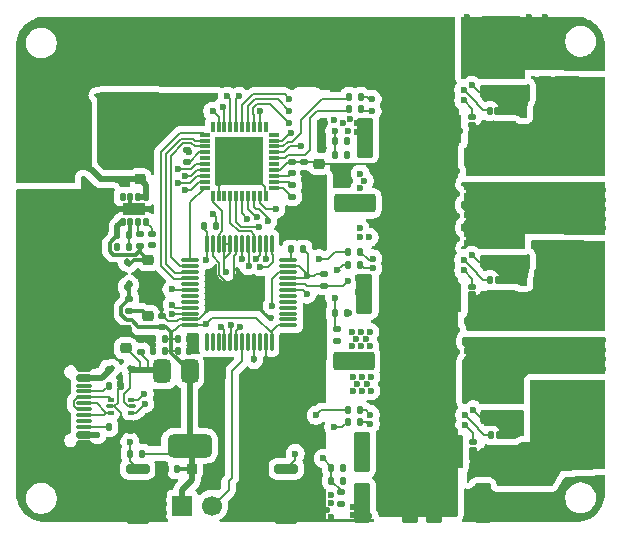
<source format=gbr>
%TF.GenerationSoftware,KiCad,Pcbnew,9.0.2*%
%TF.CreationDate,2025-07-01T21:57:16-05:00*%
%TF.ProjectId,testing3,74657374-696e-4673-932e-6b696361645f,rev?*%
%TF.SameCoordinates,Original*%
%TF.FileFunction,Copper,L1,Top*%
%TF.FilePolarity,Positive*%
%FSLAX46Y46*%
G04 Gerber Fmt 4.6, Leading zero omitted, Abs format (unit mm)*
G04 Created by KiCad (PCBNEW 9.0.2) date 2025-07-01 21:57:16*
%MOMM*%
%LPD*%
G01*
G04 APERTURE LIST*
G04 Aperture macros list*
%AMRoundRect*
0 Rectangle with rounded corners*
0 $1 Rounding radius*
0 $2 $3 $4 $5 $6 $7 $8 $9 X,Y pos of 4 corners*
0 Add a 4 corners polygon primitive as box body*
4,1,4,$2,$3,$4,$5,$6,$7,$8,$9,$2,$3,0*
0 Add four circle primitives for the rounded corners*
1,1,$1+$1,$2,$3*
1,1,$1+$1,$4,$5*
1,1,$1+$1,$6,$7*
1,1,$1+$1,$8,$9*
0 Add four rect primitives between the rounded corners*
20,1,$1+$1,$2,$3,$4,$5,0*
20,1,$1+$1,$4,$5,$6,$7,0*
20,1,$1+$1,$6,$7,$8,$9,0*
20,1,$1+$1,$8,$9,$2,$3,0*%
%AMFreePoly0*
4,1,17,1.371000,0.720000,0.950000,0.720000,0.950000,0.580000,1.370000,0.580000,1.370000,0.080000,0.950000,0.080000,0.950000,-0.080000,1.370000,-0.080000,1.370000,-0.580000,0.950000,-0.580000,0.950000,-0.720000,1.370000,-0.720000,1.370000,-1.225000,-0.950000,-1.225000,-0.950000,1.225000,1.371000,1.225000,1.371000,0.720000,1.371000,0.720000,$1*%
G04 Aperture macros list end*
%TA.AperFunction,SMDPad,CuDef*%
%ADD10RoundRect,0.112500X0.112500X-0.187500X0.112500X0.187500X-0.112500X0.187500X-0.112500X-0.187500X0*%
%TD*%
%TA.AperFunction,SMDPad,CuDef*%
%ADD11RoundRect,0.112500X0.187500X0.112500X-0.187500X0.112500X-0.187500X-0.112500X0.187500X-0.112500X0*%
%TD*%
%TA.AperFunction,SMDPad,CuDef*%
%ADD12RoundRect,0.200000X0.800000X-0.200000X0.800000X0.200000X-0.800000X0.200000X-0.800000X-0.200000X0*%
%TD*%
%TA.AperFunction,SMDPad,CuDef*%
%ADD13RoundRect,0.140000X0.170000X-0.140000X0.170000X0.140000X-0.170000X0.140000X-0.170000X-0.140000X0*%
%TD*%
%TA.AperFunction,SMDPad,CuDef*%
%ADD14RoundRect,0.135000X0.185000X-0.135000X0.185000X0.135000X-0.185000X0.135000X-0.185000X-0.135000X0*%
%TD*%
%TA.AperFunction,SMDPad,CuDef*%
%ADD15RoundRect,0.249999X0.450001X1.450001X-0.450001X1.450001X-0.450001X-1.450001X0.450001X-1.450001X0*%
%TD*%
%TA.AperFunction,SMDPad,CuDef*%
%ADD16RoundRect,0.135000X0.135000X0.185000X-0.135000X0.185000X-0.135000X-0.185000X0.135000X-0.185000X0*%
%TD*%
%TA.AperFunction,SMDPad,CuDef*%
%ADD17R,4.150000X4.150000*%
%TD*%
%TA.AperFunction,SMDPad,CuDef*%
%ADD18RoundRect,0.018200X0.111800X0.421800X-0.111800X0.421800X-0.111800X-0.421800X0.111800X-0.421800X0*%
%TD*%
%TA.AperFunction,SMDPad,CuDef*%
%ADD19RoundRect,0.018200X0.421800X0.111800X-0.421800X0.111800X-0.421800X-0.111800X0.421800X-0.111800X0*%
%TD*%
%TA.AperFunction,SMDPad,CuDef*%
%ADD20RoundRect,0.135000X-0.135000X-0.185000X0.135000X-0.185000X0.135000X0.185000X-0.135000X0.185000X0*%
%TD*%
%TA.AperFunction,SMDPad,CuDef*%
%ADD21RoundRect,0.140000X-0.170000X0.140000X-0.170000X-0.140000X0.170000X-0.140000X0.170000X0.140000X0*%
%TD*%
%TA.AperFunction,SMDPad,CuDef*%
%ADD22RoundRect,0.135000X-0.185000X0.135000X-0.185000X-0.135000X0.185000X-0.135000X0.185000X0.135000X0*%
%TD*%
%TA.AperFunction,SMDPad,CuDef*%
%ADD23RoundRect,0.218750X-0.256250X0.218750X-0.256250X-0.218750X0.256250X-0.218750X0.256250X0.218750X0*%
%TD*%
%TA.AperFunction,SMDPad,CuDef*%
%ADD24RoundRect,0.140000X0.140000X0.170000X-0.140000X0.170000X-0.140000X-0.170000X0.140000X-0.170000X0*%
%TD*%
%TA.AperFunction,SMDPad,CuDef*%
%ADD25RoundRect,0.125000X-0.125000X0.190000X-0.125000X-0.190000X0.125000X-0.190000X0.125000X0.190000X0*%
%TD*%
%TA.AperFunction,SMDPad,CuDef*%
%ADD26FreePoly0,270.000000*%
%TD*%
%TA.AperFunction,SMDPad,CuDef*%
%ADD27RoundRect,0.093750X-0.156250X-0.093750X0.156250X-0.093750X0.156250X0.093750X-0.156250X0.093750X0*%
%TD*%
%TA.AperFunction,SMDPad,CuDef*%
%ADD28RoundRect,0.075000X-0.250000X-0.075000X0.250000X-0.075000X0.250000X0.075000X-0.250000X0.075000X0*%
%TD*%
%TA.AperFunction,SMDPad,CuDef*%
%ADD29RoundRect,0.225000X0.250000X-0.225000X0.250000X0.225000X-0.250000X0.225000X-0.250000X-0.225000X0*%
%TD*%
%TA.AperFunction,SMDPad,CuDef*%
%ADD30RoundRect,0.225000X-0.250000X0.225000X-0.250000X-0.225000X0.250000X-0.225000X0.250000X0.225000X0*%
%TD*%
%TA.AperFunction,ComponentPad*%
%ADD31C,1.700000*%
%TD*%
%TA.AperFunction,ComponentPad*%
%ADD32R,1.700000X1.700000*%
%TD*%
%TA.AperFunction,ComponentPad*%
%ADD33C,6.000000*%
%TD*%
%TA.AperFunction,ComponentPad*%
%ADD34RoundRect,0.250002X-2.749998X2.749998X-2.749998X-2.749998X2.749998X-2.749998X2.749998X2.749998X0*%
%TD*%
%TA.AperFunction,SMDPad,CuDef*%
%ADD35RoundRect,0.140000X-0.140000X-0.170000X0.140000X-0.170000X0.140000X0.170000X-0.140000X0.170000X0*%
%TD*%
%TA.AperFunction,SMDPad,CuDef*%
%ADD36RoundRect,0.225000X-0.225000X-0.250000X0.225000X-0.250000X0.225000X0.250000X-0.225000X0.250000X0*%
%TD*%
%TA.AperFunction,SMDPad,CuDef*%
%ADD37RoundRect,0.250000X-1.425000X0.362500X-1.425000X-0.362500X1.425000X-0.362500X1.425000X0.362500X0*%
%TD*%
%TA.AperFunction,SMDPad,CuDef*%
%ADD38RoundRect,0.375000X-0.375000X0.625000X-0.375000X-0.625000X0.375000X-0.625000X0.375000X0.625000X0*%
%TD*%
%TA.AperFunction,SMDPad,CuDef*%
%ADD39RoundRect,0.500000X-1.400000X0.500000X-1.400000X-0.500000X1.400000X-0.500000X1.400000X0.500000X0*%
%TD*%
%TA.AperFunction,SMDPad,CuDef*%
%ADD40RoundRect,0.125000X0.190000X0.125000X-0.190000X0.125000X-0.190000X-0.125000X0.190000X-0.125000X0*%
%TD*%
%TA.AperFunction,SMDPad,CuDef*%
%ADD41FreePoly0,180.000000*%
%TD*%
%TA.AperFunction,HeatsinkPad*%
%ADD42O,1.600000X1.000000*%
%TD*%
%TA.AperFunction,HeatsinkPad*%
%ADD43O,2.100000X1.000000*%
%TD*%
%TA.AperFunction,SMDPad,CuDef*%
%ADD44RoundRect,0.150000X-0.500000X0.150000X-0.500000X-0.150000X0.500000X-0.150000X0.500000X0.150000X0*%
%TD*%
%TA.AperFunction,SMDPad,CuDef*%
%ADD45RoundRect,0.075000X-0.575000X0.075000X-0.575000X-0.075000X0.575000X-0.075000X0.575000X0.075000X0*%
%TD*%
%TA.AperFunction,SMDPad,CuDef*%
%ADD46RoundRect,0.250000X1.500000X0.550000X-1.500000X0.550000X-1.500000X-0.550000X1.500000X-0.550000X0*%
%TD*%
%TA.AperFunction,SMDPad,CuDef*%
%ADD47RoundRect,0.075000X0.075000X0.662500X-0.075000X0.662500X-0.075000X-0.662500X0.075000X-0.662500X0*%
%TD*%
%TA.AperFunction,SMDPad,CuDef*%
%ADD48RoundRect,0.075000X0.662500X0.075000X-0.662500X0.075000X-0.662500X-0.075000X0.662500X-0.075000X0*%
%TD*%
%TA.AperFunction,HeatsinkPad*%
%ADD49C,0.500000*%
%TD*%
%TA.AperFunction,HeatsinkPad*%
%ADD50R,1.900000X1.100000*%
%TD*%
%TA.AperFunction,SMDPad,CuDef*%
%ADD51RoundRect,0.125000X-0.125000X0.187500X-0.125000X-0.187500X0.125000X-0.187500X0.125000X0.187500X0*%
%TD*%
%TA.AperFunction,SMDPad,CuDef*%
%ADD52RoundRect,0.249999X-0.450001X-1.450001X0.450001X-1.450001X0.450001X1.450001X-0.450001X1.450001X0*%
%TD*%
%TA.AperFunction,ViaPad*%
%ADD53C,0.600000*%
%TD*%
%TA.AperFunction,Conductor*%
%ADD54C,0.200000*%
%TD*%
%TA.AperFunction,Conductor*%
%ADD55C,0.500000*%
%TD*%
%TA.AperFunction,Conductor*%
%ADD56C,0.300000*%
%TD*%
G04 APERTURE END LIST*
D10*
%TO.P,D7,2,A*%
%TO.N,Net-(D7-A)*%
X203100000Y-110062500D03*
%TO.P,D7,1,K*%
%TO.N,+3V3*%
X203100000Y-112162500D03*
%TD*%
D11*
%TO.P,D2,2,A*%
%TO.N,Net-(D2-A)*%
X201550000Y-119100000D03*
%TO.P,D2,1,K*%
%TO.N,+5V*%
X203650000Y-119100000D03*
%TD*%
D12*
%TO.P,SW3,2,2*%
%TO.N,BOOT*%
X204000000Y-127600000D03*
%TO.P,SW3,1,1*%
%TO.N,GND*%
X204000000Y-131800000D03*
%TD*%
%TO.P,SW1,2,2*%
%TO.N,RST*%
X216600000Y-127600000D03*
%TO.P,SW1,1,1*%
%TO.N,GND*%
X216600000Y-131800000D03*
%TD*%
D13*
%TO.P,C6,2*%
%TO.N,GND*%
X208200000Y-100620000D03*
%TO.P,C6,1*%
%TO.N,+3V3*%
X208200000Y-101580000D03*
%TD*%
D14*
%TO.P,R18,2*%
%TO.N,V2*%
X220850000Y-115790000D03*
%TO.P,R18,1*%
%TO.N,GND*%
X220850000Y-116810000D03*
%TD*%
D15*
%TO.P,C16,2*%
%TO.N,GND*%
X223000000Y-126200000D03*
%TO.P,C16,1*%
%TO.N,Vin*%
X227100000Y-126200000D03*
%TD*%
D16*
%TO.P,R21,2*%
%TO.N,V2*%
X216990000Y-109000000D03*
%TO.P,R21,1*%
%TO.N,VNAT*%
X218010000Y-109000000D03*
%TD*%
D17*
%TO.P,U8,41,EXP*%
%TO.N,GND*%
X212600000Y-101550000D03*
D18*
%TO.P,U8,40,PGND*%
X214850000Y-104485000D03*
%TO.P,U8,39,INLC*%
%TO.N,In3*%
X214350000Y-104485000D03*
%TO.P,U8,38,INHC*%
%TO.N,SD3*%
X213850000Y-104485000D03*
%TO.P,U8,37,INLB*%
%TO.N,In2*%
X213350000Y-104485000D03*
%TO.P,U8,36,INHB*%
%TO.N,SD2*%
X212850000Y-104485000D03*
%TO.P,U8,35,INLA*%
%TO.N,In1*%
X212350000Y-104485000D03*
%TO.P,U8,34,INHA*%
%TO.N,SD1*%
X211850000Y-104485000D03*
%TO.P,U8,33,DVDD*%
%TO.N,unconnected-(U8-DVDD-Pad33)*%
X211350000Y-104485000D03*
%TO.P,U8,32,AGND*%
%TO.N,GND*%
X210850000Y-104485000D03*
%TO.P,U8,31,CAL*%
%TO.N,CAL*%
X210350000Y-104485000D03*
D19*
%TO.P,U8,30,ENABLE*%
%TO.N,EN*%
X209665000Y-103800000D03*
%TO.P,U8,29,NSCS*%
%TO.N,NSCS*%
X209665000Y-103300000D03*
%TO.P,U8,28,SCLK*%
%TO.N,SCLK*%
X209665000Y-102800000D03*
%TO.P,U8,27,SDI*%
%TO.N,SDI*%
X209665000Y-102300000D03*
%TO.P,U8,26,SDO*%
%TO.N,SDO*%
X209665000Y-101800000D03*
%TO.P,U8,25,NFAULT*%
%TO.N,unconnected-(U8-NFAULT-Pad25)*%
X209665000Y-101300000D03*
%TO.P,U8,24,VREF*%
%TO.N,+3V3*%
X209665000Y-100800000D03*
%TO.P,U8,23,SOA*%
%TO.N,SOA*%
X209665000Y-100300000D03*
%TO.P,U8,22,SOB*%
%TO.N,SOB*%
X209665000Y-99800000D03*
%TO.P,U8,21,SOC*%
%TO.N,SOC*%
X209665000Y-99300000D03*
D18*
%TO.P,U8,20,SNC*%
%TO.N,SNC*%
X210350000Y-98615000D03*
%TO.P,U8,19,SPC*%
%TO.N,SPC*%
X210850000Y-98615000D03*
%TO.P,U8,18,GLC*%
%TO.N,GLC*%
X211350000Y-98615000D03*
%TO.P,U8,17,SHC*%
%TO.N,MOT3*%
X211850000Y-98615000D03*
%TO.P,U8,16,GHC*%
%TO.N,GHC*%
X212350000Y-98615000D03*
%TO.P,U8,15,GHB*%
%TO.N,GHB*%
X212850000Y-98615000D03*
%TO.P,U8,14,SHB*%
%TO.N,MOT2*%
X213350000Y-98615000D03*
%TO.P,U8,13,GLB*%
%TO.N,GLB*%
X213850000Y-98615000D03*
%TO.P,U8,12,SPB*%
%TO.N,SPB*%
X214350000Y-98615000D03*
%TO.P,U8,11,SNB*%
%TO.N,SNB*%
X214850000Y-98615000D03*
D19*
%TO.P,U8,10,SNA*%
%TO.N,SNA*%
X215535000Y-99300000D03*
%TO.P,U8,9,SPA*%
%TO.N,SPA*%
X215535000Y-99800000D03*
%TO.P,U8,8,GLA*%
%TO.N,GLA*%
X215535000Y-100300000D03*
%TO.P,U8,7,SHA*%
%TO.N,MOT1*%
X215535000Y-100800000D03*
%TO.P,U8,6,GHA*%
%TO.N,GHA*%
X215535000Y-101300000D03*
%TO.P,U8,5,VDRAIN*%
%TO.N,unconnected-(U8-VDRAIN-Pad5)*%
X215535000Y-101800000D03*
%TO.P,U8,4,VM*%
%TO.N,Vin*%
X215535000Y-102300000D03*
%TO.P,U8,3,VCP*%
%TO.N,Net-(U8-VCP)*%
X215535000Y-102800000D03*
%TO.P,U8,2,CPH*%
%TO.N,Net-(U8-CPH)*%
X215535000Y-103300000D03*
%TO.P,U8,1,CPL*%
%TO.N,Net-(U8-CPL)*%
X215535000Y-103800000D03*
%TD*%
D20*
%TO.P,R9,2*%
%TO.N,Net-(Q5-G)*%
X222800000Y-123600000D03*
%TO.P,R9,1*%
%TO.N,GHC*%
X221780000Y-123600000D03*
%TD*%
D21*
%TO.P,C12,2*%
%TO.N,GND*%
X205200000Y-108680000D03*
%TO.P,C12,1*%
%TO.N,Net-(U9-SS{slash}TR)*%
X205200000Y-107720000D03*
%TD*%
D20*
%TO.P,R12,2*%
%TO.N,Net-(U9-FB)*%
X203310000Y-107800000D03*
%TO.P,R12,1*%
%TO.N,Net-(D7-A)*%
X202290000Y-107800000D03*
%TD*%
D22*
%TO.P,R22,2*%
%TO.N,V1*%
X219800000Y-112110000D03*
%TO.P,R22,1*%
%TO.N,VNAT*%
X219800000Y-111090000D03*
%TD*%
D20*
%TO.P,R6,2*%
%TO.N,GND*%
X202610000Y-120540000D03*
%TO.P,R6,1*%
%TO.N,Net-(J1-CC1)*%
X201590000Y-120540000D03*
%TD*%
D23*
%TO.P,D6,2,A*%
%TO.N,Net-(D6-A)*%
X204900000Y-114687500D03*
%TO.P,D6,1,K*%
%TO.N,GND*%
X204900000Y-113112500D03*
%TD*%
D16*
%TO.P,R13,2*%
%TO.N,GND*%
X202290000Y-108800000D03*
%TO.P,R13,1*%
%TO.N,Net-(U9-FB)*%
X203310000Y-108800000D03*
%TD*%
D20*
%TO.P,R8,2*%
%TO.N,Net-(Q4-G)*%
X222860000Y-109200000D03*
%TO.P,R8,1*%
%TO.N,GLB*%
X221840000Y-109200000D03*
%TD*%
D21*
%TO.P,C3,2*%
%TO.N,GND*%
X218100000Y-102550000D03*
%TO.P,C3,1*%
%TO.N,Vin*%
X218100000Y-101590000D03*
%TD*%
D24*
%TO.P,C19,2*%
%TO.N,GND*%
X205320000Y-116600000D03*
%TO.P,C19,1*%
%TO.N,+3V3*%
X206280000Y-116600000D03*
%TD*%
D25*
%TO.P,Q6,1,S*%
%TO.N,SPC*%
X235860000Y-124750000D03*
%TO.P,Q6,2,S*%
X235220000Y-124750000D03*
%TO.P,Q6,3,S*%
X234560000Y-124750000D03*
%TO.P,Q6,4,G*%
%TO.N,Net-(Q6-G)*%
X233920000Y-124750000D03*
D26*
%TO.P,Q6,5,D*%
%TO.N,MOT3*%
X234890000Y-126575000D03*
%TD*%
D27*
%TO.P,U3,6,I/O1*%
%TO.N,D-*%
X203450000Y-121752500D03*
D28*
%TO.P,U3,5,VBUS*%
%TO.N,+5V*%
X203525000Y-122290000D03*
D27*
%TO.P,U3,4,I/O2*%
%TO.N,D+*%
X203450000Y-122827500D03*
%TO.P,U3,3,I/O2*%
%TO.N,Net-(J1-D+-PadA6)*%
X201750000Y-122827500D03*
D28*
%TO.P,U3,2,GND*%
%TO.N,GND*%
X201675000Y-122290000D03*
D27*
%TO.P,U3,1,I/O1*%
%TO.N,Net-(J1-D--PadA7)*%
X201750000Y-121752500D03*
%TD*%
D29*
%TO.P,C23,2*%
%TO.N,GND*%
X203000000Y-115825000D03*
%TO.P,C23,1*%
%TO.N,+5V*%
X203000000Y-117375000D03*
%TD*%
D24*
%TO.P,C20,2*%
%TO.N,GND*%
X205320000Y-117600000D03*
%TO.P,C20,1*%
%TO.N,+3V3*%
X206280000Y-117600000D03*
%TD*%
D25*
%TO.P,Q4,1,S*%
%TO.N,SPB*%
X235770000Y-111575000D03*
%TO.P,Q4,2,S*%
X235130000Y-111575000D03*
%TO.P,Q4,3,S*%
X234470000Y-111575000D03*
%TO.P,Q4,4,G*%
%TO.N,Net-(Q4-G)*%
X233830000Y-111575000D03*
D26*
%TO.P,Q4,5,D*%
%TO.N,MOT2*%
X234800000Y-113400000D03*
%TD*%
D30*
%TO.P,C7,2*%
%TO.N,GND*%
X204900000Y-111475000D03*
%TO.P,C7,1*%
%TO.N,Net-(D7-A)*%
X204900000Y-109925000D03*
%TD*%
D25*
%TO.P,Q3,1,S*%
%TO.N,SPA*%
X235760000Y-97300000D03*
%TO.P,Q3,2,S*%
X235120000Y-97300000D03*
%TO.P,Q3,3,S*%
X234460000Y-97300000D03*
%TO.P,Q3,4,G*%
%TO.N,Net-(Q3-G)*%
X233820000Y-97300000D03*
D26*
%TO.P,Q3,5,D*%
%TO.N,MOT1*%
X234790000Y-99125000D03*
%TD*%
D21*
%TO.P,C4,2*%
%TO.N,Net-(U8-VCP)*%
X217100000Y-102550000D03*
%TO.P,C4,1*%
%TO.N,Vin*%
X217100000Y-101590000D03*
%TD*%
D31*
%TO.P,J2,3,Pin_3*%
%TO.N,GND*%
X212840000Y-130700000D03*
%TO.P,J2,2,Pin_2*%
%TO.N,PWM-In*%
X210300000Y-130700000D03*
D32*
%TO.P,J2,1,Pin_1*%
%TO.N,+3V3*%
X207760000Y-130700000D03*
%TD*%
D33*
%TO.P,J3,2,Pin_2*%
%TO.N,GND*%
X197100000Y-111300000D03*
D34*
%TO.P,J3,1,Pin_1*%
%TO.N,Vin*%
X197100000Y-99300000D03*
%TD*%
D35*
%TO.P,C22,2*%
%TO.N,GND*%
X208380000Y-117600000D03*
%TO.P,C22,1*%
%TO.N,+3V3*%
X207420000Y-117600000D03*
%TD*%
%TO.P,C21,2*%
%TO.N,GND*%
X208380000Y-116600000D03*
%TO.P,C21,1*%
%TO.N,+3V3*%
X207420000Y-116600000D03*
%TD*%
D20*
%TO.P,R15,2*%
%TO.N,MOT2*%
X221710000Y-114400000D03*
%TO.P,R15,1*%
%TO.N,V2*%
X220690000Y-114400000D03*
%TD*%
D36*
%TO.P,C26,2*%
%TO.N,GND*%
X210125000Y-127650000D03*
%TO.P,C26,1*%
%TO.N,+3V3*%
X208575000Y-127650000D03*
%TD*%
D15*
%TO.P,C15,2*%
%TO.N,GND*%
X223200000Y-112800000D03*
%TO.P,C15,1*%
%TO.N,Vin*%
X227300000Y-112800000D03*
%TD*%
D30*
%TO.P,C2,2*%
%TO.N,GND*%
X219350000Y-103325000D03*
%TO.P,C2,1*%
%TO.N,Vin*%
X219350000Y-101775000D03*
%TD*%
D24*
%TO.P,C25,2*%
%TO.N,GND*%
X206370000Y-127650000D03*
%TO.P,C25,1*%
%TO.N,+3V3*%
X207330000Y-127650000D03*
%TD*%
D20*
%TO.P,R16,2*%
%TO.N,MOT3*%
X221410000Y-128600000D03*
%TO.P,R16,1*%
%TO.N,V3*%
X220390000Y-128600000D03*
%TD*%
D13*
%TO.P,C13,2*%
%TO.N,GND*%
X206100000Y-114640000D03*
%TO.P,C13,1*%
%TO.N,+3V3*%
X206100000Y-115600000D03*
%TD*%
D20*
%TO.P,R1,2*%
%TO.N,Net-(Q1-G)*%
X222910000Y-97100000D03*
%TO.P,R1,1*%
%TO.N,GHA*%
X221890000Y-97100000D03*
%TD*%
D16*
%TO.P,R27,2*%
%TO.N,+3V3*%
X209590000Y-107050000D03*
%TO.P,R27,1*%
%TO.N,SDO*%
X210610000Y-107050000D03*
%TD*%
%TO.P,R28,2*%
%TO.N,BOOT*%
X203340000Y-126300000D03*
%TO.P,R28,1*%
%TO.N,+3V3*%
X204360000Y-126300000D03*
%TD*%
D37*
%TO.P,R25,1*%
%TO.N,GND*%
X234800000Y-104137500D03*
%TO.P,R25,2*%
%TO.N,SPB*%
X234800000Y-110062500D03*
%TD*%
D13*
%TO.P,C24,2*%
%TO.N,GND*%
X204300000Y-116700000D03*
%TO.P,C24,1*%
%TO.N,+5V*%
X204300000Y-117660000D03*
%TD*%
D15*
%TO.P,C14,2*%
%TO.N,GND*%
X223250000Y-99600000D03*
%TO.P,C14,1*%
%TO.N,Vin*%
X227350000Y-99600000D03*
%TD*%
D16*
%TO.P,R20,2*%
%TO.N,V3*%
X220400000Y-127550000D03*
%TO.P,R20,1*%
%TO.N,VNAT*%
X221420000Y-127550000D03*
%TD*%
D38*
%TO.P,U4,3,VI*%
%TO.N,+5V*%
X206100000Y-119350000D03*
D39*
%TO.P,U4,2,VO*%
%TO.N,+3V3*%
X208400000Y-125650000D03*
D38*
X208400000Y-119350000D03*
%TO.P,U4,1,GND*%
%TO.N,GND*%
X210700000Y-119350000D03*
%TD*%
D14*
%TO.P,R17,2*%
%TO.N,V3*%
X221200000Y-129590000D03*
%TO.P,R17,1*%
%TO.N,GND*%
X221200000Y-130610000D03*
%TD*%
D20*
%TO.P,R5,2*%
%TO.N,GND*%
X202610000Y-124040000D03*
%TO.P,R5,1*%
%TO.N,Net-(J1-CC2)*%
X201590000Y-124040000D03*
%TD*%
D40*
%TO.P,Q2,1,S*%
%TO.N,MOT2*%
X232300000Y-114100000D03*
%TO.P,Q2,2,S*%
X232300000Y-113460000D03*
%TO.P,Q2,3,S*%
X232300000Y-112800000D03*
%TO.P,Q2,4,G*%
%TO.N,Net-(Q2-G)*%
X232300000Y-112160000D03*
D41*
%TO.P,Q2,5,D*%
%TO.N,Vin*%
X230475000Y-113130000D03*
%TD*%
D34*
%TO.P,J4,1,Pin_1*%
%TO.N,MOT1*%
X240500000Y-99700000D03*
D33*
%TO.P,J4,2,Pin_2*%
%TO.N,MOT2*%
X240500000Y-111700000D03*
%TO.P,J4,3,Pin_3*%
%TO.N,MOT3*%
X240500000Y-123700000D03*
%TD*%
D42*
%TO.P,J1,S1,SHIELD*%
%TO.N,GND*%
X194665000Y-126610000D03*
D43*
X198845000Y-126610000D03*
D42*
X194665000Y-117970000D03*
D43*
X198845000Y-117970000D03*
D44*
%TO.P,J1,B12,GND*%
X199485000Y-119090000D03*
%TO.P,J1,B9,VBUS*%
%TO.N,Net-(D2-A)*%
X199485000Y-119890000D03*
D45*
%TO.P,J1,B8*%
%TO.N,N/C*%
X199485000Y-120540000D03*
%TO.P,J1,B7,D-*%
%TO.N,Net-(J1-D--PadA7)*%
X199485000Y-121540000D03*
%TO.P,J1,B6,D+*%
%TO.N,Net-(J1-D+-PadA6)*%
X199485000Y-123040000D03*
%TO.P,J1,B5,CC2*%
%TO.N,Net-(J1-CC2)*%
X199485000Y-124040000D03*
D44*
%TO.P,J1,B4,VBUS*%
%TO.N,Net-(D2-A)*%
X199485000Y-124690000D03*
%TO.P,J1,B1,GND*%
%TO.N,GND*%
X199485000Y-125490000D03*
%TO.P,J1,A12,GND*%
X199485000Y-125490000D03*
%TO.P,J1,A9,VBUS*%
%TO.N,Net-(D2-A)*%
X199485000Y-124690000D03*
D45*
%TO.P,J1,A8*%
%TO.N,N/C*%
X199485000Y-123540000D03*
%TO.P,J1,A7,D-*%
%TO.N,Net-(J1-D--PadA7)*%
X199485000Y-122540000D03*
%TO.P,J1,A6,D+*%
%TO.N,Net-(J1-D+-PadA6)*%
X199485000Y-122040000D03*
%TO.P,J1,A5,CC1*%
%TO.N,Net-(J1-CC1)*%
X199485000Y-121040000D03*
D44*
%TO.P,J1,A4,VBUS*%
%TO.N,Net-(D2-A)*%
X199485000Y-119890000D03*
%TO.P,J1,A1,GND*%
%TO.N,GND*%
X199485000Y-119090000D03*
%TD*%
D16*
%TO.P,R19,2*%
%TO.N,V1*%
X220690000Y-99800000D03*
%TO.P,R19,1*%
%TO.N,GND*%
X221710000Y-99800000D03*
%TD*%
D20*
%TO.P,R7,2*%
%TO.N,Net-(Q2-G)*%
X222860000Y-110300000D03*
%TO.P,R7,1*%
%TO.N,GHB*%
X221840000Y-110300000D03*
%TD*%
D29*
%TO.P,C11,2*%
%TO.N,GND*%
X204200000Y-101525000D03*
%TO.P,C11,1*%
%TO.N,Vin*%
X204200000Y-103075000D03*
%TD*%
D14*
%TO.P,R14,2*%
%TO.N,Net-(U9-PG)*%
X204200000Y-107690000D03*
%TO.P,R14,1*%
%TO.N,Net-(D7-A)*%
X204200000Y-108710000D03*
%TD*%
D46*
%TO.P,C10,2*%
%TO.N,GND*%
X222300000Y-118500000D03*
%TO.P,C10,1*%
%TO.N,Vin*%
X227700000Y-118500000D03*
%TD*%
D20*
%TO.P,R2,2*%
%TO.N,Net-(Q3-G)*%
X222910000Y-96100000D03*
%TO.P,R2,1*%
%TO.N,GLA*%
X221890000Y-96100000D03*
%TD*%
D37*
%TO.P,R24,1*%
%TO.N,GND*%
X234800000Y-89875000D03*
%TO.P,R24,2*%
%TO.N,SPA*%
X234800000Y-95800000D03*
%TD*%
D47*
%TO.P,U1,48,VDD*%
%TO.N,+3V3*%
X215350000Y-116862500D03*
%TO.P,U1,47,VSS*%
%TO.N,GND*%
X214850000Y-116862500D03*
%TO.P,U1,46,PB9*%
%TO.N,unconnected-(U1-PB9-Pad46)*%
X214350000Y-116862500D03*
%TO.P,U1,45,PB8*%
%TO.N,BOOT*%
X213850000Y-116862500D03*
%TO.P,U1,44,PB7*%
%TO.N,unconnected-(U1-PB7-Pad44)*%
X213350000Y-116862500D03*
%TO.P,U1,43,PB6*%
%TO.N,PWM-In*%
X212850000Y-116862500D03*
%TO.P,U1,42,PB5*%
%TO.N,In3*%
X212350000Y-116862500D03*
%TO.P,U1,41,PB4*%
%TO.N,In2*%
X211850000Y-116862500D03*
%TO.P,U1,40,PB3*%
%TO.N,In1*%
X211350000Y-116862500D03*
%TO.P,U1,39,PA15*%
%TO.N,unconnected-(U1-PA15-Pad39)*%
X210850000Y-116862500D03*
%TO.P,U1,38,PA14*%
%TO.N,unconnected-(U1-PA14-Pad38)*%
X210350000Y-116862500D03*
%TO.P,U1,37,PA13*%
%TO.N,unconnected-(U1-PA13-Pad37)*%
X209850000Y-116862500D03*
D48*
%TO.P,U1,36,VDD*%
%TO.N,+3V3*%
X208437500Y-115450000D03*
%TO.P,U1,35,VSS*%
%TO.N,GND*%
X208437500Y-114950000D03*
%TO.P,U1,34,PA12*%
%TO.N,D+*%
X208437500Y-114450000D03*
%TO.P,U1,33,PA11*%
%TO.N,D-*%
X208437500Y-113950000D03*
%TO.P,U1,32,PA10*%
%TO.N,unconnected-(U1-PA10-Pad32)*%
X208437500Y-113450000D03*
%TO.P,U1,31,PA9*%
%TO.N,unconnected-(U1-PA9-Pad31)*%
X208437500Y-112950000D03*
%TO.P,U1,30,PA8*%
%TO.N,NSCS*%
X208437500Y-112450000D03*
%TO.P,U1,29,PB15*%
%TO.N,unconnected-(U1-PB15-Pad29)*%
X208437500Y-111950000D03*
%TO.P,U1,28,PB14*%
%TO.N,SOC*%
X208437500Y-111450000D03*
%TO.P,U1,27,PB13*%
%TO.N,SOB*%
X208437500Y-110950000D03*
%TO.P,U1,26,PB12*%
%TO.N,SOA*%
X208437500Y-110450000D03*
%TO.P,U1,25,PB11*%
%TO.N,EN*%
X208437500Y-109950000D03*
D47*
%TO.P,U1,24,VDD*%
%TO.N,+3V3*%
X209850000Y-108537500D03*
%TO.P,U1,23,VSS*%
%TO.N,GND*%
X210350000Y-108537500D03*
%TO.P,U1,22,PB10*%
%TO.N,CAL*%
X210850000Y-108537500D03*
%TO.P,U1,21,VDDA*%
%TO.N,+3V3*%
X211350000Y-108537500D03*
%TO.P,U1,20,VREF+*%
X211850000Y-108537500D03*
%TO.P,U1,19,VSSA*%
%TO.N,GND*%
X212350000Y-108537500D03*
%TO.P,U1,18,PB2*%
%TO.N,SD3*%
X212850000Y-108537500D03*
%TO.P,U1,17,PB1*%
%TO.N,SD2*%
X213350000Y-108537500D03*
%TO.P,U1,16,PB0*%
%TO.N,SD1*%
X213850000Y-108537500D03*
%TO.P,U1,15,PA7*%
%TO.N,SDI*%
X214350000Y-108537500D03*
%TO.P,U1,14,PA6*%
%TO.N,SDO*%
X214850000Y-108537500D03*
%TO.P,U1,13,PA5*%
%TO.N,SCLK*%
X215350000Y-108537500D03*
D48*
%TO.P,U1,12,PA4*%
%TO.N,V2*%
X216762500Y-109950000D03*
%TO.P,U1,11,PA3*%
%TO.N,VNAT*%
X216762500Y-110450000D03*
%TO.P,U1,10,PA2*%
%TO.N,V3*%
X216762500Y-110950000D03*
%TO.P,U1,9,PA1*%
%TO.N,VNAT*%
X216762500Y-111450000D03*
%TO.P,U1,8,PA0*%
%TO.N,V1*%
X216762500Y-111950000D03*
%TO.P,U1,7,PG10*%
%TO.N,RST*%
X216762500Y-112450000D03*
%TO.P,U1,6,PF1*%
%TO.N,unconnected-(U1-PF1-Pad6)*%
X216762500Y-112950000D03*
%TO.P,U1,5,PF0*%
%TO.N,unconnected-(U1-PF0-Pad5)*%
X216762500Y-113450000D03*
%TO.P,U1,4,PC15*%
%TO.N,unconnected-(U1-PC15-Pad4)*%
X216762500Y-113950000D03*
%TO.P,U1,3,PC14*%
%TO.N,unconnected-(U1-PC14-Pad3)*%
X216762500Y-114450000D03*
%TO.P,U1,2,PC13*%
%TO.N,unconnected-(U1-PC13-Pad2)*%
X216762500Y-114950000D03*
%TO.P,U1,1,VBAT*%
%TO.N,+3V3*%
X216762500Y-115450000D03*
%TD*%
D20*
%TO.P,R10,2*%
%TO.N,Net-(Q6-G)*%
X222800000Y-122600000D03*
%TO.P,R10,1*%
%TO.N,GLC*%
X221780000Y-122600000D03*
%TD*%
D40*
%TO.P,Q5,1,S*%
%TO.N,MOT3*%
X232400000Y-127300000D03*
%TO.P,Q5,2,S*%
X232400000Y-126660000D03*
%TO.P,Q5,3,S*%
X232400000Y-126000000D03*
%TO.P,Q5,4,G*%
%TO.N,Net-(Q5-G)*%
X232400000Y-125360000D03*
D41*
%TO.P,Q5,5,D*%
%TO.N,Vin*%
X230575000Y-126330000D03*
%TD*%
D46*
%TO.P,C1,2*%
%TO.N,GND*%
X222400000Y-105100000D03*
%TO.P,C1,1*%
%TO.N,Vin*%
X227800000Y-105100000D03*
%TD*%
D49*
%TO.P,U9,9,GND*%
%TO.N,GND*%
X202950000Y-105600000D03*
D50*
X203700000Y-105600000D03*
D49*
X203700000Y-105600000D03*
X204450000Y-105600000D03*
D51*
%TO.P,U9,8,SS/TR*%
%TO.N,Net-(U9-SS{slash}TR)*%
X204675000Y-106662500D03*
%TO.P,U9,7,PG*%
%TO.N,Net-(U9-PG)*%
X204025000Y-106662500D03*
%TO.P,U9,6,FB*%
%TO.N,Net-(U9-FB)*%
X203375000Y-106662500D03*
%TO.P,U9,5,VOUT*%
%TO.N,Net-(D7-A)*%
X202725000Y-106662500D03*
%TO.P,U9,4,VOUT*%
X202725000Y-104537500D03*
%TO.P,U9,3,GND*%
%TO.N,GND*%
X203375000Y-104537500D03*
%TO.P,U9,2,VIN*%
%TO.N,Vin*%
X204025000Y-104537500D03*
%TO.P,U9,1,EN*%
X204675000Y-104537500D03*
%TD*%
D21*
%TO.P,C5,2*%
%TO.N,Net-(U8-CPL)*%
X217100000Y-104550000D03*
%TO.P,C5,1*%
%TO.N,Net-(U8-CPH)*%
X217100000Y-103590000D03*
%TD*%
D15*
%TO.P,C18,2*%
%TO.N,GND*%
X223000000Y-130500000D03*
%TO.P,C18,1*%
%TO.N,Vin*%
X227100000Y-130500000D03*
%TD*%
D37*
%TO.P,R26,1*%
%TO.N,GND*%
X234700000Y-117275000D03*
%TO.P,R26,2*%
%TO.N,SPC*%
X234700000Y-123200000D03*
%TD*%
D22*
%TO.P,R23,2*%
%TO.N,Net-(D6-A)*%
X203300000Y-114210000D03*
%TO.P,R23,1*%
%TO.N,+3V3*%
X203300000Y-113190000D03*
%TD*%
D52*
%TO.P,C17,1*%
%TO.N,Vin*%
X229100000Y-130500000D03*
%TO.P,C17,2*%
%TO.N,GND*%
X233200000Y-130500000D03*
%TD*%
D40*
%TO.P,Q1,1,S*%
%TO.N,MOT1*%
X232300000Y-99760000D03*
%TO.P,Q1,2,S*%
X232300000Y-99120000D03*
%TO.P,Q1,3,S*%
X232300000Y-98460000D03*
%TO.P,Q1,4,G*%
%TO.N,Net-(Q1-G)*%
X232300000Y-97820000D03*
D41*
%TO.P,Q1,5,D*%
%TO.N,Vin*%
X230475000Y-98790000D03*
%TD*%
D20*
%TO.P,R11,2*%
%TO.N,MOT1*%
X221720000Y-101000000D03*
%TO.P,R11,1*%
%TO.N,V1*%
X220700000Y-101000000D03*
%TD*%
D53*
%TO.N,MOT1*%
X221720000Y-101000000D03*
%TO.N,Vin*%
X230200000Y-113200000D03*
X228600000Y-113200000D03*
X231000000Y-113200000D03*
X230600000Y-112600000D03*
X228600000Y-112000000D03*
X229400000Y-112000000D03*
X229400000Y-113200000D03*
X231000000Y-112000000D03*
X229800000Y-112600000D03*
X230200000Y-112000000D03*
X229000000Y-112600000D03*
X230100000Y-127500000D03*
X230900000Y-127500000D03*
X230500000Y-126900000D03*
X229300000Y-126300000D03*
X229300000Y-127500000D03*
X230900000Y-126300000D03*
X231300000Y-126900000D03*
X229700000Y-126900000D03*
X230100000Y-126300000D03*
X228900000Y-126900000D03*
X230100000Y-125600000D03*
X230900000Y-125600000D03*
X230500000Y-125000000D03*
X229300000Y-124400000D03*
X229300000Y-125600000D03*
X230900000Y-124400000D03*
X231300000Y-125000000D03*
X229700000Y-125000000D03*
X230100000Y-124400000D03*
X228900000Y-125000000D03*
X228100000Y-92200000D03*
X229700000Y-92200000D03*
X230500000Y-92200000D03*
X229700000Y-91000000D03*
X228900000Y-92200000D03*
X230100000Y-91600000D03*
X228500000Y-91600000D03*
X228900000Y-91000000D03*
X230500000Y-91000000D03*
X229300000Y-91600000D03*
X228100000Y-91000000D03*
X230100000Y-99600000D03*
X230900000Y-99600000D03*
X230500000Y-99000000D03*
X229300000Y-98400000D03*
X229300000Y-99600000D03*
X230900000Y-98400000D03*
X231300000Y-99000000D03*
X229700000Y-99000000D03*
X230100000Y-98400000D03*
X228100000Y-94100000D03*
X229700000Y-94100000D03*
X230500000Y-94100000D03*
X229700000Y-92900000D03*
X228900000Y-94100000D03*
X230100000Y-93500000D03*
X228500000Y-93500000D03*
X228900000Y-92900000D03*
X230500000Y-92900000D03*
X229300000Y-93500000D03*
X228100000Y-92900000D03*
X229800000Y-118300000D03*
X230600000Y-118300000D03*
X229800000Y-117100000D03*
X229000000Y-118300000D03*
X230200000Y-117700000D03*
X229000000Y-117100000D03*
X230600000Y-117100000D03*
X229400000Y-117700000D03*
X231000000Y-117700000D03*
X229800000Y-116400000D03*
X230600000Y-116400000D03*
X229800000Y-115200000D03*
X229000000Y-116400000D03*
X230200000Y-115800000D03*
X229000000Y-115200000D03*
X230600000Y-115200000D03*
X229400000Y-115800000D03*
X231000000Y-115800000D03*
X228200000Y-103000000D03*
X229800000Y-103000000D03*
X230600000Y-103000000D03*
X229800000Y-101800000D03*
X229000000Y-103000000D03*
X230200000Y-102400000D03*
X228600000Y-102400000D03*
X229000000Y-101800000D03*
X230600000Y-101800000D03*
X229400000Y-102400000D03*
X231000000Y-102400000D03*
X228200000Y-101800000D03*
X228200000Y-104900000D03*
X229800000Y-104900000D03*
X230600000Y-104900000D03*
X229800000Y-103700000D03*
X229000000Y-104900000D03*
X230200000Y-104300000D03*
X228600000Y-104300000D03*
X229000000Y-103700000D03*
X230600000Y-103700000D03*
X229400000Y-104300000D03*
X231000000Y-104300000D03*
X228200000Y-103700000D03*
X228200000Y-105600000D03*
X230600000Y-105600000D03*
X229800000Y-106800000D03*
X229400000Y-106200000D03*
X230200000Y-106200000D03*
X231000000Y-106200000D03*
X229000000Y-106800000D03*
X229800000Y-105600000D03*
X229000000Y-105600000D03*
X228600000Y-106200000D03*
X230600000Y-106800000D03*
X230600000Y-107500000D03*
X229800000Y-107500000D03*
X230200000Y-108100000D03*
X231000000Y-108100000D03*
X230600000Y-108700000D03*
X198900000Y-93800000D03*
X200500000Y-93800000D03*
X200100000Y-94400000D03*
X199700000Y-93800000D03*
X200900000Y-94400000D03*
X200500000Y-95000000D03*
X199700000Y-95000000D03*
X198900000Y-95000000D03*
X199300000Y-94400000D03*
X197700000Y-94400000D03*
X196500000Y-95000000D03*
X198500000Y-94400000D03*
X198100000Y-93800000D03*
X198100000Y-95000000D03*
X197300000Y-93800000D03*
X196500000Y-93800000D03*
X197300000Y-95000000D03*
X196900000Y-94400000D03*
X196100000Y-94400000D03*
X195700000Y-93800000D03*
X195700000Y-95000000D03*
X195300000Y-94400000D03*
X194900000Y-93800000D03*
X194100000Y-93800000D03*
X194500000Y-94400000D03*
X194900000Y-95000000D03*
X194100000Y-95000000D03*
%TO.N,MOT1*%
X232100000Y-101100000D03*
X217850000Y-100300000D03*
%TO.N,Net-(Q1-G)*%
X231600000Y-96400000D03*
X223850000Y-97300000D03*
%TO.N,GND*%
X231900000Y-93300000D03*
X205800000Y-112900000D03*
X238500000Y-118000000D03*
X237800000Y-106400000D03*
X212850000Y-127200000D03*
X202000000Y-126400000D03*
X219650000Y-129800000D03*
X195750000Y-122200000D03*
X240600000Y-107200000D03*
X239200000Y-93600000D03*
X232600000Y-91300000D03*
X237100000Y-117200000D03*
X237100000Y-90900000D03*
X198800000Y-107100000D03*
X237000000Y-131700000D03*
X238500000Y-90900000D03*
X205800000Y-112200000D03*
X206850000Y-123100000D03*
X214000000Y-126600000D03*
X234700000Y-131700000D03*
X214350000Y-127900000D03*
X218900000Y-128600000D03*
X197250000Y-105900000D03*
X219250000Y-129200000D03*
X205150000Y-97900000D03*
X238500000Y-106100000D03*
X200500000Y-128300000D03*
X204000000Y-97300000D03*
X243400000Y-106400000D03*
X237800000Y-117500000D03*
X232600000Y-107300000D03*
X213600000Y-127900000D03*
X239900000Y-104500000D03*
X231900000Y-120800000D03*
X240600000Y-105600000D03*
X210000000Y-123200000D03*
X222800000Y-107200000D03*
X242000000Y-107200000D03*
X213800000Y-111800000D03*
X239200000Y-105600000D03*
X239900000Y-103700000D03*
X214000000Y-128500000D03*
X222200000Y-130800000D03*
X237100000Y-92500000D03*
X238500000Y-104500000D03*
X239900000Y-105300000D03*
X239900000Y-117200000D03*
X204750000Y-100400000D03*
X239200000Y-118300000D03*
X243400000Y-119100000D03*
X206200000Y-129900000D03*
X200300000Y-105900000D03*
X199950000Y-106500000D03*
X239900000Y-118800000D03*
X202000000Y-128300000D03*
X195350000Y-106500000D03*
X213400000Y-101100000D03*
X242700000Y-104500000D03*
X232600000Y-105700000D03*
X204100000Y-124100000D03*
X194550000Y-106500000D03*
X243400000Y-104800000D03*
X237100000Y-91700000D03*
X223300000Y-116600000D03*
X236250000Y-131700000D03*
X208380000Y-116600000D03*
X231900000Y-119200000D03*
X222250000Y-119800000D03*
X232600000Y-92900000D03*
X199150000Y-106500000D03*
X204350000Y-99800000D03*
X232600000Y-104900000D03*
X222900000Y-130500000D03*
X210500000Y-112800000D03*
X242700000Y-106100000D03*
X205500000Y-99200000D03*
X239200000Y-90400000D03*
X222700000Y-111400000D03*
X205150000Y-99800000D03*
X204750000Y-99200000D03*
X239900000Y-106100000D03*
X236250000Y-130500000D03*
X240600000Y-104800000D03*
X220600000Y-98050000D03*
X231900000Y-105300000D03*
X212000000Y-113200000D03*
X202000000Y-129500000D03*
X237800000Y-105600000D03*
X242000000Y-117500000D03*
X241300000Y-104500000D03*
X201250000Y-128300000D03*
X210000000Y-129100000D03*
X242000000Y-116700000D03*
X222600000Y-99050000D03*
X196850000Y-106500000D03*
X196500000Y-107100000D03*
X243400000Y-107200000D03*
X196100000Y-106500000D03*
X241300000Y-106900000D03*
X194950000Y-107100000D03*
X220400000Y-131700000D03*
X237100000Y-93300000D03*
X205200000Y-108680000D03*
X237800000Y-107200000D03*
X238500000Y-93200000D03*
X231900000Y-89300000D03*
X195700000Y-107100000D03*
X197250000Y-107100000D03*
X200500000Y-127600000D03*
X239900000Y-106900000D03*
X237800000Y-92800000D03*
X201650000Y-127000000D03*
X222900000Y-116000000D03*
X222850000Y-99800000D03*
X218900000Y-130500000D03*
X239200000Y-104000000D03*
X243400000Y-116700000D03*
X214350000Y-127200000D03*
X220400000Y-130500000D03*
X205000000Y-112300000D03*
X204350000Y-97900000D03*
X239900000Y-118000000D03*
X205700000Y-122500000D03*
X215750000Y-118400000D03*
X231900000Y-91700000D03*
X239200000Y-89600000D03*
X240600000Y-118300000D03*
X218900000Y-131700000D03*
X223200000Y-103200000D03*
X237750000Y-130500000D03*
X237800000Y-116700000D03*
X243300000Y-93600000D03*
X213400000Y-102300000D03*
X213200000Y-128500000D03*
X242000000Y-119100000D03*
X231900000Y-117600000D03*
X211100000Y-112200000D03*
X209600000Y-128500000D03*
X222900000Y-131900000D03*
X219650000Y-130500000D03*
X216500000Y-119600000D03*
X234750000Y-130500000D03*
X211900000Y-101100000D03*
X238500000Y-117200000D03*
X201250000Y-127600000D03*
X232600000Y-119600000D03*
X195400000Y-122800000D03*
X239200000Y-104800000D03*
X196150000Y-122800000D03*
X213600000Y-126000000D03*
X222600000Y-120400000D03*
X215350000Y-119000000D03*
X237800000Y-92000000D03*
X238500000Y-90100000D03*
X222150000Y-116000000D03*
X232600000Y-120400000D03*
X236650000Y-131100000D03*
X201250000Y-126400000D03*
X211100000Y-122100000D03*
X232600000Y-106500000D03*
X205800000Y-113600000D03*
X237100000Y-90100000D03*
X223400000Y-120400000D03*
X232600000Y-118000000D03*
X214350000Y-129100000D03*
X241300000Y-118800000D03*
X212850000Y-129100000D03*
X216700000Y-116800000D03*
X231900000Y-90100000D03*
X231900000Y-121600000D03*
X222200000Y-131500000D03*
X237100000Y-106900000D03*
X220400000Y-129800000D03*
X221800000Y-99000000D03*
X210800000Y-123200000D03*
X237100000Y-106100000D03*
X219850000Y-98300000D03*
X243400000Y-117500000D03*
X223650000Y-116000000D03*
X237100000Y-118800000D03*
X212650000Y-101100000D03*
X206450000Y-122500000D03*
X213600000Y-129100000D03*
X209600000Y-121000000D03*
X223650000Y-117200000D03*
X194950000Y-105900000D03*
X206450000Y-123700000D03*
X242700000Y-106900000D03*
X210400000Y-128500000D03*
X237800000Y-91200000D03*
X238500000Y-106900000D03*
X235500000Y-130500000D03*
X206200000Y-128500000D03*
X237100000Y-118000000D03*
X237800000Y-90400000D03*
X241300000Y-105300000D03*
X200850000Y-128900000D03*
X241300000Y-117200000D03*
X206200000Y-130600000D03*
X204000000Y-100400000D03*
X198000000Y-107100000D03*
X219650000Y-131700000D03*
X197650000Y-106500000D03*
X239200000Y-107200000D03*
X202500000Y-120400000D03*
X232600000Y-93700000D03*
X202000000Y-127600000D03*
X232600000Y-90500000D03*
X240600000Y-106400000D03*
X212500000Y-112600000D03*
X243400000Y-104000000D03*
X237800000Y-89600000D03*
X237100000Y-89300000D03*
X211900000Y-102300000D03*
X194200000Y-105900000D03*
X236600000Y-129900000D03*
X237400000Y-131100000D03*
X222900000Y-131200000D03*
X232600000Y-118800000D03*
X209500000Y-121800000D03*
X237400000Y-129900000D03*
X231900000Y-120000000D03*
X215750000Y-119600000D03*
X231900000Y-94100000D03*
X231900000Y-103700000D03*
X205700000Y-123700000D03*
X239200000Y-116700000D03*
X219250000Y-131100000D03*
X242700000Y-117200000D03*
X204750000Y-98500000D03*
X204000000Y-98500000D03*
X200500000Y-129500000D03*
X231900000Y-106900000D03*
X231900000Y-104500000D03*
X222900000Y-117200000D03*
X198400000Y-106500000D03*
X222000000Y-98000000D03*
X222800000Y-108000000D03*
X203400000Y-123700000D03*
X218900000Y-129800000D03*
X242700000Y-105300000D03*
X208380000Y-117600000D03*
X235100000Y-129900000D03*
X199550000Y-105900000D03*
X237800000Y-93600000D03*
X223500000Y-113400000D03*
X214350000Y-126000000D03*
X204750000Y-97300000D03*
X207200000Y-123700000D03*
X232600000Y-121200000D03*
X205500000Y-97300000D03*
X220050000Y-131100000D03*
X242000000Y-118300000D03*
X222900000Y-129800000D03*
X239200000Y-92800000D03*
X208340000Y-100760000D03*
X235900000Y-129900000D03*
X240600000Y-119100000D03*
X237100000Y-104500000D03*
X222700000Y-112600000D03*
X223000000Y-119800000D03*
X232600000Y-92100000D03*
X231900000Y-116800000D03*
X206050000Y-123100000D03*
X240600000Y-116700000D03*
X223500000Y-113400000D03*
X242000000Y-105600000D03*
X202290000Y-108800000D03*
X231900000Y-92500000D03*
X239200000Y-92000000D03*
X232600000Y-108100000D03*
X242700000Y-118000000D03*
X221350000Y-98300000D03*
X238500000Y-92500000D03*
X196550000Y-122200000D03*
X242000000Y-104000000D03*
X237800000Y-104000000D03*
X210400000Y-122600000D03*
X231900000Y-107700000D03*
X240600000Y-117500000D03*
X242700000Y-103700000D03*
X196900000Y-122800000D03*
X237100000Y-103700000D03*
X200500000Y-126400000D03*
X243400000Y-105600000D03*
X238500000Y-118800000D03*
X198000000Y-105900000D03*
X237800000Y-104800000D03*
X240600000Y-104000000D03*
X232600000Y-117200000D03*
X242700000Y-118800000D03*
X203400000Y-124400000D03*
X212650000Y-102300000D03*
X241300000Y-118000000D03*
X231900000Y-118400000D03*
X238500000Y-103700000D03*
X223500000Y-112600000D03*
X231900000Y-90900000D03*
X237000000Y-130500000D03*
X200850000Y-127000000D03*
X194200000Y-107100000D03*
X210400000Y-112100000D03*
X213000000Y-112000000D03*
X200300000Y-107100000D03*
X201250000Y-129500000D03*
X201650000Y-128900000D03*
X213200000Y-126600000D03*
X239200000Y-117500000D03*
X223600000Y-131600000D03*
X199550000Y-107100000D03*
X195700000Y-105900000D03*
X239200000Y-119100000D03*
X205500000Y-98500000D03*
X241300000Y-103700000D03*
X222500000Y-116600000D03*
X196900000Y-121600000D03*
X222150000Y-117200000D03*
X223100000Y-112000000D03*
X237800000Y-118300000D03*
X237100000Y-105300000D03*
X198800000Y-105900000D03*
X216500000Y-118400000D03*
X213050000Y-101700000D03*
X222250000Y-121000000D03*
X212850000Y-126000000D03*
X223750000Y-121000000D03*
X222600000Y-98300000D03*
X231900000Y-108500000D03*
X206900000Y-128800000D03*
X213600000Y-127200000D03*
X242000000Y-106400000D03*
X232600000Y-89700000D03*
X222850000Y-102600000D03*
X235100000Y-131100000D03*
X207200000Y-122500000D03*
X204000000Y-99200000D03*
X223500000Y-111400000D03*
X232600000Y-104100000D03*
X196500000Y-105900000D03*
X215000000Y-119600000D03*
X206200000Y-129200000D03*
X223000000Y-121000000D03*
X231900000Y-106100000D03*
X235500000Y-131700000D03*
X206200000Y-131300000D03*
X223600000Y-108000000D03*
X216150000Y-119000000D03*
X212850000Y-127900000D03*
X238500000Y-89300000D03*
X238500000Y-105300000D03*
X212250000Y-101700000D03*
X196150000Y-121600000D03*
X239200000Y-91200000D03*
X211500000Y-113800000D03*
X205800000Y-111500000D03*
X235850000Y-131100000D03*
X238500000Y-91700000D03*
X222850000Y-103800000D03*
X241300000Y-106100000D03*
X239200000Y-106400000D03*
X242000000Y-104800000D03*
X215000000Y-118400000D03*
X195400000Y-121600000D03*
X223750000Y-119800000D03*
X243400000Y-118300000D03*
X237800000Y-119100000D03*
%TO.N,Net-(Q3-G)*%
X223850000Y-96300000D03*
X231600000Y-95500000D03*
%TO.N,Net-(D2-A)*%
X200600000Y-119890000D03*
X200600000Y-124690000D03*
%TO.N,SD2*%
X213300000Y-106400000D03*
X213400000Y-110400000D03*
%TO.N,In1*%
X211100000Y-115600000D03*
X214300000Y-107100000D03*
%TO.N,In2*%
X214100000Y-106300000D03*
X211900000Y-115400000D03*
%TO.N,In3*%
X212700000Y-115600000D03*
X215700000Y-105600000D03*
%TO.N,SD3*%
X215000000Y-106600000D03*
X212800000Y-109800000D03*
%TO.N,D-*%
X206950000Y-113700000D03*
X204550000Y-121250000D03*
%TO.N,D+*%
X206949943Y-114500000D03*
X204586912Y-122086912D03*
%TO.N,MOT2*%
X216850000Y-97300000D03*
X232100000Y-115600000D03*
X221900000Y-114400000D03*
%TO.N,Net-(Q2-G)*%
X231600000Y-110800000D03*
X223900000Y-110600000D03*
%TO.N,Net-(Q4-G)*%
X223900000Y-109800000D03*
X231600000Y-109900000D03*
%TO.N,MOT3*%
X221410000Y-128600000D03*
X235100000Y-128600000D03*
X211600000Y-96050000D03*
%TO.N,Net-(Q5-G)*%
X223700000Y-123800000D03*
X231700000Y-123900000D03*
%TO.N,Net-(Q6-G)*%
X223700000Y-123000000D03*
X231700000Y-123000000D03*
%TO.N,V3*%
X219700000Y-126700000D03*
X215400000Y-113800000D03*
%TO.N,V1*%
X221800000Y-111700000D03*
X220700000Y-99000000D03*
%TO.N,V2*%
X217000000Y-109000000D03*
X220700000Y-113100000D03*
%TO.N,VNAT*%
X218350000Y-111250000D03*
X221420000Y-127550000D03*
%TO.N,SPA*%
X232300000Y-95100000D03*
X216975000Y-99175000D03*
%TO.N,SPB*%
X214350000Y-97300000D03*
X232300000Y-109500000D03*
%TO.N,SPC*%
X210350000Y-97300000D03*
X232400000Y-122600000D03*
%TO.N,GHB*%
X220850000Y-110800000D03*
X216850000Y-96300000D03*
%TO.N,GLB*%
X219350000Y-109800000D03*
X216850000Y-98300000D03*
%TO.N,GLC*%
X219100000Y-123050000D03*
X211225000Y-96925000D03*
%TO.N,GHC*%
X212600000Y-96050000D03*
X220600000Y-124050000D03*
%TO.N,+3V3*%
X209800000Y-109900000D03*
X211500000Y-110900000D03*
X208200000Y-101580000D03*
X209800000Y-115300000D03*
%TO.N,NSCS*%
X208000000Y-104000000D03*
X206900000Y-112400000D03*
%TO.N,SCLK*%
X214400000Y-110500000D03*
X207400000Y-103400000D03*
%TO.N,SDI*%
X214000000Y-109800000D03*
X208000000Y-102800000D03*
%TO.N,SDO*%
X210350000Y-106050000D03*
X207400000Y-102200000D03*
X214900000Y-109800000D03*
%TO.N,RST*%
X218350000Y-112800000D03*
X217350000Y-126300000D03*
%TO.N,BOOT*%
X213850000Y-118300000D03*
X203350000Y-125300000D03*
%TD*%
D54*
%TO.N,Vin*%
X229775000Y-101775000D02*
X219350000Y-101775000D01*
X229800000Y-101800000D02*
X229775000Y-101775000D01*
%TO.N,BOOT*%
X203340000Y-126940000D02*
X204000000Y-127600000D01*
X203340000Y-126300000D02*
X203340000Y-126940000D01*
%TO.N,RST*%
X217350000Y-126300000D02*
X217350000Y-126850000D01*
X217350000Y-126850000D02*
X216600000Y-127600000D01*
%TO.N,MOT1*%
X215535000Y-100800000D02*
X216115350Y-100800000D01*
X215535000Y-100800000D02*
X216385350Y-100800000D01*
X216385350Y-100800000D02*
X216885350Y-100300000D01*
X216885350Y-100300000D02*
X217850000Y-100300000D01*
D55*
%TO.N,Vin*%
X204675000Y-103550000D02*
X204200000Y-103075000D01*
X200875000Y-103075000D02*
X197100000Y-99300000D01*
D54*
X219350000Y-101525000D02*
X219075000Y-101525000D01*
X217100000Y-101590000D02*
X218100000Y-101590000D01*
X216020524Y-102300000D02*
X215535000Y-102300000D01*
X217100000Y-101590000D02*
X216730524Y-101590000D01*
D55*
X204675000Y-104537500D02*
X204076000Y-104537500D01*
X204675000Y-104537500D02*
X204675000Y-103550000D01*
D54*
X216730524Y-101590000D02*
X216020524Y-102300000D01*
X204025000Y-103250000D02*
X204200000Y-103075000D01*
X218100000Y-101590000D02*
X219165000Y-101590000D01*
X219165000Y-101590000D02*
X219350000Y-101775000D01*
D55*
X204200000Y-103075000D02*
X200875000Y-103075000D01*
D54*
%TO.N,Net-(Q1-G)*%
X232300000Y-97100000D02*
X231600000Y-96400000D01*
X223850000Y-97300000D02*
X223110000Y-97300000D01*
X232300000Y-97760000D02*
X232300000Y-97100000D01*
X223110000Y-97300000D02*
X222910000Y-97100000D01*
%TO.N,GND*%
X202301000Y-120849000D02*
X202610000Y-120540000D01*
X206561000Y-115101000D02*
X207331900Y-115101000D01*
X208437500Y-114950000D02*
X209208824Y-114950000D01*
X210850000Y-103300000D02*
X211075000Y-103075000D01*
X212350000Y-109400057D02*
X212350000Y-108537500D01*
X214850000Y-116862500D02*
X214850000Y-118300000D01*
X207331900Y-115101000D02*
X207482900Y-114950000D01*
X202023358Y-122290000D02*
X202301000Y-122012358D01*
X210350000Y-109600057D02*
X210899000Y-110149057D01*
X211575000Y-102575000D02*
X212175000Y-101975000D01*
X207482900Y-114950000D02*
X208437500Y-114950000D01*
X209208824Y-114950000D02*
X211979412Y-112179412D01*
X202023358Y-122290000D02*
X202610000Y-122876642D01*
X211979412Y-112179412D02*
X212199000Y-111959824D01*
D56*
X203375000Y-104537500D02*
X203375000Y-105275000D01*
D54*
X201675000Y-122290000D02*
X202023358Y-122290000D01*
X212175000Y-101975000D02*
X212600000Y-101550000D01*
D56*
X203375000Y-105275000D02*
X203700000Y-105600000D01*
D54*
X202301000Y-122012358D02*
X202301000Y-120849000D01*
X210850000Y-104485000D02*
X210850000Y-103300000D01*
X211075000Y-103075000D02*
X211575000Y-102575000D01*
X210899000Y-111148943D02*
X211929469Y-112179412D01*
X202610000Y-122876642D02*
X202610000Y-124040000D01*
X208200000Y-100620000D02*
X208340000Y-100760000D01*
X210350000Y-108537500D02*
X210350000Y-109600057D01*
X212199000Y-111959824D02*
X212199000Y-109551057D01*
X214781000Y-103731000D02*
X212600000Y-101550000D01*
X214781000Y-104416000D02*
X214781000Y-103731000D01*
X208340000Y-100760000D02*
X208380000Y-100800000D01*
X206100000Y-114640000D02*
X206561000Y-115101000D01*
X212199000Y-109551057D02*
X212350000Y-109400057D01*
X210899000Y-110149057D02*
X210899000Y-111148943D01*
X214850000Y-104485000D02*
X214781000Y-104416000D01*
X211929469Y-112179412D02*
X211979412Y-112179412D01*
%TO.N,Net-(Q3-G)*%
X233201000Y-97200000D02*
X232701000Y-96700000D01*
X232701000Y-96601000D02*
X231600000Y-95500000D01*
X233820000Y-97200000D02*
X233201000Y-97200000D01*
X223400000Y-96100000D02*
X222910000Y-96100000D01*
X223600000Y-96300000D02*
X223400000Y-96100000D01*
X223850000Y-96300000D02*
X223600000Y-96300000D01*
X232701000Y-96700000D02*
X232701000Y-96601000D01*
%TO.N,Net-(D2-A)*%
X199695000Y-119790000D02*
X199595000Y-119890000D01*
D55*
X199595000Y-119890000D02*
X200300000Y-119890000D01*
X199595000Y-124690000D02*
X200600000Y-124690000D01*
X200600000Y-119890000D02*
X200962500Y-119890000D01*
X199595000Y-119890000D02*
X200600000Y-119890000D01*
X200962500Y-119890000D02*
X201812500Y-119040000D01*
D54*
%TO.N,Net-(J1-D+-PadA6)*%
X200566176Y-122040000D02*
X201353676Y-122827500D01*
X201141176Y-123040000D02*
X199595000Y-123040000D01*
X201353676Y-122827500D02*
X201750000Y-122827500D01*
X201353676Y-122827500D02*
X201141176Y-123040000D01*
X199595000Y-122040000D02*
X200566176Y-122040000D01*
%TO.N,Net-(J1-D--PadA7)*%
X201750000Y-121752500D02*
X201537500Y-121540000D01*
X198600000Y-121851176D02*
X198600000Y-122290000D01*
X199595000Y-121540000D02*
X198911176Y-121540000D01*
X198600000Y-122290000D02*
X198850000Y-122540000D01*
X198850000Y-122540000D02*
X199595000Y-122540000D01*
X198911176Y-121540000D02*
X198600000Y-121851176D01*
X201537500Y-121540000D02*
X199595000Y-121540000D01*
%TO.N,Net-(J1-CC2)*%
X201590000Y-124040000D02*
X199595000Y-124040000D01*
%TO.N,Net-(J1-CC1)*%
X201590000Y-120540000D02*
X201090000Y-121040000D01*
X201090000Y-121040000D02*
X199595000Y-121040000D01*
%TO.N,SD2*%
X213350000Y-108537500D02*
X213400000Y-108587500D01*
X212850000Y-105631976D02*
X212850000Y-105950000D01*
X212850000Y-105950000D02*
X213300000Y-106400000D01*
X213400000Y-110400000D02*
X213400000Y-110500000D01*
X212850000Y-105631976D02*
X212850000Y-104485000D01*
X213400000Y-108587500D02*
X213400000Y-110400000D01*
%TO.N,In1*%
X214298000Y-107098000D02*
X212765100Y-107098000D01*
X212765100Y-107098000D02*
X212333550Y-106666450D01*
X214300000Y-107100000D02*
X214298000Y-107098000D01*
X212350000Y-106650000D02*
X212350000Y-104485000D01*
X211350000Y-115850000D02*
X211350000Y-116862500D01*
X211100000Y-115600000D02*
X211350000Y-115850000D01*
X212333550Y-106666450D02*
X212350000Y-106650000D01*
%TO.N,SD1*%
X213582824Y-107499000D02*
X213850000Y-107766176D01*
X213850000Y-107766176D02*
X213850000Y-108537500D01*
X211850000Y-104485000D02*
X211850000Y-106750000D01*
X211850000Y-106750000D02*
X212599000Y-107499000D01*
X212599000Y-107499000D02*
X213582824Y-107499000D01*
%TO.N,In2*%
X211900000Y-115400000D02*
X211900000Y-116812500D01*
X213350000Y-104485000D02*
X213350000Y-105600057D01*
X214049943Y-106300000D02*
X214100000Y-106300000D01*
X213350000Y-105600057D02*
X214049943Y-106300000D01*
X211900000Y-116812500D02*
X211850000Y-116862500D01*
%TO.N,In3*%
X214900000Y-105600000D02*
X215700000Y-105600000D01*
X212700000Y-115600000D02*
X212350000Y-115950000D01*
X214350000Y-105050000D02*
X214900000Y-105600000D01*
X212350000Y-115950000D02*
X212350000Y-116862500D01*
X214350000Y-104485000D02*
X214350000Y-105050000D01*
%TO.N,SD3*%
X212900000Y-108587500D02*
X212850000Y-108537500D01*
X212850000Y-108537500D02*
X212850000Y-109750000D01*
X215000000Y-106350057D02*
X215000000Y-106600000D01*
X214000000Y-105600000D02*
X214249943Y-105600000D01*
X213850000Y-105450000D02*
X214000000Y-105600000D01*
X214249943Y-105600000D02*
X215000000Y-106350057D01*
X213850000Y-104485000D02*
X213850000Y-105450000D01*
X212850000Y-109750000D02*
X212800000Y-109800000D01*
%TO.N,D-*%
X204200000Y-121600000D02*
X204550000Y-121250000D01*
X203487500Y-121790000D02*
X203450000Y-121752500D01*
X208437500Y-113950000D02*
X207200000Y-113950000D01*
X204200000Y-121600000D02*
X204047500Y-121752500D01*
X204550000Y-121250000D02*
X204600000Y-121200000D01*
X204047500Y-121752500D02*
X203450000Y-121752500D01*
X207200000Y-113950000D02*
X206950000Y-113700000D01*
%TO.N,D+*%
X203846324Y-122827500D02*
X204586912Y-122086912D01*
X208437500Y-114450000D02*
X206999943Y-114450000D01*
X203450000Y-122827500D02*
X203846324Y-122827500D01*
X204586912Y-122086912D02*
X204601000Y-122072824D01*
X206999943Y-114450000D02*
X206949943Y-114500000D01*
%TO.N,MOT2*%
X216850000Y-97300000D02*
X215848000Y-96298000D01*
X213348000Y-98613000D02*
X213348000Y-96884957D01*
X221780000Y-114290000D02*
X221790000Y-114300000D01*
X213350000Y-98615000D02*
X213348000Y-98613000D01*
X215848000Y-96298000D02*
X213934957Y-96298000D01*
X213934957Y-96298000D02*
X213348000Y-96884957D01*
%TO.N,Net-(Q2-G)*%
X223900000Y-110600000D02*
X223160000Y-110600000D01*
X232300000Y-112160000D02*
X232300000Y-111500000D01*
X232300000Y-111500000D02*
X231600000Y-110800000D01*
X223160000Y-110600000D02*
X222860000Y-110300000D01*
%TO.N,Net-(Q4-G)*%
X233820000Y-111600000D02*
X233201000Y-111600000D01*
X223560000Y-109900000D02*
X222860000Y-109200000D01*
X233201000Y-111600000D02*
X232701000Y-111100000D01*
X232701000Y-111100000D02*
X232701000Y-111001000D01*
X223900000Y-109900000D02*
X223560000Y-109900000D01*
X232701000Y-111001000D02*
X231600000Y-109900000D01*
%TO.N,MOT3*%
X211850000Y-98615000D02*
X211850000Y-96300000D01*
X211850000Y-96300000D02*
X211600000Y-96050000D01*
%TO.N,Net-(Q5-G)*%
X232400000Y-124600000D02*
X231700000Y-123900000D01*
X222800000Y-123600000D02*
X223300000Y-123600000D01*
X232400000Y-125260000D02*
X232400000Y-124600000D01*
X223300000Y-123600000D02*
X223700000Y-124000000D01*
%TO.N,Net-(Q6-G)*%
X233920000Y-124700000D02*
X233301000Y-124700000D01*
X232801000Y-124200000D02*
X232801000Y-124101000D01*
X223600000Y-123000000D02*
X223700000Y-123000000D01*
X232801000Y-124101000D02*
X231700000Y-123000000D01*
X223300000Y-122600000D02*
X223700000Y-123000000D01*
X233301000Y-124700000D02*
X232801000Y-124200000D01*
X222800000Y-122600000D02*
X223300000Y-122600000D01*
D56*
%TO.N,Net-(D7-A)*%
X203829000Y-109471000D02*
X204200000Y-109100000D01*
X201639000Y-108439950D02*
X201639000Y-109160050D01*
X203700000Y-109925000D02*
X203300000Y-110325000D01*
X202278950Y-107800000D02*
X201639000Y-108439950D01*
X204200000Y-109100000D02*
X204200000Y-108710000D01*
D55*
X202290000Y-107800000D02*
X202290000Y-107046500D01*
D56*
X202290000Y-107800000D02*
X202278950Y-107800000D01*
X201639000Y-109160050D02*
X201949950Y-109471000D01*
X201949950Y-109471000D02*
X203829000Y-109471000D01*
D54*
X204200000Y-108710000D02*
X204200000Y-108979999D01*
D56*
X204200000Y-108710000D02*
X204200000Y-109225000D01*
D55*
X202290000Y-107046500D02*
X202674000Y-106662500D01*
D56*
X204200000Y-109225000D02*
X204900000Y-109925000D01*
X204900000Y-109925000D02*
X203700000Y-109925000D01*
D54*
%TO.N,Net-(U9-SS{slash}TR)*%
X205200000Y-107200000D02*
X205200000Y-107720000D01*
X204662500Y-106662500D02*
X205200000Y-107200000D01*
%TO.N,Net-(U9-FB)*%
X203310000Y-107800000D02*
X203310000Y-108800000D01*
D56*
X203375000Y-107735000D02*
X203310000Y-107800000D01*
X203375000Y-106662500D02*
X203375000Y-107735000D01*
D54*
X203175000Y-107665000D02*
X203310000Y-107800000D01*
%TO.N,Net-(U9-PG)*%
X204025000Y-107515000D02*
X204200000Y-107690000D01*
X204025000Y-106662500D02*
X204025000Y-107515000D01*
%TO.N,PWM-In*%
X212000000Y-128350000D02*
X211700000Y-128650000D01*
X212000000Y-119300000D02*
X212000000Y-128350000D01*
X211700000Y-129400000D02*
X211700000Y-128650000D01*
X212850000Y-118450000D02*
X212000000Y-119300000D01*
X212850000Y-116862500D02*
X212850000Y-118450000D01*
X210300000Y-130800000D02*
X211700000Y-129400000D01*
%TO.N,V3*%
X221200000Y-129410000D02*
X220390000Y-128600000D01*
X220390000Y-127560000D02*
X220400000Y-127550000D01*
X220400000Y-127400000D02*
X219700000Y-126700000D01*
X215400000Y-113500000D02*
X215400000Y-113800000D01*
X216762500Y-110950000D02*
X215991176Y-110950000D01*
X221200000Y-129590000D02*
X221200000Y-129410000D01*
X215991176Y-110950000D02*
X215400000Y-111541176D01*
X215400000Y-111541176D02*
X215400000Y-113500000D01*
X220390000Y-128600000D02*
X220390000Y-127560000D01*
X220400000Y-127550000D02*
X220400000Y-127400000D01*
%TO.N,V1*%
X220690000Y-100990000D02*
X220700000Y-101000000D01*
X219800000Y-112110000D02*
X218310000Y-112110000D01*
X220700000Y-99790000D02*
X220690000Y-99800000D01*
X221800000Y-111700000D02*
X221390000Y-112110000D01*
X220700000Y-99000000D02*
X220700000Y-99790000D01*
X218150000Y-111950000D02*
X216762500Y-111950000D01*
X221390000Y-112110000D02*
X219800000Y-112110000D01*
X220690000Y-99800000D02*
X220690000Y-100990000D01*
X218310000Y-112110000D02*
X218150000Y-111950000D01*
%TO.N,V2*%
X217000000Y-109000000D02*
X217000000Y-109712500D01*
X220700000Y-113100000D02*
X220700000Y-114390000D01*
X220690000Y-114400000D02*
X220690000Y-115630000D01*
X220700000Y-114390000D02*
X220690000Y-114400000D01*
X220690000Y-115630000D02*
X220850000Y-115790000D01*
X217000000Y-109712500D02*
X216762500Y-109950000D01*
D56*
%TO.N,Net-(D6-A)*%
X203300000Y-114210000D02*
X204422500Y-114210000D01*
X204422500Y-114210000D02*
X204900000Y-114687500D01*
D54*
%TO.N,VNAT*%
X218150000Y-111450000D02*
X216762500Y-111450000D01*
X218350000Y-111250000D02*
X218150000Y-111450000D01*
X216762500Y-110450000D02*
X217650000Y-110450000D01*
X217650000Y-110450000D02*
X218400000Y-111200000D01*
X219800000Y-111090000D02*
X219110000Y-111090000D01*
X219110000Y-111090000D02*
X218950000Y-111250000D01*
X218400000Y-109390000D02*
X218010000Y-109000000D01*
X218400000Y-111200000D02*
X218400000Y-109390000D01*
X218400000Y-111200000D02*
X218350000Y-111250000D01*
X218950000Y-111250000D02*
X218350000Y-111250000D01*
%TO.N,SPA*%
X216975000Y-99175000D02*
X216876150Y-99175000D01*
X216876150Y-99175000D02*
X216251150Y-99800000D01*
X216251150Y-99800000D02*
X215535000Y-99800000D01*
X234800000Y-95700000D02*
X232900000Y-95700000D01*
X234460000Y-97200000D02*
X235760000Y-97200000D01*
X232900000Y-95700000D02*
X232300000Y-95100000D01*
%TO.N,SPB*%
X234800000Y-110100000D02*
X232900000Y-110100000D01*
X232900000Y-110100000D02*
X232300000Y-109500000D01*
X214350000Y-97300000D02*
X214350000Y-98615000D01*
%TO.N,SPC*%
X210850000Y-97800000D02*
X210350000Y-97300000D01*
X233000000Y-123200000D02*
X232400000Y-122600000D01*
X234900000Y-123200000D02*
X233000000Y-123200000D01*
X210850000Y-98615000D02*
X210850000Y-97800000D01*
%TO.N,GHA*%
X219167100Y-97300000D02*
X218600000Y-97867100D01*
X216452450Y-101300000D02*
X215535000Y-101300000D01*
X216743450Y-101009000D02*
X216452450Y-101300000D01*
X218600000Y-97867100D02*
X218600000Y-100580000D01*
X218600000Y-100580000D02*
X218171000Y-101009000D01*
X218171000Y-101009000D02*
X216743450Y-101009000D01*
X221880000Y-97300000D02*
X219167100Y-97300000D01*
%TO.N,GLA*%
X217850000Y-98050000D02*
X217850000Y-99149943D01*
X217850000Y-99149943D02*
X217100943Y-99899000D01*
X221890000Y-96300000D02*
X219600000Y-96300000D01*
X216850000Y-99899000D02*
X216719250Y-99899000D01*
X219600000Y-96300000D02*
X217850000Y-98050000D01*
X217100943Y-99899000D02*
X216850000Y-99899000D01*
X216318250Y-100300000D02*
X215535000Y-100300000D01*
X216719250Y-99899000D02*
X216318250Y-100300000D01*
%TO.N,GHB*%
X212850000Y-96815857D02*
X213768857Y-95897000D01*
X216447000Y-95897000D02*
X216850000Y-96300000D01*
X221840000Y-110300000D02*
X221350000Y-110300000D01*
X221350000Y-110300000D02*
X220850000Y-110800000D01*
X220850000Y-110800000D02*
X221100000Y-110800000D01*
X213768857Y-95897000D02*
X216447000Y-95897000D01*
X212850000Y-98615000D02*
X212850000Y-96815857D01*
%TO.N,GLB*%
X220100000Y-109800000D02*
X220700000Y-109200000D01*
X219350000Y-109800000D02*
X220100000Y-109800000D01*
X220700000Y-109200000D02*
X221840000Y-109200000D01*
X215249000Y-96699000D02*
X216850000Y-98300000D01*
X219450000Y-109900000D02*
X219350000Y-109800000D01*
X213850000Y-97649943D02*
X213749000Y-97548943D01*
X213749000Y-97051057D02*
X214101057Y-96699000D01*
X213749000Y-97548943D02*
X213749000Y-97051057D01*
X214101057Y-96699000D02*
X215249000Y-96699000D01*
X213850000Y-98615000D02*
X213850000Y-97649943D01*
%TO.N,GLC*%
X219100000Y-123050000D02*
X219550000Y-122600000D01*
X211225000Y-96925000D02*
X211100000Y-96800000D01*
X219550000Y-122600000D02*
X221780000Y-122600000D01*
X211350000Y-97050000D02*
X211225000Y-96925000D01*
X211350000Y-98615000D02*
X211350000Y-97050000D01*
%TO.N,GHC*%
X220600000Y-124050000D02*
X221330000Y-124050000D01*
X221330000Y-124050000D02*
X221780000Y-123600000D01*
X212350000Y-98615000D02*
X212350000Y-96300000D01*
X212350000Y-96300000D02*
X212600000Y-96050000D01*
%TO.N,Net-(U8-VCP)*%
X216850000Y-102800000D02*
X215535000Y-102800000D01*
X217100000Y-102550000D02*
X216850000Y-102800000D01*
%TO.N,Net-(U8-CPL)*%
X215535000Y-103800000D02*
X216350000Y-103800000D01*
X216350000Y-103800000D02*
X217100000Y-104550000D01*
%TO.N,Net-(U8-CPH)*%
X216810000Y-103300000D02*
X215535000Y-103300000D01*
X215555000Y-103320000D02*
X215535000Y-103300000D01*
X217100000Y-103590000D02*
X216810000Y-103300000D01*
D56*
%TO.N,+3V3*%
X206400000Y-115600000D02*
X206850000Y-116050000D01*
D54*
X207420000Y-117600000D02*
X206850000Y-117600000D01*
X209800000Y-115300000D02*
X210301000Y-114799000D01*
D55*
X208575000Y-128575000D02*
X207760000Y-129390000D01*
D54*
X215350000Y-116091176D02*
X215350000Y-116862500D01*
D56*
X202629000Y-113861000D02*
X202629000Y-114553000D01*
D54*
X211850000Y-108537500D02*
X211850000Y-109300000D01*
X209179476Y-100800000D02*
X208399476Y-101580000D01*
D56*
X204070822Y-115600000D02*
X206100000Y-115600000D01*
X203300000Y-113190000D02*
X202629000Y-113861000D01*
X206850000Y-117800000D02*
X206850000Y-116600000D01*
D54*
X210301000Y-114799000D02*
X214057824Y-114799000D01*
X207050000Y-115850000D02*
X206850000Y-116050000D01*
X214057824Y-114799000D02*
X215350000Y-116091176D01*
D55*
X208575000Y-127650000D02*
X208575000Y-125825000D01*
D54*
X209645000Y-100820000D02*
X209665000Y-100800000D01*
X206280000Y-117600000D02*
X206850000Y-117600000D01*
X211500000Y-110900000D02*
X211350000Y-110750000D01*
X215850000Y-115450000D02*
X215350000Y-115950000D01*
X208400000Y-119200000D02*
X207906008Y-119200000D01*
X209590000Y-107290000D02*
X209850000Y-107550000D01*
D56*
X206850000Y-116600000D02*
X206850000Y-116050000D01*
X208400000Y-118800000D02*
X208437500Y-118762500D01*
X208400000Y-119200000D02*
X208400000Y-118800000D01*
D54*
X207750000Y-126300000D02*
X208400000Y-125650000D01*
D56*
X206100000Y-115600000D02*
X206400000Y-115600000D01*
X203300000Y-111900000D02*
X203300000Y-113190000D01*
D54*
X208437500Y-115450000D02*
X209650000Y-115450000D01*
D55*
X207760000Y-129390000D02*
X207760000Y-130800000D01*
D54*
X207150000Y-115850000D02*
X207050000Y-115850000D01*
D56*
X208400000Y-127475000D02*
X208575000Y-127650000D01*
D54*
X211350000Y-109800000D02*
X211350000Y-108537500D01*
X204360000Y-126300000D02*
X207750000Y-126300000D01*
D55*
X208400000Y-119200000D02*
X208400000Y-125500000D01*
D54*
X209850000Y-107550000D02*
X209850000Y-108537500D01*
X208399476Y-101580000D02*
X208200000Y-101580000D01*
D55*
X203387500Y-111987500D02*
X203300000Y-111900000D01*
D54*
X209850000Y-109850000D02*
X209800000Y-109900000D01*
X209665000Y-100800000D02*
X209179476Y-100800000D01*
X207420000Y-116600000D02*
X206850000Y-116600000D01*
D56*
X208575000Y-127650000D02*
X207330000Y-127650000D01*
X202629000Y-114553000D02*
X203100000Y-115024000D01*
X203494822Y-115024000D02*
X204070822Y-115600000D01*
D54*
X209590000Y-107050000D02*
X209590000Y-107290000D01*
X208400000Y-119350000D02*
X208400000Y-119000000D01*
X211350000Y-110750000D02*
X211350000Y-109800000D01*
X209208824Y-115450000D02*
X208437500Y-115450000D01*
D55*
X208575000Y-127650000D02*
X208575000Y-128575000D01*
D56*
X203100000Y-115024000D02*
X203494822Y-115024000D01*
D54*
X207550000Y-115450000D02*
X208437500Y-115450000D01*
X216762500Y-115450000D02*
X215850000Y-115450000D01*
X211850000Y-109300000D02*
X211350000Y-109800000D01*
X209850000Y-108537500D02*
X209850000Y-109850000D01*
D55*
X208575000Y-125825000D02*
X208400000Y-125650000D01*
D54*
X206280000Y-116600000D02*
X206850000Y-116600000D01*
X207550000Y-115450000D02*
X207150000Y-115850000D01*
D56*
X208400000Y-119350000D02*
X206850000Y-117800000D01*
D54*
X215350000Y-115950000D02*
X215350000Y-116862500D01*
X209650000Y-115450000D02*
X209800000Y-115300000D01*
X211350000Y-108537500D02*
X211850000Y-108537500D01*
%TO.N,SOC*%
X209665000Y-99300000D02*
X209535000Y-99170000D01*
X207113724Y-111499000D02*
X208500000Y-111499000D01*
X209535000Y-99170000D02*
X207578250Y-99170000D01*
X205997000Y-110382276D02*
X207113724Y-111499000D01*
X207578250Y-99170000D02*
X205997000Y-100751250D01*
X205997000Y-100751250D02*
X205997000Y-110382276D01*
%TO.N,NSCS*%
X209665000Y-103300000D02*
X209179476Y-103300000D01*
X209179476Y-103300000D02*
X208479476Y-104000000D01*
X208437500Y-112450000D02*
X206950000Y-112450000D01*
X206950000Y-112450000D02*
X206900000Y-112400000D01*
X208479476Y-104000000D02*
X208000000Y-104000000D01*
%TO.N,SCLK*%
X209051750Y-102800000D02*
X208451750Y-103400000D01*
X208451750Y-103400000D02*
X207400000Y-103400000D01*
X215350000Y-108537500D02*
X215350000Y-109400057D01*
X209665000Y-102800000D02*
X209051750Y-102800000D01*
X215501000Y-110048943D02*
X215049943Y-110500000D01*
X215350000Y-109400057D02*
X215424972Y-109475029D01*
X215501000Y-109551057D02*
X215501000Y-110048943D01*
X215424972Y-109475029D02*
X215501000Y-109551057D01*
X215049943Y-110500000D02*
X214400000Y-110500000D01*
%TO.N,SOA*%
X206799000Y-109631824D02*
X207617176Y-110450000D01*
X209665000Y-100300000D02*
X208817550Y-100300000D01*
X207617176Y-110450000D02*
X208437500Y-110450000D01*
X208817550Y-100300000D02*
X208556550Y-100039000D01*
X206799000Y-101083450D02*
X206799000Y-109631824D01*
X208556550Y-100039000D02*
X207843450Y-100039000D01*
X207843450Y-100039000D02*
X206799000Y-101083450D01*
%TO.N,SDI*%
X214350000Y-109450000D02*
X214350000Y-108537500D01*
X214000000Y-109800000D02*
X214350000Y-109450000D01*
X208984650Y-102300000D02*
X208484650Y-102800000D01*
X209665000Y-102300000D02*
X208984650Y-102300000D01*
X208484650Y-102800000D02*
X208000000Y-102800000D01*
%TO.N,SOB*%
X206398000Y-100917350D02*
X206398000Y-110216176D01*
X208722650Y-99638000D02*
X207677350Y-99638000D01*
X206398000Y-110216176D02*
X207180824Y-110999000D01*
X209665000Y-99800000D02*
X208884650Y-99800000D01*
X208884650Y-99800000D02*
X208722650Y-99638000D01*
X207677350Y-99638000D02*
X206398000Y-100917350D01*
X207180824Y-110999000D02*
X208700000Y-110999000D01*
%TO.N,SDO*%
X210610000Y-107050000D02*
X210610000Y-106310000D01*
X208517550Y-102200000D02*
X207400000Y-102200000D01*
X210610000Y-106310000D02*
X210350000Y-106050000D01*
X214900000Y-109800000D02*
X214900000Y-108587500D01*
X208917550Y-101800000D02*
X208517550Y-102200000D01*
X209665000Y-101800000D02*
X208917550Y-101800000D01*
X214900000Y-108587500D02*
X214850000Y-108537500D01*
%TO.N,RST*%
X216762500Y-112450000D02*
X217533824Y-112450000D01*
X216762500Y-112450000D02*
X218000000Y-112450000D01*
X217400000Y-126350000D02*
X217350000Y-126300000D01*
X218000000Y-112450000D02*
X218350000Y-112800000D01*
%TO.N,BOOT*%
X213850000Y-116862500D02*
X213850000Y-118300000D01*
X204790000Y-127750000D02*
X204900000Y-127750000D01*
X203350000Y-126290000D02*
X203340000Y-126300000D01*
X203350000Y-125300000D02*
X203350000Y-126290000D01*
X213850000Y-118300000D02*
X213850000Y-118550000D01*
%TO.N,+5V*%
X204300000Y-117660000D02*
X204300000Y-117900000D01*
X203387500Y-119040000D02*
X203387500Y-119600000D01*
X204900000Y-118500000D02*
X204900000Y-119000000D01*
D55*
X204700000Y-119200000D02*
X204200000Y-119200000D01*
D54*
X204300000Y-117900000D02*
X204900000Y-118500000D01*
X204900000Y-119000000D02*
X204700000Y-119200000D01*
X203000000Y-117375000D02*
X204200000Y-118575000D01*
X202850000Y-121963358D02*
X203176642Y-122290000D01*
X203300000Y-119512500D02*
X203387500Y-119600000D01*
X203387500Y-119600000D02*
X203387500Y-120752500D01*
D55*
X203547500Y-119200000D02*
X203387500Y-119040000D01*
D54*
X203176642Y-122290000D02*
X203525000Y-122290000D01*
D55*
X206100000Y-119200000D02*
X204700000Y-119200000D01*
X204200000Y-119200000D02*
X203547500Y-119200000D01*
D54*
X204200000Y-118575000D02*
X204200000Y-119200000D01*
X203387500Y-120752500D02*
X202850000Y-121290000D01*
X202850000Y-121290000D02*
X202850000Y-121963358D01*
%TO.N,CAL*%
X211181000Y-107435176D02*
X211181000Y-105801524D01*
X211181000Y-105801524D02*
X210350000Y-104970524D01*
X210350000Y-104970524D02*
X210350000Y-104485000D01*
X210850000Y-107766176D02*
X211181000Y-107435176D01*
X210850000Y-108537500D02*
X210850000Y-107766176D01*
%TO.N,EN*%
X208437500Y-105027500D02*
X208437500Y-109950000D01*
X209665000Y-103800000D02*
X208437500Y-105027500D01*
%TD*%
%TA.AperFunction,Conductor*%
%TO.N,MOT3*%
G36*
X243542539Y-120069685D02*
G01*
X243588294Y-120122489D01*
X243599500Y-120174000D01*
X243599500Y-127462520D01*
X243579815Y-127529559D01*
X243527011Y-127575314D01*
X243482782Y-127586306D01*
X239850001Y-127799999D01*
X239849999Y-127800000D01*
X239305563Y-128707395D01*
X239143494Y-128977511D01*
X239136122Y-128989797D01*
X239084751Y-129037156D01*
X239029793Y-129050000D01*
X234517587Y-129050000D01*
X234450548Y-129030315D01*
X234404793Y-128977511D01*
X234394229Y-128938604D01*
X234389999Y-128897203D01*
X234372628Y-128844780D01*
X234334814Y-128730665D01*
X234242712Y-128581344D01*
X234118656Y-128457288D01*
X233969335Y-128365186D01*
X233802798Y-128310001D01*
X233802796Y-128310000D01*
X233700017Y-128299500D01*
X233700010Y-128299500D01*
X232699990Y-128299500D01*
X232699982Y-128299500D01*
X232597203Y-128310000D01*
X232597202Y-128310001D01*
X232514669Y-128337349D01*
X232430667Y-128365185D01*
X232430662Y-128365187D01*
X232281342Y-128457289D01*
X232157288Y-128581343D01*
X232157285Y-128581347D01*
X232079538Y-128707395D01*
X232027590Y-128754120D01*
X231958628Y-128765341D01*
X231894546Y-128737498D01*
X231855690Y-128679429D01*
X231850000Y-128642298D01*
X231850000Y-127990242D01*
X231869685Y-127923203D01*
X231880287Y-127909039D01*
X231900223Y-127886032D01*
X231950254Y-127828294D01*
X232010024Y-127697416D01*
X232030500Y-127555000D01*
X232030500Y-127252889D01*
X232039939Y-127205437D01*
X232069735Y-127133501D01*
X232069737Y-127133497D01*
X232100500Y-126978842D01*
X232100500Y-126821158D01*
X232100500Y-126821155D01*
X232100499Y-126821153D01*
X232069739Y-126666511D01*
X232069736Y-126666501D01*
X232039939Y-126594563D01*
X232030500Y-126547111D01*
X232030500Y-126234499D01*
X232050185Y-126167460D01*
X232102989Y-126121705D01*
X232154495Y-126110499D01*
X232653162Y-126110499D01*
X232688627Y-126107709D01*
X232840390Y-126063618D01*
X232976420Y-125983170D01*
X233088170Y-125871420D01*
X233088174Y-125871414D01*
X233094404Y-125860880D01*
X233145472Y-125813196D01*
X233201136Y-125800000D01*
X233350000Y-125800000D01*
X233350000Y-125620920D01*
X233369685Y-125553881D01*
X233422489Y-125508126D01*
X233491647Y-125498182D01*
X233537123Y-125514190D01*
X233544610Y-125518618D01*
X233696373Y-125562709D01*
X233731837Y-125565500D01*
X234108162Y-125565499D01*
X234143627Y-125562709D01*
X234205408Y-125544760D01*
X234274592Y-125544760D01*
X234336373Y-125562709D01*
X234371837Y-125565500D01*
X234748162Y-125565499D01*
X234783627Y-125562709D01*
X234855405Y-125541855D01*
X234924595Y-125541855D01*
X234996373Y-125562709D01*
X235031837Y-125565500D01*
X235408162Y-125565499D01*
X235443627Y-125562709D01*
X235505408Y-125544760D01*
X235574592Y-125544760D01*
X235636373Y-125562709D01*
X235671837Y-125565500D01*
X236048162Y-125565499D01*
X236083627Y-125562709D01*
X236235390Y-125518618D01*
X236371420Y-125438170D01*
X236371425Y-125438165D01*
X236473272Y-125336319D01*
X236534595Y-125302834D01*
X236560953Y-125300000D01*
X237200000Y-125300000D01*
X237200000Y-120174000D01*
X237219685Y-120106961D01*
X237272489Y-120061206D01*
X237324000Y-120050000D01*
X243475500Y-120050000D01*
X243542539Y-120069685D01*
G37*
%TD.AperFunction*%
%TD*%
%TA.AperFunction,Conductor*%
%TO.N,SPC*%
G36*
X236155361Y-122593132D02*
G01*
X236155425Y-122593130D01*
X236155544Y-122593142D01*
X236233156Y-122601071D01*
X236234211Y-122601101D01*
X236237477Y-122601432D01*
X236238053Y-122601491D01*
X236249383Y-122602691D01*
X236302595Y-122605500D01*
X236302600Y-122605500D01*
X236570500Y-122605500D01*
X236637539Y-122625185D01*
X236683294Y-122677989D01*
X236694500Y-122729500D01*
X236694500Y-124670500D01*
X236674815Y-124737539D01*
X236622011Y-124783294D01*
X236570500Y-124794500D01*
X236560951Y-124794500D01*
X236506902Y-124797397D01*
X236506901Y-124797397D01*
X236480568Y-124800229D01*
X236480541Y-124800232D01*
X236427145Y-124808885D01*
X236427143Y-124808885D01*
X236292338Y-124859166D01*
X236231014Y-124892651D01*
X236115835Y-124978872D01*
X236115824Y-124978881D01*
X236071022Y-125023682D01*
X236009699Y-125057166D01*
X235983343Y-125059999D01*
X235729098Y-125059999D01*
X235711627Y-125058762D01*
X235574599Y-125039260D01*
X235574592Y-125039260D01*
X235505408Y-125039260D01*
X235505400Y-125039260D01*
X235368374Y-125058762D01*
X235350903Y-125059999D01*
X235095414Y-125059999D01*
X235069327Y-125057224D01*
X235065634Y-125056429D01*
X235065630Y-125056428D01*
X235065629Y-125056428D01*
X235008780Y-125048336D01*
X234924598Y-125036355D01*
X234924595Y-125036355D01*
X234855405Y-125036355D01*
X234855396Y-125036355D01*
X234811970Y-125042536D01*
X234742826Y-125032493D01*
X234690088Y-124986663D01*
X234670499Y-124919775D01*
X234670499Y-124496838D01*
X234667709Y-124461373D01*
X234623618Y-124309610D01*
X234543170Y-124173580D01*
X234543168Y-124173578D01*
X234543165Y-124173574D01*
X234431425Y-124061834D01*
X234431416Y-124061827D01*
X234295390Y-123981382D01*
X234295385Y-123981380D01*
X234143633Y-123937292D01*
X234143620Y-123937290D01*
X234108163Y-123934500D01*
X233731849Y-123934500D01*
X233731824Y-123934501D01*
X233696372Y-123937291D01*
X233544607Y-123981382D01*
X233543076Y-123982045D01*
X233541773Y-123982205D01*
X233537119Y-123983558D01*
X233536900Y-123982806D01*
X233522298Y-123984607D01*
X233502684Y-123991924D01*
X233488320Y-123988799D01*
X233473732Y-123990599D01*
X233454866Y-123981521D01*
X233434411Y-123977072D01*
X233414248Y-123961978D01*
X233410771Y-123960305D01*
X233406157Y-123955921D01*
X233399123Y-123948887D01*
X233367027Y-123893290D01*
X233364802Y-123884984D01*
X233360576Y-123869213D01*
X233331639Y-123819095D01*
X233331637Y-123819092D01*
X233281520Y-123732284D01*
X233169716Y-123620480D01*
X233169715Y-123620479D01*
X233165385Y-123616149D01*
X233165374Y-123616139D01*
X233136319Y-123587084D01*
X233102834Y-123525761D01*
X233100000Y-123499403D01*
X233100000Y-122719878D01*
X233119685Y-122652839D01*
X233172489Y-122607084D01*
X233211396Y-122596520D01*
X233244465Y-122593142D01*
X233257067Y-122592500D01*
X236142942Y-122592500D01*
X236155361Y-122593132D01*
G37*
%TD.AperFunction*%
%TD*%
%TA.AperFunction,Conductor*%
%TO.N,Vin*%
G36*
X231100000Y-129000154D02*
G01*
X231100000Y-131526000D01*
X231080315Y-131593039D01*
X231027511Y-131638794D01*
X230976000Y-131650000D01*
X224524500Y-131650000D01*
X224457461Y-131630315D01*
X224411706Y-131577511D01*
X224400500Y-131526000D01*
X224400500Y-131521155D01*
X224400499Y-131521153D01*
X224389628Y-131466503D01*
X224369737Y-131366503D01*
X224350815Y-131320821D01*
X224309397Y-131220827D01*
X224309390Y-131220814D01*
X224221398Y-131089125D01*
X224200520Y-131022447D01*
X224200500Y-131020234D01*
X224200500Y-129000000D01*
X231100000Y-129000000D01*
X231100000Y-129000154D01*
G37*
%TD.AperFunction*%
%TD*%
%TA.AperFunction,Conductor*%
%TO.N,Vin*%
G36*
X230837539Y-89320185D02*
G01*
X230883294Y-89372989D01*
X230894500Y-89424500D01*
X230894500Y-91337432D01*
X230894500Y-94476000D01*
X230894501Y-94476009D01*
X230906052Y-94583450D01*
X230906054Y-94583462D01*
X230917260Y-94634972D01*
X230951383Y-94737497D01*
X230951386Y-94737502D01*
X230951387Y-94737504D01*
X231002051Y-94816338D01*
X231006529Y-94823305D01*
X231026214Y-94890344D01*
X231006530Y-94957384D01*
X230989898Y-94978023D01*
X230978213Y-94989708D01*
X230978208Y-94989714D01*
X230890609Y-95120814D01*
X230890602Y-95120827D01*
X230830264Y-95266498D01*
X230830261Y-95266510D01*
X230799500Y-95421153D01*
X230799500Y-95578846D01*
X230830261Y-95733489D01*
X230830264Y-95733501D01*
X230890604Y-95879177D01*
X230890605Y-95879179D01*
X230891899Y-95881115D01*
X230892264Y-95882282D01*
X230893476Y-95884549D01*
X230893045Y-95884778D01*
X230912773Y-95947794D01*
X230894285Y-96015173D01*
X230891899Y-96018885D01*
X230890605Y-96020820D01*
X230890604Y-96020822D01*
X230830264Y-96166498D01*
X230830261Y-96166510D01*
X230799500Y-96321153D01*
X230799500Y-96478846D01*
X230830261Y-96633489D01*
X230830264Y-96633501D01*
X230890602Y-96779172D01*
X230890609Y-96779185D01*
X230978210Y-96910288D01*
X230978213Y-96910292D01*
X231089707Y-97021786D01*
X231089711Y-97021789D01*
X231124319Y-97044913D01*
X231169125Y-97098524D01*
X231179430Y-97148325D01*
X231171700Y-100247787D01*
X231160495Y-100298988D01*
X231134664Y-100355550D01*
X231134662Y-100355554D01*
X231115104Y-100422161D01*
X231114977Y-100422595D01*
X231114976Y-100422599D01*
X231094500Y-100565015D01*
X231094500Y-101819486D01*
X231094521Y-101824052D01*
X231094541Y-101826266D01*
X231094595Y-101830263D01*
X231094601Y-101830733D01*
X231117615Y-101972750D01*
X231126046Y-101999675D01*
X231138494Y-102039428D01*
X231138495Y-102039432D01*
X231138497Y-102039435D01*
X231154870Y-102073657D01*
X231167013Y-102127482D01*
X231165205Y-102852276D01*
X231145353Y-102919266D01*
X231122409Y-102945679D01*
X231088656Y-102974926D01*
X230994433Y-103083664D01*
X230994430Y-103083668D01*
X230934664Y-103214534D01*
X230914976Y-103281582D01*
X230894500Y-103424001D01*
X230894500Y-103538239D01*
X230899645Y-103610180D01*
X230904668Y-103645121D01*
X230919991Y-103715564D01*
X230927787Y-103732635D01*
X230930895Y-103739442D01*
X230946802Y-103789461D01*
X230973393Y-103832510D01*
X230976616Y-103839569D01*
X230979761Y-103846457D01*
X230991800Y-103865189D01*
X230991805Y-103865196D01*
X231010110Y-103893683D01*
X231010172Y-103893775D01*
X231017548Y-103905252D01*
X231017552Y-103905258D01*
X231019089Y-103907031D01*
X231021408Y-103910479D01*
X231022408Y-103911867D01*
X231022412Y-103911872D01*
X231022415Y-103911876D01*
X231022419Y-103911881D01*
X231066862Y-103965064D01*
X231067205Y-103965479D01*
X231072858Y-103970557D01*
X231083697Y-103981590D01*
X231111776Y-104013992D01*
X231111779Y-104013994D01*
X231118481Y-104019801D01*
X231118332Y-104019972D01*
X231119494Y-104020506D01*
X231133645Y-104042647D01*
X231150853Y-104062506D01*
X231153161Y-104073181D01*
X231157122Y-104079378D01*
X231162058Y-104114325D01*
X231161930Y-104165692D01*
X231152492Y-104212833D01*
X231130263Y-104266500D01*
X231130261Y-104266506D01*
X231099500Y-104421153D01*
X231099500Y-104548606D01*
X231079815Y-104615645D01*
X231063963Y-104635498D01*
X231059059Y-104640490D01*
X231059056Y-104640493D01*
X230994434Y-104721421D01*
X230934663Y-104852297D01*
X230914976Y-104919342D01*
X230912694Y-104935213D01*
X230896404Y-105048521D01*
X230894500Y-105061761D01*
X230894500Y-105438238D01*
X230905110Y-105541269D01*
X230915415Y-105590762D01*
X230946804Y-105689467D01*
X230946807Y-105689474D01*
X231016808Y-105802797D01*
X231022418Y-105811879D01*
X231067222Y-105865492D01*
X231067224Y-105865495D01*
X231072303Y-105870058D01*
X231075945Y-105873942D01*
X231089387Y-105900565D01*
X231105064Y-105925943D01*
X231105282Y-105932047D01*
X231107436Y-105936313D01*
X231105946Y-105950633D01*
X231107101Y-105982939D01*
X231099543Y-106020941D01*
X231099500Y-106021158D01*
X231099500Y-106178842D01*
X231099500Y-106178844D01*
X231099499Y-106178844D01*
X231130262Y-106333494D01*
X231130262Y-106333496D01*
X231138813Y-106354140D01*
X231146279Y-106423609D01*
X231115002Y-106486088D01*
X231103349Y-106497084D01*
X231094484Y-106504426D01*
X231094465Y-106504444D01*
X231059059Y-106540490D01*
X231059056Y-106540493D01*
X230994434Y-106621421D01*
X230934663Y-106752297D01*
X230914976Y-106819342D01*
X230913894Y-106826871D01*
X230899002Y-106930451D01*
X230894500Y-106961761D01*
X230894500Y-107338238D01*
X230905110Y-107441269D01*
X230915415Y-107490762D01*
X230946804Y-107589467D01*
X230946807Y-107589474D01*
X231022417Y-107711878D01*
X231039916Y-107732818D01*
X231067222Y-107765492D01*
X231067224Y-107765495D01*
X231075830Y-107773225D01*
X231078864Y-107776363D01*
X231093148Y-107803600D01*
X231109305Y-107829756D01*
X231111305Y-107838221D01*
X231111315Y-107838240D01*
X231111313Y-107838256D01*
X231111340Y-107838368D01*
X231130261Y-107933490D01*
X231130262Y-107933492D01*
X231130263Y-107933497D01*
X231142901Y-107964009D01*
X231152339Y-108011767D01*
X231151895Y-108189920D01*
X231147907Y-108220807D01*
X231145743Y-108229128D01*
X231130263Y-108266503D01*
X231111465Y-108360999D01*
X231110561Y-108364480D01*
X231094368Y-108391498D01*
X231079780Y-108419387D01*
X231079014Y-108420174D01*
X231059059Y-108440489D01*
X231059056Y-108440493D01*
X230994434Y-108521421D01*
X230934663Y-108652297D01*
X230914976Y-108719342D01*
X230903884Y-108796492D01*
X230894500Y-108861760D01*
X230894500Y-108876000D01*
X230894501Y-108876009D01*
X230906052Y-108983450D01*
X230906054Y-108983462D01*
X230917260Y-109034972D01*
X230951383Y-109137497D01*
X230951386Y-109137502D01*
X230951387Y-109137504D01*
X231005716Y-109222041D01*
X231006529Y-109223305D01*
X231026214Y-109290344D01*
X231006530Y-109357384D01*
X230989898Y-109378023D01*
X230978213Y-109389708D01*
X230978208Y-109389714D01*
X230890609Y-109520814D01*
X230890602Y-109520827D01*
X230830264Y-109666498D01*
X230830261Y-109666510D01*
X230799500Y-109821153D01*
X230799500Y-109978846D01*
X230830261Y-110133489D01*
X230830264Y-110133501D01*
X230890604Y-110279177D01*
X230890605Y-110279179D01*
X230891899Y-110281115D01*
X230892264Y-110282282D01*
X230893476Y-110284549D01*
X230893045Y-110284778D01*
X230912773Y-110347794D01*
X230894285Y-110415173D01*
X230891899Y-110418885D01*
X230890605Y-110420820D01*
X230890604Y-110420822D01*
X230830264Y-110566498D01*
X230830261Y-110566510D01*
X230799500Y-110721153D01*
X230799500Y-110878846D01*
X230830261Y-111033489D01*
X230830264Y-111033501D01*
X230890602Y-111179172D01*
X230890609Y-111179185D01*
X230978210Y-111310288D01*
X230978213Y-111310292D01*
X231089704Y-111421783D01*
X231094413Y-111425647D01*
X231093409Y-111426869D01*
X231133274Y-111474569D01*
X231143579Y-111524370D01*
X231135724Y-114674419D01*
X231130701Y-114709044D01*
X231125364Y-114727221D01*
X231114976Y-114762597D01*
X231107665Y-114813446D01*
X231094500Y-114905015D01*
X231094500Y-115219486D01*
X231094521Y-115224052D01*
X231094541Y-115226266D01*
X231094595Y-115230262D01*
X231094601Y-115230733D01*
X231117615Y-115372749D01*
X231128140Y-115406363D01*
X231133805Y-115443723D01*
X231132183Y-116094156D01*
X231112331Y-116161146D01*
X231101900Y-116175045D01*
X231094435Y-116183660D01*
X231094430Y-116183668D01*
X231034664Y-116314534D01*
X231014976Y-116381582D01*
X231001325Y-116476528D01*
X230996181Y-116512312D01*
X230994500Y-116524001D01*
X230994500Y-117016561D01*
X230997397Y-117070609D01*
X230997397Y-117070610D01*
X231000229Y-117096943D01*
X231000232Y-117096970D01*
X231008885Y-117150366D01*
X231008885Y-117150368D01*
X231056806Y-117278846D01*
X231059168Y-117285178D01*
X231090348Y-117342280D01*
X231092653Y-117346501D01*
X231095044Y-117350221D01*
X231094121Y-117350813D01*
X231116789Y-117411596D01*
X231114722Y-117444624D01*
X231099500Y-117521157D01*
X231099500Y-117678845D01*
X231125462Y-117809363D01*
X231127845Y-117833864D01*
X231127536Y-117957460D01*
X231107684Y-118024450D01*
X231104118Y-118029671D01*
X231094433Y-118043102D01*
X231094430Y-118043107D01*
X231034664Y-118173974D01*
X231014976Y-118241022D01*
X231005084Y-118309823D01*
X230994500Y-118383440D01*
X230994500Y-121976000D01*
X230994501Y-121976009D01*
X231006052Y-122083450D01*
X231006054Y-122083462D01*
X231017260Y-122134972D01*
X231051385Y-122237501D01*
X231096834Y-122308220D01*
X231101899Y-122325471D01*
X231111583Y-122340622D01*
X231116434Y-122374971D01*
X231116519Y-122375259D01*
X231116519Y-122375569D01*
X231116457Y-122400410D01*
X231096605Y-122467401D01*
X231080145Y-122487775D01*
X231078219Y-122489701D01*
X231078212Y-122489709D01*
X230990609Y-122620815D01*
X230990602Y-122620827D01*
X230930264Y-122766498D01*
X230930261Y-122766510D01*
X230899500Y-122921153D01*
X230899500Y-123078846D01*
X230930261Y-123233489D01*
X230930264Y-123233501D01*
X230990604Y-123379177D01*
X230990605Y-123379179D01*
X230991899Y-123381115D01*
X230992264Y-123382282D01*
X230993476Y-123384549D01*
X230993045Y-123384778D01*
X231012773Y-123447794D01*
X230994285Y-123515173D01*
X230991899Y-123518885D01*
X230990605Y-123520820D01*
X230990604Y-123520822D01*
X230930264Y-123666498D01*
X230930261Y-123666510D01*
X230899500Y-123821153D01*
X230899500Y-123978846D01*
X230930261Y-124133489D01*
X230930264Y-124133501D01*
X230990602Y-124279172D01*
X230990609Y-124279185D01*
X231078210Y-124410288D01*
X231082076Y-124414999D01*
X231080149Y-124416580D01*
X231108399Y-124468316D01*
X231111233Y-124494983D01*
X231102570Y-127969332D01*
X231100257Y-128897203D01*
X231100000Y-129000000D01*
X224200500Y-129000000D01*
X224200500Y-128999990D01*
X224189999Y-128897202D01*
X224134814Y-128730665D01*
X224042712Y-128581344D01*
X223918656Y-128457288D01*
X223915819Y-128455538D01*
X223914283Y-128453830D01*
X223912989Y-128452807D01*
X223913163Y-128452585D01*
X223869096Y-128403594D01*
X223857872Y-128334632D01*
X223885713Y-128270549D01*
X223915817Y-128244462D01*
X223918656Y-128242712D01*
X224042712Y-128118656D01*
X224134814Y-127969335D01*
X224189999Y-127802798D01*
X224200500Y-127700010D01*
X224200500Y-124699990D01*
X224189999Y-124597202D01*
X224175423Y-124553217D01*
X224173021Y-124483391D01*
X224206693Y-124426808D01*
X224205981Y-124426096D01*
X224210285Y-124421791D01*
X224210289Y-124421789D01*
X224321789Y-124310289D01*
X224409394Y-124179179D01*
X224469737Y-124033497D01*
X224500500Y-123878842D01*
X224500500Y-123721158D01*
X224500500Y-123721155D01*
X224500499Y-123721153D01*
X224489627Y-123666498D01*
X224469737Y-123566503D01*
X224469735Y-123566498D01*
X224420425Y-123447452D01*
X224412956Y-123377983D01*
X224420425Y-123352548D01*
X224451591Y-123277305D01*
X224469737Y-123233497D01*
X224500500Y-123078842D01*
X224500500Y-122921158D01*
X224500500Y-122921155D01*
X224500499Y-122921153D01*
X224488722Y-122861948D01*
X224469737Y-122766503D01*
X224443942Y-122704228D01*
X224409397Y-122620827D01*
X224409390Y-122620814D01*
X224321789Y-122489711D01*
X224321786Y-122489707D01*
X224210292Y-122378213D01*
X224210288Y-122378210D01*
X224079185Y-122290609D01*
X224079172Y-122290602D01*
X223933501Y-122230264D01*
X223933491Y-122230261D01*
X223778151Y-122199362D01*
X223730317Y-122178682D01*
X223721941Y-122172705D01*
X223668716Y-122119480D01*
X223561974Y-122057853D01*
X223556806Y-122054869D01*
X223556803Y-122054867D01*
X223547174Y-122049308D01*
X223531785Y-122040423D01*
X223531782Y-122040422D01*
X223531779Y-122040420D01*
X223464662Y-122022436D01*
X223450776Y-122014419D01*
X223437330Y-122011494D01*
X223409076Y-121990343D01*
X223395676Y-121976943D01*
X223362191Y-121915620D01*
X223367175Y-121845928D01*
X223409047Y-121789995D01*
X223474511Y-121765578D01*
X223510320Y-121769590D01*
X223510528Y-121768549D01*
X223671153Y-121800499D01*
X223671156Y-121800500D01*
X223671158Y-121800500D01*
X223828844Y-121800500D01*
X223828845Y-121800499D01*
X223983497Y-121769737D01*
X224096166Y-121723067D01*
X224129172Y-121709397D01*
X224129172Y-121709396D01*
X224129179Y-121709394D01*
X224260289Y-121621789D01*
X224371789Y-121510289D01*
X224459394Y-121379179D01*
X224461657Y-121373717D01*
X224482150Y-121324241D01*
X224519737Y-121233497D01*
X224550500Y-121078842D01*
X224550500Y-120921158D01*
X224550500Y-120921155D01*
X224550499Y-120921153D01*
X224532225Y-120829283D01*
X224519737Y-120766503D01*
X224519735Y-120766498D01*
X224459397Y-120620827D01*
X224459390Y-120620814D01*
X224371789Y-120489711D01*
X224369766Y-120487688D01*
X224369043Y-120486365D01*
X224367924Y-120485001D01*
X224368182Y-120484788D01*
X224336276Y-120426368D01*
X224341255Y-120356676D01*
X224367999Y-120315060D01*
X224367924Y-120314999D01*
X224368454Y-120314351D01*
X224369766Y-120312312D01*
X224371789Y-120310289D01*
X224459394Y-120179179D01*
X224460428Y-120176684D01*
X224495842Y-120091185D01*
X224519737Y-120033497D01*
X224550500Y-119878842D01*
X224550500Y-119721158D01*
X224550500Y-119721155D01*
X224550499Y-119721153D01*
X224535176Y-119644120D01*
X224519737Y-119566503D01*
X224480936Y-119472830D01*
X224473468Y-119403362D01*
X224483119Y-119372968D01*
X224484808Y-119369343D01*
X224484814Y-119369334D01*
X224539999Y-119202797D01*
X224550500Y-119100009D01*
X224550499Y-117899992D01*
X224543706Y-117833497D01*
X224539999Y-117797203D01*
X224539998Y-117797200D01*
X224530488Y-117768502D01*
X224484814Y-117630666D01*
X224484110Y-117629525D01*
X224430310Y-117542300D01*
X224411870Y-117474908D01*
X224419216Y-117439702D01*
X224417969Y-117439324D01*
X224419731Y-117433509D01*
X224419737Y-117433497D01*
X224450500Y-117278842D01*
X224450500Y-117121158D01*
X224450500Y-117121155D01*
X224450499Y-117121153D01*
X224421676Y-116976253D01*
X224419737Y-116966503D01*
X224404617Y-116930000D01*
X224359397Y-116820827D01*
X224359390Y-116820814D01*
X224271789Y-116689711D01*
X224269766Y-116687688D01*
X224269043Y-116686365D01*
X224267924Y-116685001D01*
X224268182Y-116684788D01*
X224236276Y-116626368D01*
X224241255Y-116556676D01*
X224267999Y-116515060D01*
X224267924Y-116514999D01*
X224268454Y-116514351D01*
X224269766Y-116512312D01*
X224271789Y-116510289D01*
X224359394Y-116379179D01*
X224419737Y-116233497D01*
X224450500Y-116078842D01*
X224450500Y-115921158D01*
X224450500Y-115921155D01*
X224450499Y-115921153D01*
X224443141Y-115884164D01*
X224419737Y-115766503D01*
X224408522Y-115739428D01*
X224359397Y-115620827D01*
X224359390Y-115620814D01*
X224271789Y-115489711D01*
X224271786Y-115489707D01*
X224160292Y-115378213D01*
X224160288Y-115378210D01*
X224029185Y-115290609D01*
X224029172Y-115290602D01*
X223883501Y-115230264D01*
X223883494Y-115230262D01*
X223840548Y-115221719D01*
X223778638Y-115189333D01*
X223744065Y-115128616D01*
X223747806Y-115058847D01*
X223788674Y-115002176D01*
X223825733Y-114982398D01*
X223969335Y-114934814D01*
X224118656Y-114842712D01*
X224242712Y-114718656D01*
X224334814Y-114569335D01*
X224389999Y-114402798D01*
X224400500Y-114300010D01*
X224400500Y-111299990D01*
X224400148Y-111296544D01*
X224412913Y-111227851D01*
X224435822Y-111196255D01*
X224521789Y-111110289D01*
X224609394Y-110979179D01*
X224669737Y-110833497D01*
X224700500Y-110678842D01*
X224700500Y-110521158D01*
X224700500Y-110521155D01*
X224700499Y-110521153D01*
X224691770Y-110477272D01*
X224669737Y-110366503D01*
X224666868Y-110359577D01*
X224620425Y-110247452D01*
X224612956Y-110177983D01*
X224620425Y-110152548D01*
X224636589Y-110113523D01*
X224669737Y-110033497D01*
X224700500Y-109878842D01*
X224700500Y-109721158D01*
X224700500Y-109721155D01*
X224700499Y-109721153D01*
X224695059Y-109693803D01*
X224669737Y-109566503D01*
X224662625Y-109549332D01*
X224609397Y-109420827D01*
X224609390Y-109420814D01*
X224521789Y-109289711D01*
X224521786Y-109289707D01*
X224410292Y-109178213D01*
X224410288Y-109178210D01*
X224279185Y-109090609D01*
X224279172Y-109090602D01*
X224133501Y-109030264D01*
X224133489Y-109030261D01*
X223978845Y-108999500D01*
X223978842Y-108999500D01*
X223902190Y-108999500D01*
X223835151Y-108979815D01*
X223789396Y-108927011D01*
X223779452Y-108857853D01*
X223808477Y-108794297D01*
X223854738Y-108760939D01*
X223979172Y-108709397D01*
X223979172Y-108709396D01*
X223979179Y-108709394D01*
X224110289Y-108621789D01*
X224221789Y-108510289D01*
X224309394Y-108379179D01*
X224315483Y-108364480D01*
X224346136Y-108290476D01*
X224369737Y-108233497D01*
X224400500Y-108078842D01*
X224400500Y-107921158D01*
X224400500Y-107921155D01*
X224400499Y-107921153D01*
X224384032Y-107838368D01*
X224369737Y-107766503D01*
X224369735Y-107766498D01*
X224309397Y-107620827D01*
X224309390Y-107620814D01*
X224221789Y-107489711D01*
X224221786Y-107489707D01*
X224110292Y-107378213D01*
X224110288Y-107378210D01*
X223979185Y-107290609D01*
X223979172Y-107290602D01*
X223833501Y-107230264D01*
X223833491Y-107230261D01*
X223694759Y-107202665D01*
X223632848Y-107170280D01*
X223598274Y-107109564D01*
X223597334Y-107105239D01*
X223569738Y-106966510D01*
X223569737Y-106966503D01*
X223551003Y-106921275D01*
X223509397Y-106820827D01*
X223509390Y-106820814D01*
X223421789Y-106689711D01*
X223421786Y-106689707D01*
X223344259Y-106612180D01*
X223310774Y-106550857D01*
X223315758Y-106481165D01*
X223357630Y-106425232D01*
X223423094Y-106400815D01*
X223431940Y-106400499D01*
X223950002Y-106400499D01*
X223950008Y-106400499D01*
X224052797Y-106389999D01*
X224219334Y-106334814D01*
X224368656Y-106242712D01*
X224492712Y-106118656D01*
X224584814Y-105969334D01*
X224639999Y-105802797D01*
X224650500Y-105700009D01*
X224650499Y-104499992D01*
X224639999Y-104397203D01*
X224584814Y-104230666D01*
X224492712Y-104081344D01*
X224368656Y-103957288D01*
X224244966Y-103880996D01*
X224219336Y-103865187D01*
X224219331Y-103865185D01*
X224217149Y-103864462D01*
X224052797Y-103810001D01*
X224052795Y-103810000D01*
X223979146Y-103802476D01*
X223914455Y-103776079D01*
X223874304Y-103718898D01*
X223871442Y-103649087D01*
X223888647Y-103610228D01*
X223909394Y-103579179D01*
X223914457Y-103566957D01*
X223955962Y-103466752D01*
X223969737Y-103433497D01*
X224000500Y-103278842D01*
X224000500Y-103121158D01*
X224000500Y-103121155D01*
X224000499Y-103121153D01*
X223983405Y-103035217D01*
X223969737Y-102966503D01*
X223969735Y-102966498D01*
X223909397Y-102820827D01*
X223909390Y-102820814D01*
X223821789Y-102689711D01*
X223821786Y-102689707D01*
X223710292Y-102578213D01*
X223710285Y-102578208D01*
X223697128Y-102569416D01*
X223652323Y-102515803D01*
X223644403Y-102490506D01*
X223632179Y-102429053D01*
X223619737Y-102366503D01*
X223598601Y-102315475D01*
X223559397Y-102220827D01*
X223559390Y-102220814D01*
X223471789Y-102089711D01*
X223471786Y-102089707D01*
X223394260Y-102012181D01*
X223360775Y-101950858D01*
X223365759Y-101881166D01*
X223407631Y-101825233D01*
X223473095Y-101800816D01*
X223481941Y-101800500D01*
X223750005Y-101800500D01*
X223750010Y-101800500D01*
X223852798Y-101789999D01*
X224019335Y-101734814D01*
X224168656Y-101642712D01*
X224292712Y-101518656D01*
X224384814Y-101369335D01*
X224439999Y-101202798D01*
X224450500Y-101100010D01*
X224450500Y-98099990D01*
X224439999Y-97997202D01*
X224425448Y-97953289D01*
X224423046Y-97883460D01*
X224455473Y-97826603D01*
X224471789Y-97810289D01*
X224559394Y-97679179D01*
X224562656Y-97671305D01*
X224600260Y-97580519D01*
X224619737Y-97533497D01*
X224650500Y-97378842D01*
X224650500Y-97221158D01*
X224650500Y-97221155D01*
X224650499Y-97221153D01*
X224646391Y-97200500D01*
X224619737Y-97066503D01*
X224608168Y-97038573D01*
X224559396Y-96920825D01*
X224559394Y-96920822D01*
X224559394Y-96920821D01*
X224524694Y-96868889D01*
X224503816Y-96802215D01*
X224522300Y-96734835D01*
X224524676Y-96731136D01*
X224559394Y-96679179D01*
X224619737Y-96533497D01*
X224650500Y-96378842D01*
X224650500Y-96221158D01*
X224650500Y-96221155D01*
X224650499Y-96221153D01*
X224619738Y-96066510D01*
X224619737Y-96066503D01*
X224600864Y-96020939D01*
X224559397Y-95920827D01*
X224559390Y-95920814D01*
X224471789Y-95789711D01*
X224471786Y-95789707D01*
X224360292Y-95678213D01*
X224360288Y-95678210D01*
X224229185Y-95590609D01*
X224229172Y-95590602D01*
X224131149Y-95550000D01*
X229050000Y-95550000D01*
X229050000Y-89300500D01*
X230770500Y-89300500D01*
X230837539Y-89320185D01*
G37*
%TD.AperFunction*%
%TA.AperFunction,Conductor*%
G36*
X222385087Y-101676218D02*
G01*
X222392637Y-101680518D01*
X222432445Y-101705072D01*
X222479170Y-101757020D01*
X222490391Y-101825982D01*
X222462548Y-101890064D01*
X222436239Y-101913712D01*
X222339711Y-101978210D01*
X222339707Y-101978213D01*
X222228213Y-102089707D01*
X222228210Y-102089711D01*
X222140609Y-102220814D01*
X222140602Y-102220827D01*
X222080264Y-102366498D01*
X222080261Y-102366510D01*
X222049500Y-102521153D01*
X222049500Y-102678846D01*
X222080261Y-102833489D01*
X222080264Y-102833501D01*
X222140602Y-102979172D01*
X222140609Y-102979185D01*
X222228210Y-103110288D01*
X222228213Y-103110292D01*
X222230240Y-103112319D01*
X222230962Y-103113642D01*
X222232076Y-103114999D01*
X222231818Y-103115210D01*
X222263725Y-103173642D01*
X222258741Y-103243334D01*
X222232001Y-103284939D01*
X222232076Y-103285001D01*
X222231552Y-103285639D01*
X222230240Y-103287681D01*
X222228213Y-103289707D01*
X222228210Y-103289711D01*
X222140609Y-103420814D01*
X222140602Y-103420827D01*
X222080264Y-103566498D01*
X222080261Y-103566508D01*
X222053769Y-103699692D01*
X222021384Y-103761603D01*
X221960668Y-103796177D01*
X221932152Y-103799500D01*
X220849998Y-103799500D01*
X220849981Y-103799501D01*
X220747203Y-103810000D01*
X220747202Y-103810001D01*
X220708205Y-103822923D01*
X220638377Y-103825323D01*
X220578336Y-103789591D01*
X220547144Y-103727070D01*
X220545203Y-103704882D01*
X220547742Y-102791217D01*
X220545823Y-102745784D01*
X220543882Y-102723584D01*
X220537889Y-102678514D01*
X220492631Y-102541937D01*
X220489267Y-102535194D01*
X220461468Y-102479475D01*
X220461439Y-102479418D01*
X220461438Y-102479416D01*
X220461437Y-102479414D01*
X220379534Y-102361120D01*
X220379531Y-102361118D01*
X220379531Y-102361117D01*
X220321172Y-102313963D01*
X220281399Y-102256519D01*
X220275104Y-102217827D01*
X220274381Y-101927803D01*
X220293899Y-101860718D01*
X220346589Y-101814831D01*
X220415722Y-101804716D01*
X220432970Y-101808418D01*
X220464796Y-101817665D01*
X220500819Y-101820500D01*
X220899180Y-101820499D01*
X220935204Y-101817665D01*
X221089393Y-101772869D01*
X221146882Y-101738869D01*
X221214602Y-101721688D01*
X221273117Y-101738869D01*
X221330607Y-101772869D01*
X221330610Y-101772869D01*
X221330612Y-101772871D01*
X221484791Y-101817664D01*
X221484794Y-101817664D01*
X221484796Y-101817665D01*
X221520819Y-101820500D01*
X221919180Y-101820499D01*
X221955204Y-101817665D01*
X222109393Y-101772869D01*
X222247598Y-101691135D01*
X222247606Y-101691126D01*
X222251534Y-101688081D01*
X222316568Y-101662542D01*
X222385087Y-101676218D01*
G37*
%TD.AperFunction*%
%TA.AperFunction,Conductor*%
G36*
X221215484Y-95578846D02*
G01*
X221180132Y-95638622D01*
X221129065Y-95686304D01*
X221073402Y-95699500D01*
X220382541Y-95699500D01*
X220315502Y-95679815D01*
X220269747Y-95627011D01*
X220258541Y-95575809D01*
X220258477Y-95550000D01*
X221232543Y-95550000D01*
X221215484Y-95578846D01*
G37*
%TD.AperFunction*%
%TD*%
%TA.AperFunction,Conductor*%
%TO.N,GND*%
G36*
X199554808Y-102820184D02*
G01*
X199575450Y-102836818D01*
X199939132Y-103200499D01*
X200292049Y-103553416D01*
X200345450Y-103606817D01*
X200396585Y-103657952D01*
X200519498Y-103740080D01*
X200519511Y-103740087D01*
X200651336Y-103794690D01*
X200656087Y-103796658D01*
X200656091Y-103796658D01*
X200656092Y-103796659D01*
X200801079Y-103825500D01*
X200801082Y-103825500D01*
X201966095Y-103825500D01*
X202033134Y-103845185D01*
X202078889Y-103897989D01*
X202088833Y-103967147D01*
X202072827Y-104012621D01*
X202021382Y-104099609D01*
X202021380Y-104099614D01*
X201977292Y-104251366D01*
X201977290Y-104251379D01*
X201974500Y-104286829D01*
X201974500Y-104788150D01*
X201974501Y-104788175D01*
X201977291Y-104823627D01*
X202021380Y-104975385D01*
X202021382Y-104975390D01*
X202101827Y-105111416D01*
X202101834Y-105111425D01*
X202213574Y-105223165D01*
X202213578Y-105223168D01*
X202213580Y-105223170D01*
X202349610Y-105303618D01*
X202501373Y-105347709D01*
X202536837Y-105350500D01*
X202913162Y-105350499D01*
X202948627Y-105347709D01*
X203100390Y-105303618D01*
X203236420Y-105223170D01*
X203259478Y-105200112D01*
X203287319Y-105172272D01*
X203348642Y-105138787D01*
X203418334Y-105143771D01*
X203462681Y-105172272D01*
X203513574Y-105223165D01*
X203513578Y-105223168D01*
X203513580Y-105223170D01*
X203649610Y-105303618D01*
X203801373Y-105347709D01*
X203836837Y-105350500D01*
X204213162Y-105350499D01*
X204248627Y-105347709D01*
X204315405Y-105328308D01*
X204384594Y-105328308D01*
X204451368Y-105347708D01*
X204451371Y-105347708D01*
X204451373Y-105347709D01*
X204486837Y-105350500D01*
X204863162Y-105350499D01*
X204898627Y-105347709D01*
X205050390Y-105303618D01*
X205186420Y-105223170D01*
X205186424Y-105223165D01*
X205192586Y-105218387D01*
X205193754Y-105219893D01*
X205246142Y-105191287D01*
X205315834Y-105196271D01*
X205371767Y-105238143D01*
X205396184Y-105303607D01*
X205396500Y-105312453D01*
X205396500Y-105887547D01*
X205376815Y-105954586D01*
X205324011Y-106000341D01*
X205254853Y-106010285D01*
X205191297Y-105981260D01*
X205187137Y-105977386D01*
X205186416Y-105976827D01*
X205050390Y-105896382D01*
X205050385Y-105896380D01*
X204898633Y-105852292D01*
X204898620Y-105852290D01*
X204863163Y-105849500D01*
X204486849Y-105849500D01*
X204486824Y-105849501D01*
X204451374Y-105852290D01*
X204451372Y-105852291D01*
X204384592Y-105871691D01*
X204315408Y-105871691D01*
X204248633Y-105852292D01*
X204248620Y-105852290D01*
X204213163Y-105849500D01*
X203836849Y-105849500D01*
X203836824Y-105849501D01*
X203801374Y-105852290D01*
X203801372Y-105852291D01*
X203734592Y-105871691D01*
X203665408Y-105871691D01*
X203598633Y-105852292D01*
X203598620Y-105852290D01*
X203563163Y-105849500D01*
X203186849Y-105849500D01*
X203186824Y-105849501D01*
X203151374Y-105852290D01*
X203151372Y-105852291D01*
X203084592Y-105871691D01*
X203015408Y-105871691D01*
X202948633Y-105852292D01*
X202948620Y-105852290D01*
X202913163Y-105849500D01*
X202536849Y-105849500D01*
X202536824Y-105849501D01*
X202501372Y-105852291D01*
X202349614Y-105896380D01*
X202349609Y-105896382D01*
X202213583Y-105976827D01*
X202213574Y-105976834D01*
X202101834Y-106088574D01*
X202101827Y-106088583D01*
X202021381Y-106224610D01*
X202021379Y-106224616D01*
X202018329Y-106235114D01*
X201986936Y-106288195D01*
X201707043Y-106568089D01*
X201658715Y-106640421D01*
X201658713Y-106640424D01*
X201624920Y-106690996D01*
X201624912Y-106691011D01*
X201568343Y-106827582D01*
X201568340Y-106827592D01*
X201539500Y-106972579D01*
X201539500Y-107438064D01*
X201538413Y-107454444D01*
X201537179Y-107463700D01*
X201522335Y-107514796D01*
X201519500Y-107550819D01*
X201519500Y-107596364D01*
X201518413Y-107604521D01*
X201507433Y-107629236D01*
X201499815Y-107655180D01*
X201491105Y-107665987D01*
X201490046Y-107668373D01*
X201488212Y-107669578D01*
X201483181Y-107675822D01*
X201133722Y-108025281D01*
X201078367Y-108108126D01*
X201078368Y-108108127D01*
X201062534Y-108131824D01*
X201013499Y-108250205D01*
X201013497Y-108250211D01*
X200988500Y-108375878D01*
X200988500Y-109224121D01*
X201008275Y-109323532D01*
X201008275Y-109323533D01*
X201013497Y-109349787D01*
X201013498Y-109349791D01*
X201013499Y-109349794D01*
X201062535Y-109468177D01*
X201133723Y-109574719D01*
X201133726Y-109574723D01*
X201535275Y-109976272D01*
X201535282Y-109976278D01*
X201631281Y-110040422D01*
X201631282Y-110040422D01*
X201634811Y-110042780D01*
X201641823Y-110047465D01*
X201760206Y-110096501D01*
X201760210Y-110096501D01*
X201760211Y-110096502D01*
X201885878Y-110121500D01*
X201885881Y-110121500D01*
X202250501Y-110121500D01*
X202317540Y-110141185D01*
X202363295Y-110193989D01*
X202374501Y-110245500D01*
X202374501Y-110311915D01*
X202377234Y-110346652D01*
X202377234Y-110346655D01*
X202377235Y-110346656D01*
X202420445Y-110495387D01*
X202445143Y-110537149D01*
X202499282Y-110628694D01*
X202499289Y-110628703D01*
X202608796Y-110738210D01*
X202608800Y-110738213D01*
X202608802Y-110738215D01*
X202742113Y-110817055D01*
X202890844Y-110860265D01*
X202903209Y-110861238D01*
X202947093Y-110873044D01*
X202955042Y-110876855D01*
X202991873Y-110901465D01*
X203098391Y-110945586D01*
X203101427Y-110947042D01*
X203124985Y-110968239D01*
X203149673Y-110988133D01*
X203150774Y-110991443D01*
X203153367Y-110993776D01*
X203161726Y-111024346D01*
X203171738Y-111054428D01*
X203170875Y-111057807D01*
X203171795Y-111061171D01*
X203162298Y-111091412D01*
X203154459Y-111122127D01*
X203151907Y-111124502D01*
X203150862Y-111127831D01*
X203126521Y-111148138D01*
X203103322Y-111169738D01*
X203098169Y-111171792D01*
X203097212Y-111172591D01*
X203095689Y-111172781D01*
X203083827Y-111177510D01*
X203081096Y-111178338D01*
X202944509Y-111234914D01*
X202944502Y-111234918D01*
X202821581Y-111317050D01*
X202725228Y-111413403D01*
X202700670Y-111432452D01*
X202608805Y-111486783D01*
X202608796Y-111486789D01*
X202499289Y-111596296D01*
X202499282Y-111596305D01*
X202420446Y-111729611D01*
X202420445Y-111729613D01*
X202409122Y-111768587D01*
X202377234Y-111878347D01*
X202377234Y-111878349D01*
X202374500Y-111913089D01*
X202374500Y-112411893D01*
X202374501Y-112411915D01*
X202377234Y-112446652D01*
X202377234Y-112446655D01*
X202377235Y-112446656D01*
X202420445Y-112595387D01*
X202442983Y-112633497D01*
X202503256Y-112735413D01*
X202500863Y-112736827D01*
X202508336Y-112755860D01*
X202521299Y-112786966D01*
X202521162Y-112788532D01*
X202521553Y-112789527D01*
X202520115Y-112822240D01*
X202518955Y-112828748D01*
X202482335Y-112954796D01*
X202479500Y-112990819D01*
X202479500Y-113050153D01*
X202477577Y-113060945D01*
X202466693Y-113082804D01*
X202459815Y-113106230D01*
X202447294Y-113121766D01*
X202446436Y-113123492D01*
X202445413Y-113124101D01*
X202443181Y-113126872D01*
X202123724Y-113446329D01*
X202123723Y-113446331D01*
X202078062Y-113514669D01*
X202073373Y-113521687D01*
X202052535Y-113552872D01*
X202052533Y-113552875D01*
X202003499Y-113671255D01*
X202003497Y-113671261D01*
X201978500Y-113796928D01*
X201978500Y-114617071D01*
X202001319Y-114731785D01*
X202001320Y-114731788D01*
X202003498Y-114742743D01*
X202044587Y-114841940D01*
X202052535Y-114861127D01*
X202108262Y-114944529D01*
X202123726Y-114967673D01*
X202685325Y-115529272D01*
X202685332Y-115529278D01*
X202735393Y-115562727D01*
X202791874Y-115600466D01*
X202861221Y-115629189D01*
X202910256Y-115649501D01*
X202910259Y-115649501D01*
X202910260Y-115649502D01*
X203035928Y-115674500D01*
X203035931Y-115674500D01*
X203174014Y-115674500D01*
X203241053Y-115694185D01*
X203261695Y-115710819D01*
X203656147Y-116105272D01*
X203656154Y-116105278D01*
X203747784Y-116166502D01*
X203747785Y-116166502D01*
X203747786Y-116166503D01*
X203762695Y-116176465D01*
X203881078Y-116225501D01*
X203881082Y-116225501D01*
X203881083Y-116225502D01*
X204006750Y-116250500D01*
X204006753Y-116250500D01*
X205375500Y-116250500D01*
X205442539Y-116270185D01*
X205488294Y-116322989D01*
X205499500Y-116374500D01*
X205499500Y-116834697D01*
X205502356Y-116870991D01*
X205502357Y-116870997D01*
X205547505Y-117026394D01*
X205553708Y-117036884D01*
X205570887Y-117104608D01*
X205553708Y-117163116D01*
X205547505Y-117173605D01*
X205502357Y-117329002D01*
X205502356Y-117329008D01*
X205499500Y-117365302D01*
X205499500Y-117783084D01*
X205494974Y-117798497D01*
X205495440Y-117814554D01*
X205485332Y-117831331D01*
X205479815Y-117850123D01*
X205467269Y-117861316D01*
X205459386Y-117874403D01*
X205437955Y-117887471D01*
X205430261Y-117894337D01*
X205422889Y-117897965D01*
X205421307Y-117898359D01*
X205318214Y-117949487D01*
X205317798Y-117949693D01*
X205283725Y-117955605D01*
X205249326Y-117961680D01*
X205249146Y-117961604D01*
X205248956Y-117961638D01*
X205216995Y-117948147D01*
X205184874Y-117934703D01*
X205184637Y-117934489D01*
X205184586Y-117934468D01*
X205184541Y-117934403D01*
X205175356Y-117926121D01*
X205146819Y-117897584D01*
X205113334Y-117836261D01*
X205110500Y-117809903D01*
X205110500Y-117455317D01*
X205110499Y-117455302D01*
X205107643Y-117419008D01*
X205107642Y-117419002D01*
X205062495Y-117263609D01*
X205062494Y-117263606D01*
X205062494Y-117263605D01*
X204980117Y-117124313D01*
X204980115Y-117124311D01*
X204980112Y-117124307D01*
X204865692Y-117009887D01*
X204865684Y-117009881D01*
X204726393Y-116927505D01*
X204726390Y-116927504D01*
X204570997Y-116882357D01*
X204570991Y-116882356D01*
X204534697Y-116879500D01*
X204534690Y-116879500D01*
X204065310Y-116879500D01*
X204065302Y-116879500D01*
X204022690Y-116882854D01*
X204022576Y-116881409D01*
X203960452Y-116874860D01*
X203905959Y-116831131D01*
X203902132Y-116825299D01*
X203822970Y-116696959D01*
X203822967Y-116696955D01*
X203703044Y-116577032D01*
X203703040Y-116577029D01*
X203558705Y-116488001D01*
X203558699Y-116487998D01*
X203558697Y-116487997D01*
X203531069Y-116478842D01*
X203397709Y-116434651D01*
X203298346Y-116424500D01*
X202701662Y-116424500D01*
X202701644Y-116424501D01*
X202602292Y-116434650D01*
X202602289Y-116434651D01*
X202441305Y-116487996D01*
X202441294Y-116488001D01*
X202296959Y-116577029D01*
X202296955Y-116577032D01*
X202177032Y-116696955D01*
X202177029Y-116696959D01*
X202088001Y-116841294D01*
X202087996Y-116841305D01*
X202034651Y-117002290D01*
X202024500Y-117101647D01*
X202024500Y-117648337D01*
X202024501Y-117648355D01*
X202034650Y-117747707D01*
X202034651Y-117747710D01*
X202087996Y-117908694D01*
X202088001Y-117908705D01*
X202177029Y-118053040D01*
X202177032Y-118053044D01*
X202296956Y-118172968D01*
X202441303Y-118262003D01*
X202602292Y-118315349D01*
X202701655Y-118325500D01*
X202741269Y-118325499D01*
X202808306Y-118345182D01*
X202854062Y-118397985D01*
X202864007Y-118467143D01*
X202834984Y-118530700D01*
X202828952Y-118537179D01*
X202804550Y-118561581D01*
X202722418Y-118684502D01*
X202722413Y-118684512D01*
X202714560Y-118703471D01*
X202670718Y-118757873D01*
X202604424Y-118779937D01*
X202536725Y-118762657D01*
X202489115Y-118711519D01*
X202485438Y-118703467D01*
X202477584Y-118684505D01*
X202453776Y-118648874D01*
X202395452Y-118561584D01*
X202395449Y-118561581D01*
X202395448Y-118561579D01*
X202299194Y-118465325D01*
X202299191Y-118465323D01*
X202290916Y-118457048D01*
X202167995Y-118374916D01*
X202146394Y-118365968D01*
X202146392Y-118365967D01*
X202031413Y-118318341D01*
X202031405Y-118318339D01*
X201886422Y-118289500D01*
X201886418Y-118289500D01*
X201738583Y-118289500D01*
X201738578Y-118289500D01*
X201593595Y-118318339D01*
X201593583Y-118318342D01*
X201480794Y-118365061D01*
X201433343Y-118374500D01*
X201300607Y-118374500D01*
X201300583Y-118374501D01*
X201265847Y-118377234D01*
X201230950Y-118387372D01*
X201117113Y-118420445D01*
X201117111Y-118420445D01*
X201117111Y-118420446D01*
X200983805Y-118499282D01*
X200983796Y-118499289D01*
X200874289Y-118608796D01*
X200874282Y-118608805D01*
X200813538Y-118711519D01*
X200795445Y-118742113D01*
X200775638Y-118810289D01*
X200752234Y-118890847D01*
X200752234Y-118890849D01*
X200749500Y-118925589D01*
X200749500Y-118965500D01*
X200729815Y-119032539D01*
X200677011Y-119078294D01*
X200625500Y-119089500D01*
X200521155Y-119089500D01*
X200366511Y-119120260D01*
X200366506Y-119120262D01*
X200366504Y-119120262D01*
X200366503Y-119120263D01*
X200342844Y-119130062D01*
X200334670Y-119131688D01*
X200330331Y-119134477D01*
X200295396Y-119139500D01*
X200267328Y-119139500D01*
X200232733Y-119134576D01*
X200087573Y-119092402D01*
X200087567Y-119092401D01*
X200050701Y-119089500D01*
X200050694Y-119089500D01*
X198919306Y-119089500D01*
X198919296Y-119089500D01*
X198910120Y-119090222D01*
X198841744Y-119075851D01*
X198812579Y-119051064D01*
X198811262Y-119052382D01*
X198698367Y-118939487D01*
X198698365Y-118939485D01*
X198632750Y-118901602D01*
X198567136Y-118863719D01*
X198493950Y-118844109D01*
X198420766Y-118824500D01*
X198269234Y-118824500D01*
X198122863Y-118863719D01*
X197991635Y-118939485D01*
X197991632Y-118939487D01*
X197884487Y-119046632D01*
X197884485Y-119046635D01*
X197808719Y-119177863D01*
X197769500Y-119324234D01*
X197769500Y-119475765D01*
X197808719Y-119622136D01*
X197820599Y-119642712D01*
X197884485Y-119753365D01*
X197991635Y-119860515D01*
X198122865Y-119936281D01*
X198242594Y-119968362D01*
X198302254Y-120004726D01*
X198332509Y-120066002D01*
X198334500Y-120076977D01*
X198334500Y-120105694D01*
X198337402Y-120142569D01*
X198361357Y-120225023D01*
X198362500Y-120231322D01*
X198359449Y-120259950D01*
X198359368Y-120288730D01*
X198355100Y-120300773D01*
X198355098Y-120300797D01*
X198355096Y-120300800D01*
X198355086Y-120300813D01*
X198355056Y-120300897D01*
X198350446Y-120312026D01*
X198349312Y-120314766D01*
X198334500Y-120427272D01*
X198334500Y-120652727D01*
X198350374Y-120773292D01*
X198347399Y-120773683D01*
X198347399Y-120806316D01*
X198350374Y-120806708D01*
X198334500Y-120927272D01*
X198334500Y-121152713D01*
X198334501Y-121152730D01*
X198339864Y-121193467D01*
X198339276Y-121197232D01*
X198340609Y-121200805D01*
X198333934Y-121231488D01*
X198329098Y-121262503D01*
X198326332Y-121266435D01*
X198325758Y-121269078D01*
X198304607Y-121297333D01*
X198231286Y-121370654D01*
X198231285Y-121370654D01*
X198231284Y-121370655D01*
X198119481Y-121482458D01*
X198119477Y-121482463D01*
X198093573Y-121527333D01*
X198093572Y-121527335D01*
X198040423Y-121619391D01*
X197999499Y-121772119D01*
X197999499Y-121772121D01*
X197999499Y-121940222D01*
X197999500Y-121940235D01*
X197999500Y-122203330D01*
X197999499Y-122203348D01*
X197999499Y-122369054D01*
X197999498Y-122369054D01*
X198040424Y-122521789D01*
X198040425Y-122521790D01*
X198064713Y-122563857D01*
X198064714Y-122563859D01*
X198119475Y-122658709D01*
X198119481Y-122658717D01*
X198238349Y-122777585D01*
X198238355Y-122777590D01*
X198298181Y-122837416D01*
X198331666Y-122898739D01*
X198334500Y-122925097D01*
X198334500Y-123152727D01*
X198350374Y-123273292D01*
X198347399Y-123273683D01*
X198347399Y-123306316D01*
X198350374Y-123306708D01*
X198334500Y-123427272D01*
X198334500Y-123652727D01*
X198341319Y-123704518D01*
X198348544Y-123759397D01*
X198350374Y-123773292D01*
X198347399Y-123773683D01*
X198347399Y-123806316D01*
X198350374Y-123806708D01*
X198349313Y-123814762D01*
X198349313Y-123814764D01*
X198348658Y-123819738D01*
X198334500Y-123927272D01*
X198334500Y-124152727D01*
X198349313Y-124265235D01*
X198355053Y-124279094D01*
X198356964Y-124296877D01*
X198363792Y-124313406D01*
X198361510Y-124339180D01*
X198362519Y-124348564D01*
X198362499Y-124348676D01*
X198361354Y-124354986D01*
X198337402Y-124437431D01*
X198334500Y-124474306D01*
X198334500Y-124503020D01*
X198332509Y-124513996D01*
X198321641Y-124535655D01*
X198314815Y-124558902D01*
X198306254Y-124566319D01*
X198301174Y-124576445D01*
X198280322Y-124588789D01*
X198262011Y-124604657D01*
X198242593Y-124611638D01*
X198122865Y-124643719D01*
X198122863Y-124643719D01*
X198122863Y-124643720D01*
X197991635Y-124719485D01*
X197991632Y-124719487D01*
X197884487Y-124826632D01*
X197884485Y-124826635D01*
X197808719Y-124957863D01*
X197769500Y-125104234D01*
X197769500Y-125255765D01*
X197808719Y-125402136D01*
X197841976Y-125459737D01*
X197884485Y-125533365D01*
X197991635Y-125640515D01*
X198122865Y-125716281D01*
X198269234Y-125755500D01*
X198269236Y-125755500D01*
X198420764Y-125755500D01*
X198420766Y-125755500D01*
X198567135Y-125716281D01*
X198698365Y-125640515D01*
X198805515Y-125533365D01*
X198805515Y-125533364D01*
X198811262Y-125527618D01*
X198813314Y-125529670D01*
X198858446Y-125496710D01*
X198910131Y-125489778D01*
X198911352Y-125489874D01*
X198919306Y-125490500D01*
X198919314Y-125490500D01*
X200050686Y-125490500D01*
X200050694Y-125490500D01*
X200087569Y-125487598D01*
X200087571Y-125487597D01*
X200087573Y-125487597D01*
X200232733Y-125445424D01*
X200267328Y-125440500D01*
X200295396Y-125440500D01*
X200342844Y-125449937D01*
X200366503Y-125459737D01*
X200366508Y-125459738D01*
X200366511Y-125459739D01*
X200521153Y-125490499D01*
X200521156Y-125490500D01*
X200521158Y-125490500D01*
X200678844Y-125490500D01*
X200678845Y-125490499D01*
X200833497Y-125459737D01*
X200979179Y-125399394D01*
X201110289Y-125311789D01*
X201221789Y-125200289D01*
X201309394Y-125069179D01*
X201364124Y-124937045D01*
X201407964Y-124882643D01*
X201474258Y-124860578D01*
X201478641Y-124860499D01*
X201789180Y-124860499D01*
X201825204Y-124857665D01*
X201979393Y-124812869D01*
X202117598Y-124731135D01*
X202231135Y-124617598D01*
X202312869Y-124479393D01*
X202357665Y-124325204D01*
X202360500Y-124289181D01*
X202360499Y-123790820D01*
X202357665Y-123754796D01*
X202312869Y-123600607D01*
X202270230Y-123528509D01*
X202253049Y-123460790D01*
X202275209Y-123394527D01*
X202301480Y-123367015D01*
X202314137Y-123357302D01*
X202330074Y-123345074D01*
X202425327Y-123220939D01*
X202485205Y-123076380D01*
X202485205Y-123076379D01*
X202485439Y-123075815D01*
X202529280Y-123021411D01*
X202595574Y-122999346D01*
X202663273Y-123016625D01*
X202710884Y-123067762D01*
X202714561Y-123075815D01*
X202774671Y-123220936D01*
X202774672Y-123220938D01*
X202774673Y-123220939D01*
X202869926Y-123345074D01*
X202994061Y-123440327D01*
X203138620Y-123500205D01*
X203254798Y-123515500D01*
X203254805Y-123515500D01*
X203645195Y-123515500D01*
X203645202Y-123515500D01*
X203761380Y-123500205D01*
X203856537Y-123460790D01*
X203905938Y-123440328D01*
X203912979Y-123436263D01*
X203913588Y-123437318D01*
X203934023Y-123426143D01*
X203938950Y-123424365D01*
X204078109Y-123387077D01*
X204128251Y-123358127D01*
X204215040Y-123308020D01*
X204326844Y-123196216D01*
X204326844Y-123196214D01*
X204337048Y-123186011D01*
X204337051Y-123186006D01*
X204601573Y-122921484D01*
X204662895Y-122888001D01*
X204665062Y-122887550D01*
X204722997Y-122876025D01*
X204820409Y-122856649D01*
X204966091Y-122796306D01*
X205097201Y-122708701D01*
X205208701Y-122597201D01*
X205296306Y-122466091D01*
X205356649Y-122320409D01*
X205387412Y-122165754D01*
X205387412Y-122008070D01*
X205387412Y-122008067D01*
X205387411Y-122008065D01*
X205356650Y-121853422D01*
X205356649Y-121853415D01*
X205322976Y-121772121D01*
X205296308Y-121707737D01*
X205296307Y-121707735D01*
X205290256Y-121698679D01*
X205269378Y-121632001D01*
X205278797Y-121582335D01*
X205301578Y-121527336D01*
X205319737Y-121483497D01*
X205350500Y-121328842D01*
X205350500Y-121171158D01*
X205350500Y-121171155D01*
X205350499Y-121171153D01*
X205319738Y-121016510D01*
X205319737Y-121016503D01*
X205302926Y-120975919D01*
X205295458Y-120906452D01*
X205326733Y-120843972D01*
X205386822Y-120808320D01*
X205447411Y-120808133D01*
X205606111Y-120847600D01*
X205648877Y-120850500D01*
X206551122Y-120850499D01*
X206593889Y-120847600D01*
X206778693Y-120801641D01*
X206949296Y-120717030D01*
X207097722Y-120597722D01*
X207153353Y-120528514D01*
X207210696Y-120488595D01*
X207280518Y-120486015D01*
X207340651Y-120521594D01*
X207346647Y-120528514D01*
X207402277Y-120597721D01*
X207402278Y-120597722D01*
X207550704Y-120717030D01*
X207580594Y-120731854D01*
X207631907Y-120779275D01*
X207649500Y-120842942D01*
X207649500Y-124025500D01*
X207629815Y-124092539D01*
X207577011Y-124138294D01*
X207525500Y-124149500D01*
X206941971Y-124149500D01*
X206941965Y-124149500D01*
X206941964Y-124149501D01*
X206930316Y-124150536D01*
X206822584Y-124160113D01*
X206626954Y-124216089D01*
X206536772Y-124263196D01*
X206446593Y-124310302D01*
X206446591Y-124310303D01*
X206446590Y-124310304D01*
X206288890Y-124438890D01*
X206165181Y-124590609D01*
X206160302Y-124596593D01*
X206132143Y-124650501D01*
X206066089Y-124776954D01*
X206010114Y-124972583D01*
X206010113Y-124972586D01*
X206002607Y-125057016D01*
X205999500Y-125091963D01*
X205999500Y-125378846D01*
X205999501Y-125575500D01*
X205979817Y-125642539D01*
X205927013Y-125688294D01*
X205875501Y-125699500D01*
X205029595Y-125699500D01*
X204962556Y-125679815D01*
X204941918Y-125663185D01*
X204887598Y-125608865D01*
X204749393Y-125527131D01*
X204749388Y-125527129D01*
X204595208Y-125482335D01*
X204595202Y-125482334D01*
X204559188Y-125479500D01*
X204274500Y-125479500D01*
X204207461Y-125459815D01*
X204161706Y-125407011D01*
X204150500Y-125355500D01*
X204150500Y-125221155D01*
X204150499Y-125221153D01*
X204124802Y-125091966D01*
X204119737Y-125066503D01*
X204080835Y-124972584D01*
X204059397Y-124920827D01*
X204059390Y-124920814D01*
X203971789Y-124789711D01*
X203971786Y-124789707D01*
X203860292Y-124678213D01*
X203860288Y-124678210D01*
X203729185Y-124590609D01*
X203729172Y-124590602D01*
X203583501Y-124530264D01*
X203583489Y-124530261D01*
X203428845Y-124499500D01*
X203428842Y-124499500D01*
X203271158Y-124499500D01*
X203271155Y-124499500D01*
X203116510Y-124530261D01*
X203116498Y-124530264D01*
X202970827Y-124590602D01*
X202970814Y-124590609D01*
X202839711Y-124678210D01*
X202839707Y-124678213D01*
X202728213Y-124789707D01*
X202728210Y-124789711D01*
X202640609Y-124920814D01*
X202640602Y-124920827D01*
X202580264Y-125066498D01*
X202580261Y-125066510D01*
X202549500Y-125221153D01*
X202549500Y-125378846D01*
X202580261Y-125533489D01*
X202580264Y-125533501D01*
X202640602Y-125679172D01*
X202640604Y-125679176D01*
X202640606Y-125679179D01*
X202641727Y-125680858D01*
X202642045Y-125681871D01*
X202643475Y-125684546D01*
X202642967Y-125684817D01*
X202662608Y-125747532D01*
X202645361Y-125812871D01*
X202617131Y-125860605D01*
X202617130Y-125860608D01*
X202572335Y-126014791D01*
X202572334Y-126014797D01*
X202569500Y-126050811D01*
X202569500Y-126549169D01*
X202569501Y-126549191D01*
X202572335Y-126585205D01*
X202617129Y-126739388D01*
X202617131Y-126739393D01*
X202640463Y-126778846D01*
X202662122Y-126815468D01*
X202679305Y-126883192D01*
X202657145Y-126949454D01*
X202648000Y-126960382D01*
X202644530Y-126964811D01*
X202556522Y-127110393D01*
X202505913Y-127272807D01*
X202499500Y-127343386D01*
X202499500Y-127856613D01*
X202505913Y-127927192D01*
X202505913Y-127927194D01*
X202505914Y-127927196D01*
X202556522Y-128089606D01*
X202628515Y-128208697D01*
X202644530Y-128235188D01*
X202764811Y-128355469D01*
X202764813Y-128355470D01*
X202764815Y-128355472D01*
X202910394Y-128443478D01*
X203072804Y-128494086D01*
X203143384Y-128500500D01*
X203143387Y-128500500D01*
X204856613Y-128500500D01*
X204856616Y-128500500D01*
X204927196Y-128494086D01*
X205089606Y-128443478D01*
X205235185Y-128355472D01*
X205355472Y-128235185D01*
X205443478Y-128089606D01*
X205494086Y-127927196D01*
X205500500Y-127856616D01*
X205500500Y-127343384D01*
X205494086Y-127272804D01*
X205443478Y-127110394D01*
X205430332Y-127088649D01*
X205412497Y-127021095D01*
X205434015Y-126954621D01*
X205488055Y-126910334D01*
X205536450Y-126900500D01*
X206293053Y-126900500D01*
X206310299Y-126905564D01*
X206328273Y-126905607D01*
X206350580Y-126917392D01*
X206360092Y-126920185D01*
X206360342Y-126920345D01*
X206366101Y-126924065D01*
X206446593Y-126989698D01*
X206556787Y-127047258D01*
X206561591Y-127050362D01*
X206580817Y-127072658D01*
X206602021Y-127093095D01*
X206603377Y-127098821D01*
X206607219Y-127103276D01*
X206611339Y-127132427D01*
X206618128Y-127161083D01*
X206616261Y-127167257D01*
X206616997Y-127172458D01*
X206610259Y-127187117D01*
X206601038Y-127217631D01*
X206597507Y-127223601D01*
X206597504Y-127223609D01*
X206552357Y-127379002D01*
X206552356Y-127379008D01*
X206549500Y-127415302D01*
X206549500Y-127884697D01*
X206552356Y-127920991D01*
X206552357Y-127920997D01*
X206597504Y-128076390D01*
X206597505Y-128076393D01*
X206679881Y-128215684D01*
X206679887Y-128215692D01*
X206794307Y-128330112D01*
X206794311Y-128330115D01*
X206794313Y-128330117D01*
X206933605Y-128412494D01*
X206953293Y-128418214D01*
X207089002Y-128457642D01*
X207089005Y-128457642D01*
X207089007Y-128457643D01*
X207125310Y-128460500D01*
X207125318Y-128460500D01*
X207328769Y-128460500D01*
X207395808Y-128480185D01*
X207441563Y-128532989D01*
X207451507Y-128602147D01*
X207422482Y-128665703D01*
X207416450Y-128672181D01*
X207177052Y-128911578D01*
X207177049Y-128911581D01*
X207127812Y-128985271D01*
X207094921Y-129034496D01*
X207094914Y-129034508D01*
X207038342Y-129171086D01*
X207038340Y-129171091D01*
X207022705Y-129249693D01*
X206990319Y-129311603D01*
X206929603Y-129346177D01*
X206901091Y-129349500D01*
X206862131Y-129349500D01*
X206862123Y-129349501D01*
X206802516Y-129355908D01*
X206667671Y-129406202D01*
X206667664Y-129406206D01*
X206552455Y-129492452D01*
X206552452Y-129492455D01*
X206466206Y-129607664D01*
X206466202Y-129607671D01*
X206415908Y-129742517D01*
X206409501Y-129802116D01*
X206409500Y-129802135D01*
X206409500Y-131597870D01*
X206409501Y-131597876D01*
X206415908Y-131657483D01*
X206466202Y-131792328D01*
X206466206Y-131792335D01*
X206547695Y-131901189D01*
X206572113Y-131966653D01*
X206557262Y-132034926D01*
X206507857Y-132084332D01*
X206448429Y-132099500D01*
X196203751Y-132099500D01*
X196196264Y-132099274D01*
X195906205Y-132081728D01*
X195891340Y-132079923D01*
X195609201Y-132028219D01*
X195594663Y-132024635D01*
X195320832Y-131939306D01*
X195306831Y-131933997D01*
X195045263Y-131816275D01*
X195032004Y-131809316D01*
X194995923Y-131787504D01*
X194786537Y-131660926D01*
X194774217Y-131652422D01*
X194704590Y-131597873D01*
X194548426Y-131475526D01*
X194537218Y-131465596D01*
X194334403Y-131262781D01*
X194324473Y-131251573D01*
X194315544Y-131240176D01*
X194147573Y-131025776D01*
X194139075Y-131013465D01*
X193990680Y-130767989D01*
X193983727Y-130754743D01*
X193866000Y-130493163D01*
X193860693Y-130479167D01*
X193837436Y-130404534D01*
X193775363Y-130205335D01*
X193771780Y-130190798D01*
X193736384Y-129997648D01*
X194549500Y-129997648D01*
X194549500Y-130202351D01*
X194581522Y-130404534D01*
X194644781Y-130599223D01*
X194737715Y-130781613D01*
X194858028Y-130947213D01*
X195002786Y-131091971D01*
X195099566Y-131162284D01*
X195168390Y-131212287D01*
X195267490Y-131262781D01*
X195350776Y-131305218D01*
X195350778Y-131305218D01*
X195350781Y-131305220D01*
X195455137Y-131339127D01*
X195545465Y-131368477D01*
X195646557Y-131384488D01*
X195747648Y-131400500D01*
X195747649Y-131400500D01*
X195952351Y-131400500D01*
X195952352Y-131400500D01*
X196154534Y-131368477D01*
X196349219Y-131305220D01*
X196531610Y-131212287D01*
X196624590Y-131144732D01*
X196697213Y-131091971D01*
X196697215Y-131091968D01*
X196697219Y-131091966D01*
X196841966Y-130947219D01*
X196841968Y-130947215D01*
X196841971Y-130947213D01*
X196944358Y-130806287D01*
X196962287Y-130781610D01*
X197055220Y-130599219D01*
X197118477Y-130404534D01*
X197150500Y-130202352D01*
X197150500Y-129997648D01*
X197131949Y-129880521D01*
X197118477Y-129795465D01*
X197077677Y-129669896D01*
X197055220Y-129600781D01*
X197055218Y-129600778D01*
X197055218Y-129600776D01*
X197018844Y-129529390D01*
X196962287Y-129418390D01*
X196944124Y-129393390D01*
X196841971Y-129252786D01*
X196697213Y-129108028D01*
X196531613Y-128987715D01*
X196531612Y-128987714D01*
X196531610Y-128987713D01*
X196457785Y-128950097D01*
X196349223Y-128894781D01*
X196154534Y-128831522D01*
X195979995Y-128803878D01*
X195952352Y-128799500D01*
X195747648Y-128799500D01*
X195723329Y-128803351D01*
X195545465Y-128831522D01*
X195350776Y-128894781D01*
X195168386Y-128987715D01*
X195002786Y-129108028D01*
X194858028Y-129252786D01*
X194737715Y-129418386D01*
X194644781Y-129600776D01*
X194581522Y-129795465D01*
X194549500Y-129997648D01*
X193736384Y-129997648D01*
X193720076Y-129908658D01*
X193718271Y-129893794D01*
X193700726Y-129603736D01*
X193700500Y-129596249D01*
X193700500Y-104024000D01*
X193720185Y-103956961D01*
X193772989Y-103911206D01*
X193824500Y-103900000D01*
X199200000Y-103900000D01*
X199200000Y-102924499D01*
X199202550Y-102915813D01*
X199201262Y-102906852D01*
X199212240Y-102882811D01*
X199219685Y-102857460D01*
X199226525Y-102851532D01*
X199230287Y-102843296D01*
X199252521Y-102829006D01*
X199272489Y-102811705D01*
X199283003Y-102809417D01*
X199289065Y-102805522D01*
X199323999Y-102800499D01*
X199487769Y-102800499D01*
X199554808Y-102820184D01*
G37*
%TD.AperFunction*%
%TA.AperFunction,Conductor*%
G36*
X219309532Y-112805391D02*
G01*
X219331399Y-112815595D01*
X219360607Y-112832869D01*
X219401268Y-112844682D01*
X219514791Y-112877664D01*
X219514794Y-112877664D01*
X219514796Y-112877665D01*
X219550819Y-112880500D01*
X219776540Y-112880499D01*
X219843579Y-112900183D01*
X219889334Y-112952987D01*
X219899944Y-113016644D01*
X219899500Y-113021155D01*
X219899500Y-113178846D01*
X219930261Y-113333489D01*
X219930264Y-113333501D01*
X219966436Y-113420827D01*
X219990606Y-113479179D01*
X219991454Y-113480449D01*
X219991694Y-113481215D01*
X219993476Y-113484548D01*
X219992844Y-113484885D01*
X220012335Y-113547123D01*
X220012355Y-113549687D01*
X220011515Y-113851977D01*
X219994249Y-113914750D01*
X219967132Y-113960603D01*
X219967129Y-113960611D01*
X219922335Y-114114791D01*
X219922334Y-114114797D01*
X219919500Y-114150811D01*
X219919500Y-114649169D01*
X219919501Y-114649191D01*
X219922335Y-114685205D01*
X219967130Y-114839391D01*
X219967132Y-114839396D01*
X219991215Y-114880118D01*
X220008483Y-114943583D01*
X219989227Y-121875844D01*
X219969356Y-121942829D01*
X219916425Y-121988437D01*
X219865227Y-121999500D01*
X219470943Y-121999500D01*
X219318214Y-122040423D01*
X219287399Y-122058215D01*
X219287398Y-122058215D01*
X219181287Y-122119477D01*
X219085337Y-122215427D01*
X219024014Y-122248911D01*
X219021848Y-122249362D01*
X218866508Y-122280261D01*
X218866498Y-122280264D01*
X218720827Y-122340602D01*
X218720814Y-122340609D01*
X218589711Y-122428210D01*
X218589707Y-122428213D01*
X218478213Y-122539707D01*
X218478210Y-122539711D01*
X218390609Y-122670814D01*
X218390602Y-122670827D01*
X218330264Y-122816498D01*
X218330261Y-122816510D01*
X218299500Y-122971153D01*
X218299500Y-123128846D01*
X218330261Y-123283489D01*
X218330264Y-123283501D01*
X218390602Y-123429172D01*
X218390609Y-123429185D01*
X218478210Y-123560288D01*
X218478213Y-123560292D01*
X218589707Y-123671786D01*
X218589711Y-123671789D01*
X218720814Y-123759390D01*
X218720827Y-123759397D01*
X218835048Y-123806708D01*
X218866503Y-123819737D01*
X219021153Y-123850499D01*
X219021156Y-123850500D01*
X219021158Y-123850500D01*
X219178844Y-123850500D01*
X219178845Y-123850499D01*
X219333497Y-123819737D01*
X219479179Y-123759394D01*
X219610289Y-123671789D01*
X219647331Y-123634747D01*
X219708653Y-123601261D01*
X219778345Y-123606245D01*
X219834279Y-123648115D01*
X219858697Y-123713579D01*
X219849575Y-123769878D01*
X219830263Y-123816502D01*
X219830261Y-123816510D01*
X219799500Y-123971153D01*
X219799500Y-124128846D01*
X219830261Y-124283489D01*
X219830264Y-124283501D01*
X219890602Y-124429172D01*
X219890609Y-124429185D01*
X219960753Y-124534162D01*
X219981631Y-124600840D01*
X219981651Y-124603397D01*
X219978359Y-125788435D01*
X219958488Y-125855420D01*
X219905557Y-125901028D01*
X219836371Y-125910779D01*
X219830169Y-125909709D01*
X219778842Y-125899500D01*
X219621158Y-125899500D01*
X219621155Y-125899500D01*
X219466510Y-125930261D01*
X219466498Y-125930264D01*
X219320827Y-125990602D01*
X219320814Y-125990609D01*
X219189711Y-126078210D01*
X219189707Y-126078213D01*
X219078213Y-126189707D01*
X219078210Y-126189711D01*
X218990609Y-126320814D01*
X218990602Y-126320827D01*
X218930264Y-126466498D01*
X218930261Y-126466510D01*
X218899500Y-126621153D01*
X218899500Y-126778846D01*
X218930261Y-126933489D01*
X218930264Y-126933501D01*
X218990602Y-127079172D01*
X218990609Y-127079185D01*
X219078210Y-127210288D01*
X219078213Y-127210292D01*
X219189707Y-127321786D01*
X219189711Y-127321789D01*
X219320814Y-127409390D01*
X219320827Y-127409397D01*
X219408230Y-127445599D01*
X219466503Y-127469737D01*
X219529693Y-127482306D01*
X219591602Y-127514690D01*
X219626176Y-127575406D01*
X219629500Y-127603922D01*
X219629500Y-127799169D01*
X219629501Y-127799191D01*
X219632335Y-127835205D01*
X219677129Y-127989388D01*
X219677132Y-127989396D01*
X219685429Y-128003425D01*
X219702610Y-128071149D01*
X219685430Y-128129661D01*
X219667134Y-128160599D01*
X219667129Y-128160611D01*
X219622335Y-128314791D01*
X219622334Y-128314797D01*
X219619500Y-128350811D01*
X219619500Y-128849169D01*
X219619501Y-128849191D01*
X219622335Y-128885205D01*
X219667129Y-129039388D01*
X219667131Y-129039393D01*
X219748863Y-129177595D01*
X219748869Y-129177603D01*
X219862396Y-129291130D01*
X219862405Y-129291137D01*
X219907378Y-129317734D01*
X219955062Y-129368803D01*
X219968257Y-129424810D01*
X219964490Y-130781613D01*
X219961661Y-131800000D01*
X219961662Y-131800000D01*
X223892209Y-131800000D01*
X223900894Y-131802550D01*
X223909854Y-131801262D01*
X223933893Y-131812239D01*
X223959248Y-131819685D01*
X223966856Y-131827293D01*
X223973410Y-131830286D01*
X223996522Y-131856957D01*
X224029622Y-131908461D01*
X224049307Y-131975498D01*
X224029623Y-132042538D01*
X223976820Y-132088294D01*
X223925307Y-132099500D01*
X211044555Y-132099500D01*
X210977516Y-132079815D01*
X210931761Y-132027011D01*
X210921817Y-131957853D01*
X210950842Y-131894297D01*
X210988261Y-131865015D01*
X211004071Y-131856959D01*
X211007816Y-131855051D01*
X211061187Y-131816275D01*
X211179786Y-131730109D01*
X211179788Y-131730106D01*
X211179792Y-131730104D01*
X211330104Y-131579792D01*
X211330106Y-131579788D01*
X211330109Y-131579786D01*
X211455048Y-131407820D01*
X211455047Y-131407820D01*
X211455051Y-131407816D01*
X211551557Y-131218412D01*
X211617246Y-131016243D01*
X211650500Y-130806287D01*
X211650500Y-130593713D01*
X211620051Y-130401467D01*
X211629005Y-130332176D01*
X211654840Y-130294393D01*
X212058506Y-129890728D01*
X212058511Y-129890724D01*
X212068714Y-129880520D01*
X212068716Y-129880520D01*
X212180520Y-129768716D01*
X212253803Y-129641785D01*
X212259577Y-129631785D01*
X212300501Y-129479057D01*
X212300501Y-129320943D01*
X212300501Y-129313348D01*
X212300500Y-129313330D01*
X212300500Y-128950097D01*
X212309143Y-128920662D01*
X212315666Y-128890673D01*
X212319422Y-128885654D01*
X212320185Y-128883058D01*
X212336817Y-128862418D01*
X212358502Y-128840732D01*
X212358507Y-128840729D01*
X212358507Y-128840728D01*
X212368714Y-128830520D01*
X212368716Y-128830520D01*
X212480520Y-128718716D01*
X212520818Y-128648918D01*
X212538686Y-128617970D01*
X212538687Y-128617968D01*
X212559574Y-128581790D01*
X212559573Y-128581790D01*
X212559577Y-128581785D01*
X212600500Y-128429057D01*
X212600500Y-128270943D01*
X212600500Y-127343386D01*
X215099500Y-127343386D01*
X215099500Y-127856613D01*
X215105913Y-127927192D01*
X215105913Y-127927194D01*
X215105914Y-127927196D01*
X215156522Y-128089606D01*
X215228515Y-128208697D01*
X215244530Y-128235188D01*
X215364811Y-128355469D01*
X215364813Y-128355470D01*
X215364815Y-128355472D01*
X215510394Y-128443478D01*
X215672804Y-128494086D01*
X215743384Y-128500500D01*
X215743387Y-128500500D01*
X217456613Y-128500500D01*
X217456616Y-128500500D01*
X217527196Y-128494086D01*
X217689606Y-128443478D01*
X217835185Y-128355472D01*
X217955472Y-128235185D01*
X218043478Y-128089606D01*
X218094086Y-127927196D01*
X218100500Y-127856616D01*
X218100500Y-127343384D01*
X218094086Y-127272804D01*
X218043478Y-127110394D01*
X217968382Y-126986171D01*
X217963851Y-126969917D01*
X217955523Y-126956958D01*
X217950500Y-126922023D01*
X217950500Y-126879765D01*
X217970185Y-126812726D01*
X217971398Y-126810874D01*
X217992799Y-126778846D01*
X218059394Y-126679179D01*
X218119737Y-126533497D01*
X218150500Y-126378842D01*
X218150500Y-126221158D01*
X218150500Y-126221155D01*
X218150499Y-126221153D01*
X218122066Y-126078211D01*
X218119737Y-126066503D01*
X218098320Y-126014797D01*
X218059397Y-125920827D01*
X218059390Y-125920814D01*
X217971789Y-125789711D01*
X217971786Y-125789707D01*
X217860292Y-125678213D01*
X217860288Y-125678210D01*
X217729185Y-125590609D01*
X217729172Y-125590602D01*
X217583501Y-125530264D01*
X217583489Y-125530261D01*
X217428845Y-125499500D01*
X217428842Y-125499500D01*
X217271158Y-125499500D01*
X217271155Y-125499500D01*
X217116510Y-125530261D01*
X217116498Y-125530264D01*
X216970827Y-125590602D01*
X216970814Y-125590609D01*
X216839711Y-125678210D01*
X216839707Y-125678213D01*
X216728213Y-125789707D01*
X216728210Y-125789711D01*
X216640609Y-125920814D01*
X216640602Y-125920827D01*
X216580264Y-126066498D01*
X216580261Y-126066510D01*
X216549500Y-126221153D01*
X216549500Y-126378846D01*
X216580261Y-126533489D01*
X216582031Y-126539324D01*
X216579279Y-126540158D01*
X216585503Y-126597359D01*
X216554309Y-126659878D01*
X216494266Y-126695608D01*
X216463445Y-126699500D01*
X215743384Y-126699500D01*
X215724145Y-126701248D01*
X215672807Y-126705913D01*
X215510393Y-126756522D01*
X215364811Y-126844530D01*
X215244530Y-126964811D01*
X215156522Y-127110393D01*
X215105913Y-127272807D01*
X215099500Y-127343386D01*
X212600500Y-127343386D01*
X212600500Y-119600096D01*
X212620185Y-119533057D01*
X212636815Y-119512419D01*
X213200456Y-118948777D01*
X213228314Y-118933566D01*
X213255330Y-118916878D01*
X213258763Y-118916939D01*
X213261777Y-118915294D01*
X213293447Y-118917558D01*
X213325189Y-118918126D01*
X213329373Y-118920128D01*
X213331468Y-118920278D01*
X213357022Y-118933356D01*
X213405129Y-118965500D01*
X213428533Y-118981138D01*
X213447323Y-118996559D01*
X213481284Y-119030520D01*
X213481286Y-119030521D01*
X213481290Y-119030524D01*
X213602494Y-119100500D01*
X213618216Y-119109577D01*
X213770943Y-119150500D01*
X213770945Y-119150500D01*
X213929055Y-119150500D01*
X213929057Y-119150500D01*
X214081784Y-119109577D01*
X214218716Y-119030520D01*
X214252676Y-118996559D01*
X214271467Y-118981138D01*
X214342663Y-118933566D01*
X214360289Y-118921789D01*
X214471789Y-118810289D01*
X214559394Y-118679179D01*
X214619737Y-118533497D01*
X214650500Y-118378842D01*
X214650500Y-118221158D01*
X214639728Y-118167004D01*
X214645954Y-118097415D01*
X214688817Y-118042237D01*
X214690105Y-118041320D01*
X214701275Y-118033479D01*
X214715233Y-118027698D01*
X214776616Y-117980596D01*
X214778760Y-117979092D01*
X214809463Y-117968698D01*
X214839683Y-117957016D01*
X214842355Y-117957564D01*
X214844941Y-117956689D01*
X214876385Y-117964543D01*
X214908127Y-117971054D01*
X214911738Y-117973374D01*
X214912728Y-117973622D01*
X214913652Y-117974604D01*
X214925482Y-117982206D01*
X214984767Y-118027698D01*
X215124764Y-118085687D01*
X215231586Y-118099750D01*
X215237264Y-118100498D01*
X215237280Y-118100500D01*
X215237287Y-118100500D01*
X215462713Y-118100500D01*
X215462720Y-118100500D01*
X215575236Y-118085687D01*
X215715233Y-118027698D01*
X215835451Y-117935451D01*
X215927698Y-117815233D01*
X215985687Y-117675236D01*
X216000500Y-117562720D01*
X216000500Y-116224500D01*
X216020185Y-116157461D01*
X216072989Y-116111706D01*
X216124500Y-116100500D01*
X217462713Y-116100500D01*
X217462720Y-116100500D01*
X217575236Y-116085687D01*
X217715233Y-116027698D01*
X217835451Y-115935451D01*
X217927698Y-115815233D01*
X217985687Y-115675236D01*
X218000500Y-115562720D01*
X218000500Y-115337280D01*
X217985687Y-115224764D01*
X217985686Y-115224763D01*
X217984626Y-115216705D01*
X217987689Y-115216301D01*
X217987689Y-115183698D01*
X217984626Y-115183295D01*
X217988610Y-115153031D01*
X218000500Y-115062720D01*
X218000500Y-114837280D01*
X217985687Y-114724764D01*
X217985686Y-114724763D01*
X217984626Y-114716705D01*
X217987689Y-114716301D01*
X217987689Y-114683698D01*
X217984626Y-114683295D01*
X217991474Y-114631279D01*
X218000500Y-114562720D01*
X218000500Y-114337280D01*
X217985687Y-114224764D01*
X217985686Y-114224763D01*
X217984626Y-114216705D01*
X217987689Y-114216301D01*
X217987689Y-114183698D01*
X217984626Y-114183295D01*
X217987337Y-114162704D01*
X218000500Y-114062720D01*
X218000500Y-113837280D01*
X217985687Y-113724764D01*
X217985686Y-113724762D01*
X217984762Y-113717740D01*
X217984672Y-113717542D01*
X217984692Y-113717208D01*
X217984626Y-113716705D01*
X217984723Y-113716692D01*
X217985749Y-113699771D01*
X217984766Y-113683319D01*
X217984625Y-113683301D01*
X217984721Y-113682569D01*
X217984702Y-113682248D01*
X217985495Y-113676766D01*
X217987394Y-113672615D01*
X217987689Y-113667763D01*
X217987829Y-113667243D01*
X217989631Y-113667728D01*
X217999711Y-113645707D01*
X218013541Y-113614441D01*
X218014231Y-113613985D01*
X218014575Y-113613235D01*
X218043336Y-113594786D01*
X218071864Y-113575967D01*
X218072743Y-113575922D01*
X218073385Y-113575511D01*
X218080744Y-113575517D01*
X218132409Y-113572901D01*
X218145531Y-113575511D01*
X218271155Y-113600500D01*
X218271158Y-113600500D01*
X218428844Y-113600500D01*
X218428845Y-113600499D01*
X218583497Y-113569737D01*
X218729179Y-113509394D01*
X218860289Y-113421789D01*
X218971789Y-113310289D01*
X219059394Y-113179179D01*
X219119737Y-113033497D01*
X219146662Y-112898137D01*
X219179047Y-112836226D01*
X219239762Y-112801652D01*
X219309532Y-112805391D01*
G37*
%TD.AperFunction*%
%TA.AperFunction,Conductor*%
G36*
X243536298Y-128109251D02*
G01*
X243585075Y-128159277D01*
X243599500Y-128217323D01*
X243599500Y-129596249D01*
X243599274Y-129603736D01*
X243581728Y-129893794D01*
X243579923Y-129908659D01*
X243528219Y-130190798D01*
X243524635Y-130205336D01*
X243439306Y-130479167D01*
X243433997Y-130493168D01*
X243316275Y-130754736D01*
X243309316Y-130767995D01*
X243160928Y-131013459D01*
X243152422Y-131025782D01*
X242975526Y-131251573D01*
X242965596Y-131262781D01*
X242762781Y-131465596D01*
X242751573Y-131475526D01*
X242525782Y-131652422D01*
X242513459Y-131660928D01*
X242267995Y-131809316D01*
X242254736Y-131816275D01*
X241993168Y-131933997D01*
X241979167Y-131939306D01*
X241705336Y-132024635D01*
X241690798Y-132028219D01*
X241408659Y-132079923D01*
X241393794Y-132081728D01*
X241103736Y-132099274D01*
X241096249Y-132099500D01*
X231575051Y-132099500D01*
X231508012Y-132079815D01*
X231462257Y-132027011D01*
X231452313Y-131957853D01*
X231481338Y-131894297D01*
X231481339Y-131894297D01*
X231505564Y-131866339D01*
X231505567Y-131866336D01*
X231565338Y-131735459D01*
X231585023Y-131668420D01*
X231585024Y-131668416D01*
X231605500Y-131526000D01*
X231605500Y-129947648D01*
X240199500Y-129947648D01*
X240199500Y-130152351D01*
X240231522Y-130354534D01*
X240294781Y-130549223D01*
X240387715Y-130731613D01*
X240508028Y-130897213D01*
X240652786Y-131041971D01*
X240807749Y-131154556D01*
X240818390Y-131162287D01*
X240928541Y-131218412D01*
X241000776Y-131255218D01*
X241000778Y-131255218D01*
X241000781Y-131255220D01*
X241105137Y-131289127D01*
X241195465Y-131318477D01*
X241296557Y-131334488D01*
X241397648Y-131350500D01*
X241397649Y-131350500D01*
X241602351Y-131350500D01*
X241602352Y-131350500D01*
X241804534Y-131318477D01*
X241999219Y-131255220D01*
X242181610Y-131162287D01*
X242274590Y-131094732D01*
X242347213Y-131041971D01*
X242347215Y-131041968D01*
X242347219Y-131041966D01*
X242491966Y-130897219D01*
X242491968Y-130897215D01*
X242491971Y-130897213D01*
X242575960Y-130781610D01*
X242612287Y-130731610D01*
X242705220Y-130549219D01*
X242768477Y-130354534D01*
X242800500Y-130152352D01*
X242800500Y-129947648D01*
X242794325Y-129908659D01*
X242768477Y-129745465D01*
X242705218Y-129550776D01*
X242656705Y-129455566D01*
X242612287Y-129368390D01*
X242598890Y-129349951D01*
X242491971Y-129202786D01*
X242347213Y-129058028D01*
X242181613Y-128937715D01*
X242181612Y-128937714D01*
X242181610Y-128937713D01*
X242124653Y-128908691D01*
X241999223Y-128844781D01*
X241804534Y-128781522D01*
X241629995Y-128753878D01*
X241602352Y-128749500D01*
X241397648Y-128749500D01*
X241373329Y-128753351D01*
X241195465Y-128781522D01*
X241000776Y-128844781D01*
X240818386Y-128937715D01*
X240652786Y-129058028D01*
X240508028Y-129202786D01*
X240387715Y-129368386D01*
X240294781Y-129550776D01*
X240231522Y-129745465D01*
X240199500Y-129947648D01*
X231605500Y-129947648D01*
X231605500Y-129349951D01*
X231625185Y-129282912D01*
X231677989Y-129237157D01*
X231747147Y-129227213D01*
X231762218Y-129230345D01*
X231895956Y-129266941D01*
X232039812Y-129264279D01*
X232106523Y-129253424D01*
X232108213Y-129253181D01*
X232108777Y-129253058D01*
X232108778Y-129253057D01*
X232108782Y-129253057D01*
X232246060Y-129209972D01*
X232365639Y-129129957D01*
X232417587Y-129083232D01*
X232417587Y-129083231D01*
X232420880Y-129080270D01*
X232421579Y-129081047D01*
X232478077Y-129048820D01*
X232490815Y-129046496D01*
X233747531Y-128884497D01*
X233779145Y-128889515D01*
X233810983Y-128892981D01*
X233813427Y-128894956D01*
X233816532Y-128895449D01*
X233840420Y-128916767D01*
X233865328Y-128936893D01*
X233867218Y-128940681D01*
X233868662Y-128941970D01*
X233881085Y-128968475D01*
X233892668Y-129003430D01*
X233896880Y-129019809D01*
X233906389Y-129071053D01*
X233916959Y-129109979D01*
X233944974Y-129187506D01*
X234022757Y-129308537D01*
X234022766Y-129308548D01*
X234068510Y-129361340D01*
X234068513Y-129361343D01*
X234068517Y-129361347D01*
X234177251Y-129455567D01*
X234177254Y-129455568D01*
X234177255Y-129455569D01*
X234258024Y-129492456D01*
X234308128Y-129515338D01*
X234375167Y-129535023D01*
X234375171Y-129535024D01*
X234517587Y-129555500D01*
X234517590Y-129555500D01*
X239029794Y-129555500D01*
X239038871Y-129554453D01*
X239144831Y-129542236D01*
X239199789Y-129529392D01*
X239308798Y-129490293D01*
X239427386Y-129408817D01*
X239478757Y-129361458D01*
X239569585Y-129249874D01*
X240112450Y-128345095D01*
X240163819Y-128297738D01*
X240211495Y-128285108D01*
X241848547Y-128188811D01*
X243468219Y-128093537D01*
X243536298Y-128109251D01*
G37*
%TD.AperFunction*%
%TA.AperFunction,Conductor*%
G36*
X211616551Y-118085794D02*
G01*
X211616705Y-118084626D01*
X211624763Y-118085686D01*
X211624764Y-118085687D01*
X211737280Y-118100500D01*
X211737287Y-118100500D01*
X211962713Y-118100500D01*
X211962720Y-118100500D01*
X212046855Y-118089423D01*
X212115888Y-118100188D01*
X212168144Y-118146568D01*
X212187030Y-118213836D01*
X212166550Y-118280637D01*
X212150720Y-118300043D01*
X211631286Y-118819478D01*
X211519481Y-118931282D01*
X211519479Y-118931284D01*
X211499389Y-118966083D01*
X211480096Y-118999500D01*
X211440423Y-119068215D01*
X211399499Y-119220943D01*
X211399499Y-119220945D01*
X211399499Y-119389046D01*
X211399500Y-119389059D01*
X211399500Y-128049901D01*
X211390855Y-128079340D01*
X211384333Y-128109326D01*
X211380577Y-128114342D01*
X211379815Y-128116940D01*
X211363183Y-128137581D01*
X211331286Y-128169478D01*
X211331284Y-128169479D01*
X211331283Y-128169480D01*
X211331284Y-128169480D01*
X211219481Y-128281282D01*
X211219477Y-128281287D01*
X211179334Y-128350819D01*
X211179334Y-128350820D01*
X211140423Y-128418214D01*
X211140423Y-128418215D01*
X211099499Y-128570943D01*
X211099499Y-128570945D01*
X211099499Y-128739046D01*
X211099500Y-128739059D01*
X211099500Y-129099902D01*
X211079815Y-129166941D01*
X211063181Y-129187583D01*
X210859998Y-129390765D01*
X210798675Y-129424250D01*
X210733999Y-129421015D01*
X210616240Y-129382753D01*
X210454957Y-129357208D01*
X210406287Y-129349500D01*
X210193713Y-129349500D01*
X210145042Y-129357208D01*
X209983760Y-129382753D01*
X209903544Y-129408817D01*
X209793733Y-129444497D01*
X209781585Y-129448444D01*
X209592179Y-129544951D01*
X209420215Y-129669889D01*
X209306673Y-129783431D01*
X209245350Y-129816915D01*
X209175658Y-129811931D01*
X209119725Y-129770059D01*
X209102810Y-129739082D01*
X209053797Y-129607671D01*
X209053793Y-129607664D01*
X208998728Y-129534108D01*
X208967546Y-129492454D01*
X208939914Y-129471768D01*
X208898044Y-129415836D01*
X208893060Y-129346144D01*
X208926543Y-129284823D01*
X209157952Y-129053416D01*
X209191351Y-129003430D01*
X209211836Y-128972771D01*
X209211837Y-128972769D01*
X209226986Y-128950097D01*
X209240084Y-128930495D01*
X209296658Y-128793913D01*
X209320873Y-128672181D01*
X209325500Y-128648920D01*
X209325500Y-128451874D01*
X209345185Y-128384835D01*
X209361819Y-128364193D01*
X209372968Y-128353044D01*
X209462003Y-128208697D01*
X209515349Y-128047708D01*
X209525500Y-127948345D01*
X209525499Y-127351656D01*
X209522448Y-127321786D01*
X209518905Y-127287100D01*
X209531675Y-127218407D01*
X209579556Y-127167523D01*
X209642263Y-127150499D01*
X209858028Y-127150499D01*
X209858036Y-127150499D01*
X209977418Y-127139886D01*
X210173049Y-127083909D01*
X210353407Y-126989698D01*
X210511109Y-126861109D01*
X210639698Y-126703407D01*
X210733909Y-126523049D01*
X210789886Y-126327418D01*
X210800500Y-126208037D01*
X210800499Y-125091964D01*
X210789886Y-124972582D01*
X210733909Y-124776951D01*
X210639698Y-124596593D01*
X210558359Y-124496838D01*
X210511109Y-124438890D01*
X210364468Y-124319321D01*
X210353407Y-124310302D01*
X210173049Y-124216091D01*
X210173048Y-124216090D01*
X210173045Y-124216089D01*
X210044047Y-124179179D01*
X209977418Y-124160114D01*
X209977415Y-124160113D01*
X209977413Y-124160113D01*
X209904631Y-124153642D01*
X209858037Y-124149500D01*
X209858033Y-124149500D01*
X209274500Y-124149500D01*
X209207461Y-124129815D01*
X209161706Y-124077011D01*
X209150500Y-124025500D01*
X209150500Y-120842942D01*
X209170185Y-120775903D01*
X209219406Y-120731854D01*
X209220399Y-120731361D01*
X209249296Y-120717030D01*
X209397722Y-120597722D01*
X209517030Y-120449296D01*
X209601641Y-120278693D01*
X209647600Y-120093889D01*
X209650500Y-120051123D01*
X209650499Y-118648878D01*
X209647600Y-118606111D01*
X209601641Y-118421307D01*
X209525300Y-118267380D01*
X209513149Y-118198577D01*
X209540125Y-118134125D01*
X209597665Y-118094489D01*
X209652573Y-118089348D01*
X209726975Y-118099143D01*
X209737264Y-118100498D01*
X209737280Y-118100500D01*
X209737287Y-118100500D01*
X209962713Y-118100500D01*
X209962720Y-118100500D01*
X210075236Y-118085687D01*
X210075236Y-118085686D01*
X210083295Y-118084626D01*
X210083698Y-118087689D01*
X210116302Y-118087689D01*
X210116705Y-118084626D01*
X210124763Y-118085686D01*
X210124764Y-118085687D01*
X210237280Y-118100500D01*
X210237287Y-118100500D01*
X210462713Y-118100500D01*
X210462720Y-118100500D01*
X210575236Y-118085687D01*
X210575236Y-118085686D01*
X210583295Y-118084626D01*
X210583698Y-118087689D01*
X210616302Y-118087689D01*
X210616705Y-118084626D01*
X210624763Y-118085686D01*
X210624764Y-118085687D01*
X210737280Y-118100500D01*
X210737287Y-118100500D01*
X210962713Y-118100500D01*
X210962720Y-118100500D01*
X211075236Y-118085687D01*
X211075236Y-118085686D01*
X211083295Y-118084626D01*
X211083698Y-118087689D01*
X211116302Y-118087689D01*
X211116705Y-118084626D01*
X211124763Y-118085686D01*
X211124764Y-118085687D01*
X211237280Y-118100500D01*
X211237287Y-118100500D01*
X211462713Y-118100500D01*
X211462720Y-118100500D01*
X211575236Y-118085687D01*
X211575236Y-118085686D01*
X211583295Y-118084626D01*
X211583698Y-118087689D01*
X211583903Y-118087689D01*
X211597197Y-118083457D01*
X211616551Y-118085794D01*
G37*
%TD.AperFunction*%
%TA.AperFunction,Conductor*%
G36*
X202658361Y-119379899D02*
G01*
X202695081Y-119439342D01*
X202699499Y-119472148D01*
X202699499Y-119591554D01*
X202699498Y-119591554D01*
X202699499Y-119591557D01*
X202740423Y-119744285D01*
X202745667Y-119753367D01*
X202770387Y-119796183D01*
X202787000Y-119858183D01*
X202787000Y-120452401D01*
X202767315Y-120519440D01*
X202750681Y-120540082D01*
X202572180Y-120718582D01*
X202510857Y-120752067D01*
X202441165Y-120747083D01*
X202385232Y-120705211D01*
X202360815Y-120639747D01*
X202360499Y-120630920D01*
X202360499Y-120290820D01*
X202357665Y-120254796D01*
X202312869Y-120100607D01*
X202231135Y-119962402D01*
X202231133Y-119962400D01*
X202231130Y-119962396D01*
X202178981Y-119910247D01*
X202145496Y-119848924D01*
X202150480Y-119779232D01*
X202178978Y-119734887D01*
X202395452Y-119518415D01*
X202472396Y-119403257D01*
X202526009Y-119358452D01*
X202595333Y-119349745D01*
X202658361Y-119379899D01*
G37*
%TD.AperFunction*%
%TA.AperFunction,Conductor*%
G36*
X209142539Y-116120185D02*
G01*
X209188294Y-116172989D01*
X209199500Y-116224500D01*
X209199500Y-117562727D01*
X209214313Y-117675235D01*
X209214314Y-117675239D01*
X209239378Y-117735749D01*
X209246847Y-117805218D01*
X209215572Y-117867697D01*
X209155483Y-117903349D01*
X209085658Y-117900855D01*
X209082057Y-117899595D01*
X209078698Y-117898361D01*
X209078696Y-117898360D01*
X209078693Y-117898359D01*
X208985650Y-117875220D01*
X208893892Y-117852400D01*
X208868229Y-117850660D01*
X208851123Y-117849500D01*
X208851121Y-117849500D01*
X208324500Y-117849500D01*
X208257461Y-117829815D01*
X208211706Y-117777011D01*
X208200500Y-117725500D01*
X208200500Y-117365317D01*
X208200499Y-117365302D01*
X208199868Y-117357288D01*
X208197643Y-117329007D01*
X208160017Y-117199500D01*
X208152496Y-117173611D01*
X208152495Y-117173610D01*
X208152494Y-117173605D01*
X208146292Y-117163119D01*
X208129110Y-117095400D01*
X208146292Y-117036881D01*
X208152494Y-117026395D01*
X208194197Y-116882854D01*
X208197642Y-116870997D01*
X208197643Y-116870991D01*
X208199979Y-116841305D01*
X208200500Y-116834690D01*
X208200500Y-116365310D01*
X208197643Y-116329007D01*
X208195363Y-116321158D01*
X208177332Y-116259095D01*
X208177531Y-116189226D01*
X208215473Y-116130556D01*
X208279111Y-116101712D01*
X208296408Y-116100500D01*
X209075500Y-116100500D01*
X209142539Y-116120185D01*
G37*
%TD.AperFunction*%
%TA.AperFunction,Conductor*%
G36*
X210688771Y-110216259D02*
G01*
X210736383Y-110267395D01*
X210749500Y-110322902D01*
X210749500Y-110595396D01*
X210740062Y-110642844D01*
X210732738Y-110660528D01*
X210730262Y-110666506D01*
X210730260Y-110666511D01*
X210699500Y-110821153D01*
X210699500Y-110978846D01*
X210730261Y-111133489D01*
X210730264Y-111133501D01*
X210790602Y-111279172D01*
X210790609Y-111279185D01*
X210878210Y-111410288D01*
X210878213Y-111410292D01*
X210989707Y-111521786D01*
X210989711Y-111521789D01*
X211120814Y-111609390D01*
X211120827Y-111609397D01*
X211266498Y-111669735D01*
X211266503Y-111669737D01*
X211418644Y-111700000D01*
X211421153Y-111700499D01*
X211421156Y-111700500D01*
X211421158Y-111700500D01*
X211578844Y-111700500D01*
X211578845Y-111700499D01*
X211733497Y-111669737D01*
X211879179Y-111609394D01*
X212010289Y-111521789D01*
X212121789Y-111410289D01*
X212209394Y-111279179D01*
X212269737Y-111133497D01*
X212300500Y-110978842D01*
X212300500Y-110821158D01*
X212300500Y-110821155D01*
X212300499Y-110821153D01*
X212284001Y-110738215D01*
X212269737Y-110666503D01*
X212269624Y-110666129D01*
X212269622Y-110665923D01*
X212268549Y-110660528D01*
X212269572Y-110660324D01*
X212269479Y-110649931D01*
X212264363Y-110634560D01*
X212269173Y-110615711D01*
X212269000Y-110596262D01*
X212277635Y-110582557D01*
X212281642Y-110566860D01*
X212295878Y-110553605D01*
X212306248Y-110537149D01*
X212320923Y-110530288D01*
X212332779Y-110519250D01*
X212351921Y-110515795D01*
X212369542Y-110507558D01*
X212386318Y-110509589D01*
X212401538Y-110506843D01*
X212435736Y-110515572D01*
X212564135Y-110568756D01*
X212618538Y-110612595D01*
X212631243Y-110635864D01*
X212690602Y-110779172D01*
X212690609Y-110779185D01*
X212778210Y-110910288D01*
X212778213Y-110910292D01*
X212889707Y-111021786D01*
X212889711Y-111021789D01*
X213020814Y-111109390D01*
X213020827Y-111109397D01*
X213117646Y-111149500D01*
X213166503Y-111169737D01*
X213304578Y-111197202D01*
X213321153Y-111200499D01*
X213321156Y-111200500D01*
X213321158Y-111200500D01*
X213478844Y-111200500D01*
X213478845Y-111200499D01*
X213633497Y-111169737D01*
X213774727Y-111111237D01*
X213844196Y-111103769D01*
X213891069Y-111122696D01*
X213900944Y-111129295D01*
X214020814Y-111209390D01*
X214020827Y-111209397D01*
X214136062Y-111257128D01*
X214166503Y-111269737D01*
X214260328Y-111288400D01*
X214321153Y-111300499D01*
X214321156Y-111300500D01*
X214321158Y-111300500D01*
X214478844Y-111300500D01*
X214478845Y-111300499D01*
X214633497Y-111269737D01*
X214645899Y-111264599D01*
X214715365Y-111257128D01*
X214777846Y-111288400D01*
X214813501Y-111348488D01*
X214813129Y-111411251D01*
X214809836Y-111423542D01*
X214799499Y-111462119D01*
X214799499Y-111630222D01*
X214799500Y-111630235D01*
X214799500Y-113220234D01*
X214779815Y-113287273D01*
X214778602Y-113289125D01*
X214690609Y-113420814D01*
X214690602Y-113420827D01*
X214630264Y-113566498D01*
X214630261Y-113566510D01*
X214599500Y-113721153D01*
X214599500Y-113878846D01*
X214630261Y-114033489D01*
X214630264Y-114033501D01*
X214690602Y-114179172D01*
X214690609Y-114179185D01*
X214778210Y-114310288D01*
X214778213Y-114310292D01*
X214889707Y-114421786D01*
X214889711Y-114421789D01*
X215020814Y-114509390D01*
X215020827Y-114509397D01*
X215149545Y-114562713D01*
X215166503Y-114569737D01*
X215321153Y-114600499D01*
X215321156Y-114600500D01*
X215414278Y-114600500D01*
X215428364Y-114604636D01*
X215443029Y-114603879D01*
X215461216Y-114614282D01*
X215481317Y-114620185D01*
X215490930Y-114631279D01*
X215503677Y-114638571D01*
X215513352Y-114657156D01*
X215527072Y-114672989D01*
X215529732Y-114688617D01*
X215535942Y-114700545D01*
X215536900Y-114730726D01*
X215537763Y-114735792D01*
X215537539Y-114738232D01*
X215524500Y-114837280D01*
X215524500Y-114880829D01*
X215523985Y-114886461D01*
X215513126Y-114913900D01*
X215504815Y-114942208D01*
X215499743Y-114947722D01*
X215498277Y-114951429D01*
X215492555Y-114955537D01*
X215485982Y-114962685D01*
X215487031Y-114963734D01*
X215481286Y-114969478D01*
X215481284Y-114969480D01*
X215367090Y-115083672D01*
X215305769Y-115117156D01*
X215236077Y-115112172D01*
X215191730Y-115083671D01*
X214545414Y-114437355D01*
X214545412Y-114437352D01*
X214426541Y-114318481D01*
X214426533Y-114318475D01*
X214336512Y-114266502D01*
X214336511Y-114266502D01*
X214316688Y-114255057D01*
X214289609Y-114239423D01*
X214136881Y-114198499D01*
X213978767Y-114198499D01*
X213971171Y-114198499D01*
X213971155Y-114198500D01*
X210387669Y-114198500D01*
X210387653Y-114198499D01*
X210380057Y-114198499D01*
X210221943Y-114198499D01*
X210069215Y-114239423D01*
X210069214Y-114239423D01*
X210022313Y-114266502D01*
X210022309Y-114266503D01*
X209932290Y-114318475D01*
X209932282Y-114318481D01*
X209880984Y-114369779D01*
X209819661Y-114403263D01*
X209749969Y-114398278D01*
X209694036Y-114356407D01*
X209670366Y-114298283D01*
X209660687Y-114224764D01*
X209659626Y-114216704D01*
X209661247Y-114216490D01*
X209658853Y-114210294D01*
X209662689Y-114191608D01*
X209662689Y-114183698D01*
X209659626Y-114183295D01*
X209662337Y-114162704D01*
X209675500Y-114062720D01*
X209675500Y-113837280D01*
X209660687Y-113724764D01*
X209660686Y-113724763D01*
X209659626Y-113716705D01*
X209662689Y-113716301D01*
X209662689Y-113683698D01*
X209659626Y-113683295D01*
X209661739Y-113667243D01*
X209675500Y-113562720D01*
X209675500Y-113337280D01*
X209660687Y-113224764D01*
X209660686Y-113224763D01*
X209659626Y-113216705D01*
X209662689Y-113216301D01*
X209662689Y-113183698D01*
X209659626Y-113183295D01*
X209668178Y-113118334D01*
X209675500Y-113062720D01*
X209675500Y-112837280D01*
X209660687Y-112724764D01*
X209660686Y-112724763D01*
X209659626Y-112716705D01*
X209662689Y-112716301D01*
X209662689Y-112683698D01*
X209659626Y-112683295D01*
X209662376Y-112662404D01*
X209675500Y-112562720D01*
X209675500Y-112337280D01*
X209660687Y-112224764D01*
X209660686Y-112224763D01*
X209659626Y-112216705D01*
X209662689Y-112216301D01*
X209662689Y-112183698D01*
X209659626Y-112183295D01*
X209661837Y-112166498D01*
X209675500Y-112062720D01*
X209675500Y-111837280D01*
X209660687Y-111724764D01*
X209660686Y-111724763D01*
X209659626Y-111716705D01*
X209662689Y-111716301D01*
X209662689Y-111683698D01*
X209659626Y-111683295D01*
X209667806Y-111621158D01*
X209675500Y-111562720D01*
X209675500Y-111337280D01*
X209660687Y-111224764D01*
X209660686Y-111224763D01*
X209659626Y-111216705D01*
X209662689Y-111216301D01*
X209662689Y-111183698D01*
X209659626Y-111183295D01*
X209661411Y-111169735D01*
X209675500Y-111062720D01*
X209675500Y-110837280D01*
X209675499Y-110837274D01*
X209675234Y-110833228D01*
X209677109Y-110833105D01*
X209686756Y-110771562D01*
X209733177Y-110719343D01*
X209798888Y-110700500D01*
X209878844Y-110700500D01*
X209878845Y-110700499D01*
X210033497Y-110669737D01*
X210179179Y-110609394D01*
X210310289Y-110521789D01*
X210421789Y-110410289D01*
X210509394Y-110279179D01*
X210510938Y-110275450D01*
X210554778Y-110221047D01*
X210621072Y-110198981D01*
X210688771Y-110216259D01*
G37*
%TD.AperFunction*%
%TA.AperFunction,Conductor*%
G36*
X204052800Y-110594659D02*
G01*
X204097148Y-110623160D01*
X204196955Y-110722967D01*
X204196959Y-110722970D01*
X204341294Y-110811998D01*
X204341297Y-110811999D01*
X204341303Y-110812003D01*
X204502292Y-110865349D01*
X204601655Y-110875500D01*
X205198344Y-110875499D01*
X205198352Y-110875498D01*
X205198355Y-110875498D01*
X205253508Y-110869864D01*
X205297708Y-110865349D01*
X205458697Y-110812003D01*
X205458708Y-110811995D01*
X205461012Y-110810922D01*
X205462758Y-110810656D01*
X205465552Y-110809731D01*
X205465710Y-110810208D01*
X205483379Y-110807523D01*
X205504578Y-110799616D01*
X205517259Y-110802374D01*
X205530089Y-110800425D01*
X205550743Y-110809658D01*
X205572851Y-110814467D01*
X205589676Y-110827061D01*
X205593875Y-110828939D01*
X205601092Y-110835604D01*
X205628284Y-110862796D01*
X205628286Y-110862797D01*
X205635355Y-110869866D01*
X206379024Y-111613535D01*
X206412509Y-111674858D01*
X206407525Y-111744550D01*
X206379024Y-111788897D01*
X206278213Y-111889707D01*
X206278210Y-111889711D01*
X206190609Y-112020814D01*
X206190602Y-112020827D01*
X206130264Y-112166498D01*
X206130261Y-112166510D01*
X206099500Y-112321153D01*
X206099500Y-112478846D01*
X206130261Y-112633489D01*
X206130264Y-112633501D01*
X206190602Y-112779172D01*
X206190609Y-112779185D01*
X206278210Y-112910288D01*
X206278213Y-112910292D01*
X206355240Y-112987319D01*
X206388725Y-113048642D01*
X206383741Y-113118334D01*
X206355240Y-113162681D01*
X206328213Y-113189707D01*
X206328210Y-113189711D01*
X206240609Y-113320814D01*
X206240602Y-113320827D01*
X206180264Y-113466498D01*
X206180261Y-113466510D01*
X206149500Y-113621153D01*
X206149500Y-113778846D01*
X206180261Y-113933489D01*
X206180264Y-113933501D01*
X206229546Y-114052479D01*
X206237015Y-114121948D01*
X206229546Y-114147383D01*
X206180207Y-114266498D01*
X206180204Y-114266510D01*
X206149443Y-114421153D01*
X206149443Y-114578846D01*
X206167835Y-114671309D01*
X206161608Y-114740901D01*
X206118745Y-114796078D01*
X206052855Y-114819322D01*
X206046218Y-114819500D01*
X205999500Y-114819500D01*
X205932461Y-114799815D01*
X205886706Y-114747011D01*
X205875500Y-114695500D01*
X205875500Y-114420831D01*
X205875499Y-114420818D01*
X205865436Y-114322316D01*
X205865436Y-114322315D01*
X205812549Y-114162713D01*
X205812545Y-114162707D01*
X205812544Y-114162704D01*
X205724283Y-114019612D01*
X205724280Y-114019608D01*
X205605391Y-113900719D01*
X205605387Y-113900716D01*
X205462295Y-113812455D01*
X205462289Y-113812452D01*
X205462287Y-113812451D01*
X205302685Y-113759564D01*
X205302683Y-113759563D01*
X205204181Y-113749500D01*
X205204174Y-113749500D01*
X204933309Y-113749500D01*
X204866270Y-113729815D01*
X204845628Y-113713181D01*
X204837173Y-113704726D01*
X204830100Y-113700000D01*
X204730627Y-113633535D01*
X204725902Y-113631578D01*
X204612244Y-113584499D01*
X204601365Y-113582335D01*
X204567090Y-113575517D01*
X204486571Y-113559500D01*
X204486569Y-113559500D01*
X204241238Y-113559500D01*
X204174199Y-113539815D01*
X204128444Y-113487011D01*
X204117620Y-113425770D01*
X204117665Y-113425204D01*
X204120500Y-113389181D01*
X204120499Y-112990820D01*
X204117665Y-112954796D01*
X204072869Y-112800607D01*
X203991135Y-112662402D01*
X203991133Y-112662400D01*
X203991130Y-112662396D01*
X203986819Y-112658085D01*
X203972115Y-112631157D01*
X203955523Y-112605339D01*
X203954631Y-112599138D01*
X203953334Y-112596762D01*
X203950500Y-112570404D01*
X203950500Y-112533390D01*
X203970185Y-112466351D01*
X203971358Y-112464559D01*
X204052584Y-112342995D01*
X204109159Y-112206413D01*
X204138000Y-112061418D01*
X204138000Y-111913583D01*
X204109159Y-111768588D01*
X204070334Y-111674858D01*
X204052585Y-111632007D01*
X204006289Y-111562720D01*
X203970452Y-111509085D01*
X203778416Y-111317048D01*
X203655494Y-111234916D01*
X203655492Y-111234915D01*
X203655490Y-111234914D01*
X203518903Y-111178338D01*
X203516176Y-111177511D01*
X203514923Y-111176690D01*
X203513284Y-111176011D01*
X203513412Y-111175699D01*
X203457741Y-111139208D01*
X203429290Y-111075393D01*
X203439857Y-111006327D01*
X203486086Y-110953938D01*
X203504724Y-110944295D01*
X203608127Y-110901465D01*
X203714669Y-110830277D01*
X203921786Y-110623160D01*
X203983109Y-110589675D01*
X204052800Y-110594659D01*
G37*
%TD.AperFunction*%
%TA.AperFunction,Conductor*%
G36*
X218377595Y-102368528D02*
G01*
X218437908Y-102368697D01*
X218496580Y-102406636D01*
X218508176Y-102422475D01*
X218526637Y-102452404D01*
X218527033Y-102453045D01*
X218646955Y-102572967D01*
X218646959Y-102572970D01*
X218791294Y-102661998D01*
X218791297Y-102661999D01*
X218791303Y-102662003D01*
X218952292Y-102715349D01*
X219051655Y-102725500D01*
X219648344Y-102725499D01*
X219648352Y-102725498D01*
X219648355Y-102725498D01*
X219702760Y-102719940D01*
X219747708Y-102715349D01*
X219879243Y-102671762D01*
X219949068Y-102669361D01*
X220009110Y-102705092D01*
X220040303Y-102767613D01*
X220042244Y-102789813D01*
X220025064Y-108974680D01*
X220016382Y-109003945D01*
X220009896Y-109033763D01*
X220005988Y-109038982D01*
X220005193Y-109041665D01*
X219988745Y-109062017D01*
X219939598Y-109111164D01*
X219878275Y-109144649D01*
X219808583Y-109139665D01*
X219783026Y-109126585D01*
X219729185Y-109090609D01*
X219729172Y-109090602D01*
X219583501Y-109030264D01*
X219583489Y-109030261D01*
X219428845Y-108999500D01*
X219428842Y-108999500D01*
X219271158Y-108999500D01*
X219271155Y-108999500D01*
X219116510Y-109030261D01*
X219116498Y-109030264D01*
X219030567Y-109065858D01*
X219009648Y-109068107D01*
X218989811Y-109075116D01*
X218975608Y-109071766D01*
X218961098Y-109073327D01*
X218942282Y-109063908D01*
X218921807Y-109059080D01*
X218907182Y-109046337D01*
X218898619Y-109042051D01*
X218893924Y-109037442D01*
X218883792Y-109026952D01*
X218880520Y-109021284D01*
X218816043Y-108956807D01*
X218815308Y-108956046D01*
X218799573Y-108926000D01*
X218783333Y-108896259D01*
X218783161Y-108894662D01*
X218782893Y-108894150D01*
X218782989Y-108893065D01*
X218780499Y-108869901D01*
X218780499Y-108750831D01*
X218780498Y-108750806D01*
X218780217Y-108747236D01*
X218777665Y-108714796D01*
X218732869Y-108560607D01*
X218651135Y-108422402D01*
X218651133Y-108422400D01*
X218651130Y-108422396D01*
X218537603Y-108308869D01*
X218537595Y-108308863D01*
X218399393Y-108227131D01*
X218399388Y-108227129D01*
X218245208Y-108182335D01*
X218245202Y-108182334D01*
X218209181Y-108179500D01*
X217810830Y-108179500D01*
X217810808Y-108179501D01*
X217774794Y-108182335D01*
X217620611Y-108227129D01*
X217620604Y-108227132D01*
X217563119Y-108261128D01*
X217495395Y-108278309D01*
X217436881Y-108261128D01*
X217379395Y-108227132D01*
X217379388Y-108227129D01*
X217225208Y-108182335D01*
X217225202Y-108182334D01*
X217189181Y-108179500D01*
X216790830Y-108179500D01*
X216790808Y-108179501D01*
X216754794Y-108182335D01*
X216600611Y-108227129D01*
X216600606Y-108227131D01*
X216462404Y-108308863D01*
X216462396Y-108308869D01*
X216348869Y-108422396D01*
X216348863Y-108422404D01*
X216267131Y-108560606D01*
X216267129Y-108560612D01*
X216243576Y-108641682D01*
X216205970Y-108700568D01*
X216142497Y-108729774D01*
X216073311Y-108720028D01*
X216020376Y-108674424D01*
X216000501Y-108607441D01*
X216000500Y-108607087D01*
X216000500Y-107837286D01*
X216000499Y-107837272D01*
X215998603Y-107822869D01*
X215985687Y-107724764D01*
X215927698Y-107584767D01*
X215835451Y-107464549D01*
X215715233Y-107372302D01*
X215715230Y-107372301D01*
X215715228Y-107372299D01*
X215635340Y-107339209D01*
X215580936Y-107295369D01*
X215558871Y-107229074D01*
X215576150Y-107161375D01*
X215595108Y-107136969D01*
X215621789Y-107110289D01*
X215709394Y-106979179D01*
X215769737Y-106833497D01*
X215800500Y-106678842D01*
X215800500Y-106521158D01*
X215800500Y-106521155D01*
X215799903Y-106515093D01*
X215801465Y-106514939D01*
X215807002Y-106452987D01*
X215849858Y-106397805D01*
X215898204Y-106376757D01*
X215933497Y-106369737D01*
X216079179Y-106309394D01*
X216210289Y-106221789D01*
X216321789Y-106110289D01*
X216409394Y-105979179D01*
X216412719Y-105971153D01*
X216449753Y-105881742D01*
X216469737Y-105833497D01*
X216500500Y-105678842D01*
X216500500Y-105521158D01*
X216500500Y-105521155D01*
X216477763Y-105406851D01*
X216483990Y-105337259D01*
X216526853Y-105282082D01*
X216592743Y-105258837D01*
X216660740Y-105274905D01*
X216662490Y-105275920D01*
X216673605Y-105282494D01*
X216714492Y-105294373D01*
X216829002Y-105327642D01*
X216829005Y-105327642D01*
X216829007Y-105327643D01*
X216865310Y-105330500D01*
X216865318Y-105330500D01*
X217334682Y-105330500D01*
X217334690Y-105330500D01*
X217370993Y-105327643D01*
X217370995Y-105327642D01*
X217370997Y-105327642D01*
X217453683Y-105303619D01*
X217526395Y-105282494D01*
X217665687Y-105200117D01*
X217780117Y-105085687D01*
X217862494Y-104946395D01*
X217903195Y-104806302D01*
X217907642Y-104790997D01*
X217907643Y-104790991D01*
X217908930Y-104774642D01*
X217910500Y-104754690D01*
X217910500Y-104345310D01*
X217907643Y-104309007D01*
X217890900Y-104251379D01*
X217862495Y-104153609D01*
X217862495Y-104153608D01*
X217862494Y-104153607D01*
X217862494Y-104153605D01*
X217850379Y-104133120D01*
X217833196Y-104065399D01*
X217850379Y-104006880D01*
X217862494Y-103986395D01*
X217907643Y-103830993D01*
X217910500Y-103794690D01*
X217910500Y-103385310D01*
X217907643Y-103349007D01*
X217874084Y-103233497D01*
X217862496Y-103193610D01*
X217862494Y-103193608D01*
X217862494Y-103193605D01*
X217826721Y-103133117D01*
X217809540Y-103065398D01*
X217826721Y-103006882D01*
X217862494Y-102946395D01*
X217868856Y-102924499D01*
X217907642Y-102790997D01*
X217907643Y-102790991D01*
X217907736Y-102789813D01*
X217910500Y-102754690D01*
X217910500Y-102494500D01*
X217930185Y-102427461D01*
X217982989Y-102381706D01*
X218034500Y-102370500D01*
X218334682Y-102370500D01*
X218334690Y-102370500D01*
X218370993Y-102367643D01*
X218370998Y-102367641D01*
X218377226Y-102366505D01*
X218377595Y-102368528D01*
G37*
%TD.AperFunction*%
%TA.AperFunction,Conductor*%
G36*
X211197589Y-99555500D02*
G01*
X211502410Y-99555499D01*
X211585222Y-99545555D01*
X211614785Y-99545555D01*
X211697589Y-99555500D01*
X212002410Y-99555499D01*
X212085222Y-99545555D01*
X212114785Y-99545555D01*
X212197589Y-99555500D01*
X212502410Y-99555499D01*
X212585222Y-99545555D01*
X212614785Y-99545555D01*
X212697589Y-99555500D01*
X213002410Y-99555499D01*
X213085222Y-99545555D01*
X213114785Y-99545555D01*
X213197589Y-99555500D01*
X213502410Y-99555499D01*
X213585222Y-99545555D01*
X213614785Y-99545555D01*
X213697589Y-99555500D01*
X214002410Y-99555499D01*
X214085222Y-99545555D01*
X214114785Y-99545555D01*
X214197589Y-99555500D01*
X214470500Y-99555499D01*
X214537539Y-99575183D01*
X214583294Y-99627987D01*
X214594500Y-99679499D01*
X214594500Y-99952404D01*
X214604444Y-100035217D01*
X214604444Y-100064783D01*
X214594500Y-100147589D01*
X214594500Y-100147594D01*
X214594500Y-100147595D01*
X214594500Y-100452404D01*
X214604444Y-100535217D01*
X214604444Y-100564783D01*
X214594500Y-100647589D01*
X214594500Y-100647594D01*
X214594500Y-100647595D01*
X214594500Y-100952404D01*
X214604444Y-101035217D01*
X214604444Y-101064783D01*
X214594500Y-101147589D01*
X214594500Y-101147594D01*
X214594500Y-101147595D01*
X214594500Y-101452404D01*
X214604444Y-101535217D01*
X214604444Y-101564783D01*
X214601453Y-101589685D01*
X214594500Y-101647589D01*
X214594500Y-101647594D01*
X214594500Y-101647595D01*
X214594500Y-101952404D01*
X214604444Y-102035217D01*
X214604444Y-102064783D01*
X214594500Y-102147589D01*
X214594500Y-102147594D01*
X214594500Y-102147595D01*
X214594500Y-102452404D01*
X214604444Y-102535217D01*
X214604444Y-102564783D01*
X214594500Y-102647589D01*
X214594500Y-102647594D01*
X214594500Y-102647595D01*
X214594500Y-102952404D01*
X214604444Y-103035217D01*
X214604444Y-103064783D01*
X214602756Y-103078842D01*
X214594500Y-103147589D01*
X214594500Y-103147594D01*
X214594500Y-103147595D01*
X214594500Y-103420500D01*
X214574815Y-103487539D01*
X214522011Y-103533294D01*
X214470500Y-103544500D01*
X214197595Y-103544500D01*
X214114782Y-103554444D01*
X214085216Y-103554444D01*
X214069964Y-103552612D01*
X214002411Y-103544500D01*
X214002404Y-103544500D01*
X213697595Y-103544500D01*
X213614782Y-103554444D01*
X213585216Y-103554444D01*
X213569964Y-103552612D01*
X213502411Y-103544500D01*
X213502404Y-103544500D01*
X213197595Y-103544500D01*
X213114782Y-103554444D01*
X213085216Y-103554444D01*
X213069964Y-103552612D01*
X213002411Y-103544500D01*
X213002404Y-103544500D01*
X212697595Y-103544500D01*
X212614782Y-103554444D01*
X212585216Y-103554444D01*
X212569964Y-103552612D01*
X212502411Y-103544500D01*
X212502404Y-103544500D01*
X212197595Y-103544500D01*
X212114782Y-103554444D01*
X212085216Y-103554444D01*
X212069964Y-103552612D01*
X212002411Y-103544500D01*
X212002404Y-103544500D01*
X211697595Y-103544500D01*
X211614782Y-103554444D01*
X211585216Y-103554444D01*
X211569964Y-103552612D01*
X211502411Y-103544500D01*
X211502404Y-103544500D01*
X211197596Y-103544500D01*
X211114235Y-103554510D01*
X211114232Y-103554511D01*
X210981593Y-103606817D01*
X210981588Y-103606819D01*
X210924924Y-103649789D01*
X210905486Y-103657176D01*
X210888326Y-103668912D01*
X210873489Y-103669336D01*
X210859612Y-103674611D01*
X210839266Y-103670316D01*
X210818485Y-103670912D01*
X210800406Y-103662114D01*
X210791249Y-103660182D01*
X210785974Y-103657176D01*
X210780324Y-103653769D01*
X210718410Y-103606819D01*
X210672284Y-103588629D01*
X210663401Y-103583273D01*
X210646505Y-103564866D01*
X210626793Y-103549529D01*
X210623290Y-103539575D01*
X210616153Y-103531800D01*
X210611891Y-103507182D01*
X210603600Y-103483622D01*
X210604281Y-103463228D01*
X210604234Y-103462954D01*
X210604295Y-103462808D01*
X210604312Y-103462298D01*
X210605500Y-103452411D01*
X210605499Y-103147590D01*
X210595555Y-103064777D01*
X210595556Y-103035211D01*
X210597168Y-103021789D01*
X210605500Y-102952411D01*
X210605499Y-102647590D01*
X210595555Y-102564777D01*
X210595556Y-102535211D01*
X210605500Y-102452411D01*
X210605499Y-102147590D01*
X210595555Y-102064777D01*
X210595556Y-102035211D01*
X210605500Y-101952411D01*
X210605499Y-101647590D01*
X210595555Y-101564777D01*
X210595556Y-101535211D01*
X210605500Y-101452411D01*
X210605499Y-101147590D01*
X210595555Y-101064777D01*
X210595556Y-101035211D01*
X210605500Y-100952411D01*
X210605499Y-100647590D01*
X210595555Y-100564777D01*
X210595556Y-100535211D01*
X210597447Y-100519465D01*
X210605500Y-100452411D01*
X210605499Y-100147590D01*
X210595555Y-100064777D01*
X210595556Y-100035211D01*
X210605500Y-99952411D01*
X210605499Y-99679498D01*
X210625183Y-99612460D01*
X210677987Y-99566705D01*
X210729494Y-99555499D01*
X211002410Y-99555499D01*
X211085222Y-99545555D01*
X211114785Y-99545555D01*
X211197589Y-99555500D01*
G37*
%TD.AperFunction*%
%TA.AperFunction,Conductor*%
G36*
X210696148Y-95734104D02*
G01*
X210763091Y-95754106D01*
X210808595Y-95807127D01*
X210818211Y-95876332D01*
X210817175Y-95882294D01*
X210799500Y-95971153D01*
X210799500Y-96128846D01*
X210804003Y-96151484D01*
X210797776Y-96221076D01*
X210754913Y-96276253D01*
X210751279Y-96278776D01*
X210714709Y-96303211D01*
X210603211Y-96414709D01*
X210578776Y-96451279D01*
X210525163Y-96496083D01*
X210455838Y-96504789D01*
X210451484Y-96504003D01*
X210428846Y-96499500D01*
X210428842Y-96499500D01*
X210271158Y-96499500D01*
X210271155Y-96499500D01*
X210116510Y-96530261D01*
X210116498Y-96530264D01*
X209970827Y-96590602D01*
X209970814Y-96590609D01*
X209839711Y-96678210D01*
X209839707Y-96678213D01*
X209728213Y-96789707D01*
X209728210Y-96789711D01*
X209640609Y-96920814D01*
X209640602Y-96920827D01*
X209580264Y-97066498D01*
X209580261Y-97066510D01*
X209549500Y-97221153D01*
X209549500Y-97378846D01*
X209580261Y-97533489D01*
X209580264Y-97533501D01*
X209640602Y-97679172D01*
X209640609Y-97679185D01*
X209728210Y-97810288D01*
X209728213Y-97810292D01*
X209744867Y-97826946D01*
X209778352Y-97888269D01*
X209773368Y-97957961D01*
X209772541Y-97960116D01*
X209729510Y-98069234D01*
X209729509Y-98069238D01*
X209719500Y-98152588D01*
X209719500Y-98445499D01*
X209716949Y-98454184D01*
X209718238Y-98463145D01*
X209707259Y-98487183D01*
X209699815Y-98512538D01*
X209692973Y-98518465D01*
X209689213Y-98526701D01*
X209666979Y-98540989D01*
X209647011Y-98558293D01*
X209636497Y-98560580D01*
X209630436Y-98564476D01*
X209595502Y-98569498D01*
X209595501Y-98569499D01*
X209455943Y-98569499D01*
X209455939Y-98569499D01*
X209448332Y-98569500D01*
X209448331Y-98569499D01*
X209448331Y-98569500D01*
X207657307Y-98569500D01*
X207499192Y-98569500D01*
X207346465Y-98610423D01*
X207346464Y-98610423D01*
X207346462Y-98610424D01*
X207346459Y-98610425D01*
X207310334Y-98631283D01*
X207310332Y-98631284D01*
X207209540Y-98689475D01*
X207209532Y-98689481D01*
X205516479Y-100382534D01*
X205503509Y-100405000D01*
X205476137Y-100452411D01*
X205437423Y-100519465D01*
X205396499Y-100672193D01*
X205396499Y-100672195D01*
X205396499Y-100840296D01*
X205396500Y-100840309D01*
X205396500Y-102631434D01*
X205376815Y-102698473D01*
X205324011Y-102744228D01*
X205254853Y-102754172D01*
X205191297Y-102725147D01*
X205154794Y-102670438D01*
X205138352Y-102620821D01*
X205112003Y-102541303D01*
X205111999Y-102541297D01*
X205111998Y-102541294D01*
X205022970Y-102396959D01*
X205022967Y-102396955D01*
X204903044Y-102277032D01*
X204903040Y-102277029D01*
X204758705Y-102188001D01*
X204758699Y-102187998D01*
X204758697Y-102187997D01*
X204693832Y-102166503D01*
X204597709Y-102134651D01*
X204498346Y-102124500D01*
X203901662Y-102124500D01*
X203901644Y-102124501D01*
X203802292Y-102134650D01*
X203802289Y-102134651D01*
X203641305Y-102187996D01*
X203641294Y-102188001D01*
X203496959Y-102277029D01*
X203496955Y-102277032D01*
X203485807Y-102288181D01*
X203424484Y-102321666D01*
X203398126Y-102324500D01*
X201237229Y-102324500D01*
X201170190Y-102304815D01*
X201149548Y-102288181D01*
X200636818Y-101775451D01*
X200603333Y-101714128D01*
X200600499Y-101687770D01*
X200600499Y-96500000D01*
X200600498Y-96499983D01*
X200589999Y-96397204D01*
X200589998Y-96397201D01*
X200583914Y-96378842D01*
X200534814Y-96230667D01*
X200442711Y-96081345D01*
X200373547Y-96012181D01*
X200340062Y-95950858D01*
X200345046Y-95881166D01*
X200386918Y-95825233D01*
X200452382Y-95800816D01*
X200461228Y-95800500D01*
X200578844Y-95800500D01*
X200578845Y-95800499D01*
X200733497Y-95769737D01*
X200879179Y-95709394D01*
X200880046Y-95708814D01*
X200880569Y-95708650D01*
X200884549Y-95706523D01*
X200884952Y-95707277D01*
X200946719Y-95687929D01*
X200949383Y-95687911D01*
X210696148Y-95734104D01*
G37*
%TD.AperFunction*%
%TA.AperFunction,Conductor*%
G36*
X219998519Y-97920185D02*
G01*
X220044274Y-97972989D01*
X220055480Y-98024845D01*
X220054192Y-98488386D01*
X220034321Y-98555370D01*
X220033295Y-98556930D01*
X219990611Y-98620812D01*
X219990602Y-98620828D01*
X219930264Y-98766498D01*
X219930261Y-98766510D01*
X219899500Y-98921153D01*
X219899500Y-99078846D01*
X219930260Y-99233488D01*
X219930263Y-99233498D01*
X219956973Y-99297982D01*
X219964442Y-99367452D01*
X219961488Y-99380029D01*
X219922335Y-99514791D01*
X219922334Y-99514797D01*
X219919500Y-99550811D01*
X219919500Y-100049169D01*
X219919501Y-100049191D01*
X219922335Y-100085205D01*
X219967129Y-100239388D01*
X219967131Y-100239393D01*
X220029783Y-100345332D01*
X220046966Y-100413056D01*
X220029784Y-100471573D01*
X219977131Y-100560605D01*
X219977129Y-100560611D01*
X219932335Y-100714791D01*
X219932334Y-100714796D01*
X219930864Y-100733481D01*
X219905978Y-100798769D01*
X219849746Y-100840238D01*
X219780021Y-100844723D01*
X219768242Y-100841455D01*
X219747709Y-100834651D01*
X219648352Y-100824500D01*
X219648345Y-100824500D01*
X219317770Y-100824500D01*
X219250731Y-100804815D01*
X219204976Y-100752011D01*
X219193835Y-100696474D01*
X219194298Y-100682204D01*
X219200501Y-100659057D01*
X219200501Y-100500942D01*
X219200500Y-100500938D01*
X219200500Y-98167197D01*
X219220185Y-98100158D01*
X219236814Y-98079521D01*
X219379518Y-97936817D01*
X219440840Y-97903334D01*
X219467198Y-97900500D01*
X219931480Y-97900500D01*
X219998519Y-97920185D01*
G37*
%TD.AperFunction*%
%TD*%
%TA.AperFunction,Conductor*%
%TO.N,Vin*%
G36*
X229050000Y-95550000D02*
G01*
X224131149Y-95550000D01*
X224083501Y-95530264D01*
X224083489Y-95530261D01*
X223928845Y-95499500D01*
X223928842Y-95499500D01*
X223771158Y-95499500D01*
X223741017Y-95505495D01*
X223633542Y-95526873D01*
X223563950Y-95520645D01*
X223521670Y-95492936D01*
X223437603Y-95408869D01*
X223437595Y-95408863D01*
X223299393Y-95327131D01*
X223299388Y-95327129D01*
X223145208Y-95282335D01*
X223145202Y-95282334D01*
X223109181Y-95279500D01*
X222710830Y-95279500D01*
X222710808Y-95279501D01*
X222674794Y-95282335D01*
X222520611Y-95327129D01*
X222520604Y-95327132D01*
X222463119Y-95361128D01*
X222395395Y-95378309D01*
X222336881Y-95361128D01*
X222279395Y-95327132D01*
X222279388Y-95327129D01*
X222125208Y-95282335D01*
X222125202Y-95282334D01*
X222089181Y-95279500D01*
X221690830Y-95279500D01*
X221690808Y-95279501D01*
X221654794Y-95282335D01*
X221500611Y-95327129D01*
X221500606Y-95327131D01*
X221362404Y-95408863D01*
X221362396Y-95408869D01*
X221248869Y-95522396D01*
X221248863Y-95522404D01*
X221232543Y-95550000D01*
X219559843Y-95550000D01*
X219492804Y-95530315D01*
X219465745Y-95506756D01*
X219429177Y-95464147D01*
X219388101Y-95428211D01*
X219320887Y-95369409D01*
X219190294Y-95309018D01*
X219190291Y-95309017D01*
X219123348Y-95289014D01*
X218981029Y-95267864D01*
X217684319Y-95261719D01*
X217684318Y-95261719D01*
X217620083Y-95265509D01*
X217588860Y-95269357D01*
X217525673Y-95281263D01*
X217525666Y-95281265D01*
X217392742Y-95336324D01*
X217392736Y-95336327D01*
X217332655Y-95371974D01*
X217220623Y-95462253D01*
X217208837Y-95479228D01*
X217194112Y-95491092D01*
X217183053Y-95506430D01*
X217167471Y-95512560D01*
X217154433Y-95523067D01*
X217135631Y-95525087D01*
X217118035Y-95532011D01*
X217086798Y-95530336D01*
X217084963Y-95530534D01*
X217082792Y-95530122D01*
X216928152Y-95499362D01*
X216866241Y-95466977D01*
X216864662Y-95465426D01*
X216815717Y-95416481D01*
X216815716Y-95416480D01*
X216728904Y-95366360D01*
X216728904Y-95366359D01*
X216728900Y-95366358D01*
X216678785Y-95337423D01*
X216526057Y-95296499D01*
X216367943Y-95296499D01*
X216360347Y-95296499D01*
X216360331Y-95296500D01*
X213855526Y-95296500D01*
X213855510Y-95296499D01*
X213847914Y-95296499D01*
X213689800Y-95296499D01*
X213582444Y-95325265D01*
X213537067Y-95337424D01*
X213537066Y-95337425D01*
X213493640Y-95362497D01*
X213493630Y-95362503D01*
X213486952Y-95366360D01*
X213400141Y-95416480D01*
X213330997Y-95485623D01*
X213324194Y-95490774D01*
X213299182Y-95500256D01*
X213275708Y-95513075D01*
X213267013Y-95512453D01*
X213258862Y-95515544D01*
X213232693Y-95509998D01*
X213206016Y-95508091D01*
X213197321Y-95502503D01*
X213190510Y-95501060D01*
X213182043Y-95492684D01*
X213161669Y-95479590D01*
X213110292Y-95428213D01*
X213110288Y-95428210D01*
X212979185Y-95340609D01*
X212979172Y-95340602D01*
X212833501Y-95280264D01*
X212833489Y-95280261D01*
X212678845Y-95249500D01*
X212678842Y-95249500D01*
X212521158Y-95249500D01*
X212521155Y-95249500D01*
X212366510Y-95280261D01*
X212366498Y-95280264D01*
X212220827Y-95340602D01*
X212220814Y-95340609D01*
X212168891Y-95375304D01*
X212102214Y-95396182D01*
X212034833Y-95377698D01*
X212031109Y-95375304D01*
X211979185Y-95340609D01*
X211979172Y-95340602D01*
X211833501Y-95280264D01*
X211833489Y-95280261D01*
X211678845Y-95249500D01*
X211678842Y-95249500D01*
X211521158Y-95249500D01*
X211521155Y-95249500D01*
X211366510Y-95280261D01*
X211366498Y-95280264D01*
X211220828Y-95340602D01*
X211220814Y-95340610D01*
X211203179Y-95352393D01*
X211136501Y-95373269D01*
X211069121Y-95354782D01*
X211052645Y-95342616D01*
X211038402Y-95330156D01*
X211038401Y-95330155D01*
X210907808Y-95269764D01*
X210907805Y-95269763D01*
X210840862Y-95249760D01*
X210698544Y-95228610D01*
X200951779Y-95182417D01*
X200951723Y-95182417D01*
X200951711Y-95182417D01*
X200945938Y-95182422D01*
X200943407Y-95182439D01*
X200937640Y-95182511D01*
X200937632Y-95182511D01*
X200795614Y-95205541D01*
X200778311Y-95210961D01*
X200730390Y-95225972D01*
X200728014Y-95226717D01*
X200727998Y-95226721D01*
X200727980Y-95226727D01*
X200727977Y-95226727D01*
X200727970Y-95226728D01*
X200725403Y-95227534D01*
X200724979Y-95227541D01*
X200718796Y-95229222D01*
X200718783Y-95229225D01*
X200718668Y-95228730D01*
X200714727Y-95230363D01*
X200704344Y-95234131D01*
X200702906Y-95234581D01*
X200693905Y-95238987D01*
X200597330Y-95278989D01*
X200574071Y-95286045D01*
X200559146Y-95289014D01*
X200541031Y-95292617D01*
X200516841Y-95295000D01*
X200461209Y-95295000D01*
X200443226Y-95295320D01*
X200435581Y-95295593D01*
X200434336Y-95295638D01*
X200434332Y-95295638D01*
X200434310Y-95295639D01*
X200416324Y-95296603D01*
X200416309Y-95296605D01*
X200275733Y-95327186D01*
X200275728Y-95327187D01*
X200275727Y-95327188D01*
X200267770Y-95330156D01*
X200210261Y-95351605D01*
X200210257Y-95351607D01*
X200083989Y-95420555D01*
X199982251Y-95522289D01*
X199982245Y-95522296D01*
X199940442Y-95578138D01*
X199940383Y-95578217D01*
X199940370Y-95578233D01*
X199940368Y-95578237D01*
X199871416Y-95704515D01*
X199840835Y-95845099D01*
X199840834Y-95845107D01*
X199835850Y-95914799D01*
X199846114Y-96058310D01*
X199896396Y-96193119D01*
X199929881Y-96254442D01*
X200016105Y-96369623D01*
X200016108Y-96369626D01*
X200016113Y-96369632D01*
X200033237Y-96386755D01*
X200051097Y-96409342D01*
X200065947Y-96433418D01*
X200078113Y-96459509D01*
X200088468Y-96490757D01*
X200094120Y-96517154D01*
X200094356Y-96519463D01*
X200094999Y-96532071D01*
X200094999Y-101687772D01*
X200097896Y-101741820D01*
X200097896Y-101741821D01*
X200100728Y-101768154D01*
X200100731Y-101768181D01*
X200109384Y-101821577D01*
X200109384Y-101821579D01*
X200154369Y-101942185D01*
X200159667Y-101956389D01*
X200193152Y-102017712D01*
X200279376Y-102132893D01*
X200279380Y-102132897D01*
X200279385Y-102132903D01*
X200541415Y-102394932D01*
X200792106Y-102645623D01*
X200792122Y-102645637D01*
X200792129Y-102645644D01*
X200832347Y-102681771D01*
X200832359Y-102681781D01*
X200832367Y-102681788D01*
X200842199Y-102689711D01*
X200853010Y-102698423D01*
X200868198Y-102709375D01*
X200896893Y-102730067D01*
X201027770Y-102789838D01*
X201094809Y-102809523D01*
X201094813Y-102809524D01*
X201237229Y-102830000D01*
X201237232Y-102830000D01*
X203226000Y-102830000D01*
X203293039Y-102849685D01*
X203338794Y-102902489D01*
X203350000Y-102954000D01*
X203350000Y-103600500D01*
X203330315Y-103667539D01*
X203277511Y-103713294D01*
X203244880Y-103723054D01*
X203235488Y-103724500D01*
X203186838Y-103724501D01*
X203151373Y-103727291D01*
X203076859Y-103748938D01*
X203068880Y-103750168D01*
X203042839Y-103746691D01*
X203015408Y-103746691D01*
X202948633Y-103727292D01*
X202948620Y-103727290D01*
X202913170Y-103724500D01*
X202913163Y-103724500D01*
X202629877Y-103724500D01*
X202562838Y-103704815D01*
X202525562Y-103667540D01*
X202460924Y-103566962D01*
X202460915Y-103566951D01*
X202415171Y-103514159D01*
X202415167Y-103514156D01*
X202415165Y-103514153D01*
X202306431Y-103419933D01*
X202306428Y-103419931D01*
X202306426Y-103419930D01*
X202175560Y-103360164D01*
X202175555Y-103360162D01*
X202175554Y-103360162D01*
X202108515Y-103340477D01*
X202108517Y-103340477D01*
X202108512Y-103340476D01*
X202061039Y-103333650D01*
X201966095Y-103320000D01*
X201966093Y-103320000D01*
X200863087Y-103320000D01*
X200838891Y-103317616D01*
X200815509Y-103312964D01*
X200792257Y-103305911D01*
X200770232Y-103296789D01*
X200748793Y-103285330D01*
X200728969Y-103272084D01*
X200710185Y-103256667D01*
X199932905Y-102479388D01*
X199932892Y-102479375D01*
X199930179Y-102476938D01*
X199892638Y-102443217D01*
X199871983Y-102426572D01*
X199828105Y-102394932D01*
X199697231Y-102335162D01*
X199630186Y-102315475D01*
X199582713Y-102308649D01*
X199487769Y-102294999D01*
X199323999Y-102294999D01*
X199323998Y-102294999D01*
X199252056Y-102300144D01*
X199222344Y-102304417D01*
X199217121Y-102305168D01*
X199217108Y-102305170D01*
X199217107Y-102305171D01*
X199146695Y-102320484D01*
X199146695Y-102320485D01*
X199125471Y-102330173D01*
X199119428Y-102332933D01*
X199062515Y-102351878D01*
X199024670Y-102376196D01*
X199021763Y-102377523D01*
X199016591Y-102379885D01*
X199016587Y-102379885D01*
X199015825Y-102380233D01*
X199015793Y-102380251D01*
X199008322Y-102385053D01*
X199008313Y-102385059D01*
X198969052Y-102410285D01*
X198968939Y-102410364D01*
X198956979Y-102418052D01*
X198951816Y-102422524D01*
X198946929Y-102425995D01*
X198946080Y-102426287D01*
X198942201Y-102429191D01*
X198941488Y-102429649D01*
X198941472Y-102429661D01*
X198934277Y-102435895D01*
X198934260Y-102435902D01*
X198901251Y-102464508D01*
X198895511Y-102469593D01*
X198895458Y-102469531D01*
X198888618Y-102475459D01*
X198887713Y-102476502D01*
X198887222Y-102476938D01*
X198875579Y-102488579D01*
X198848284Y-102512231D01*
X198848276Y-102512240D01*
X198828724Y-102542657D01*
X198818134Y-102556803D01*
X198794443Y-102584146D01*
X198794442Y-102584148D01*
X198779432Y-102617011D01*
X198773255Y-102628812D01*
X198772112Y-102630735D01*
X198770484Y-102633269D01*
X198770075Y-102634164D01*
X198770055Y-102634198D01*
X198759209Y-102657952D01*
X198759204Y-102657965D01*
X198746675Y-102685392D01*
X198746641Y-102685476D01*
X198741435Y-102696878D01*
X198739566Y-102703238D01*
X198737416Y-102708639D01*
X198736839Y-102709375D01*
X198735028Y-102714232D01*
X198734669Y-102715017D01*
X198734666Y-102715026D01*
X198731988Y-102724142D01*
X198731989Y-102724143D01*
X198724667Y-102749078D01*
X198724666Y-102749081D01*
X198714976Y-102782076D01*
X198714967Y-102782118D01*
X198714847Y-102782953D01*
X198711091Y-102800213D01*
X198700910Y-102834887D01*
X198700909Y-102834895D01*
X198700908Y-102871060D01*
X198699647Y-102888692D01*
X198694500Y-102924499D01*
X198694500Y-102924503D01*
X198694500Y-103270500D01*
X198674815Y-103337539D01*
X198622011Y-103383294D01*
X198570500Y-103394500D01*
X193824500Y-103394500D01*
X193757461Y-103374815D01*
X193711706Y-103322011D01*
X193700500Y-103270500D01*
X193700500Y-91803750D01*
X193700726Y-91796263D01*
X193718271Y-91506205D01*
X193720076Y-91491340D01*
X193728083Y-91447648D01*
X194549500Y-91447648D01*
X194549500Y-91652351D01*
X194581522Y-91854534D01*
X194644781Y-92049223D01*
X194737715Y-92231613D01*
X194858028Y-92397213D01*
X195002786Y-92541971D01*
X195157749Y-92654556D01*
X195168390Y-92662287D01*
X195284607Y-92721503D01*
X195350776Y-92755218D01*
X195350778Y-92755218D01*
X195350781Y-92755220D01*
X195455137Y-92789127D01*
X195545465Y-92818477D01*
X195646557Y-92834488D01*
X195747648Y-92850500D01*
X195747649Y-92850500D01*
X195952351Y-92850500D01*
X195952352Y-92850500D01*
X196154534Y-92818477D01*
X196349219Y-92755220D01*
X196531610Y-92662287D01*
X196624590Y-92594732D01*
X196697213Y-92541971D01*
X196697215Y-92541968D01*
X196697219Y-92541966D01*
X196841966Y-92397219D01*
X196841968Y-92397215D01*
X196841971Y-92397213D01*
X196894732Y-92324590D01*
X196962287Y-92231610D01*
X197055220Y-92049219D01*
X197118477Y-91854534D01*
X197150500Y-91652352D01*
X197150500Y-91447648D01*
X197146188Y-91420424D01*
X197118477Y-91245465D01*
X197055218Y-91050776D01*
X197003065Y-90948422D01*
X196962287Y-90868390D01*
X196954556Y-90857749D01*
X196841971Y-90702786D01*
X196697213Y-90558028D01*
X196531613Y-90437715D01*
X196531612Y-90437714D01*
X196531610Y-90437713D01*
X196474653Y-90408691D01*
X196349223Y-90344781D01*
X196154534Y-90281522D01*
X195979995Y-90253878D01*
X195952352Y-90249500D01*
X195747648Y-90249500D01*
X195723329Y-90253351D01*
X195545465Y-90281522D01*
X195350776Y-90344781D01*
X195168386Y-90437715D01*
X195002786Y-90558028D01*
X194858028Y-90702786D01*
X194737715Y-90868386D01*
X194644781Y-91050776D01*
X194581522Y-91245465D01*
X194549500Y-91447648D01*
X193728083Y-91447648D01*
X193733072Y-91420424D01*
X193765134Y-91245466D01*
X193771780Y-91209197D01*
X193775364Y-91194663D01*
X193860696Y-90920822D01*
X193865998Y-90906841D01*
X193983731Y-90645249D01*
X193990676Y-90632016D01*
X194139080Y-90386526D01*
X194147567Y-90374230D01*
X194324480Y-90148417D01*
X194334395Y-90137226D01*
X194537226Y-89934395D01*
X194548417Y-89924480D01*
X194774230Y-89747567D01*
X194786526Y-89739080D01*
X195032016Y-89590676D01*
X195045249Y-89583731D01*
X195306841Y-89465998D01*
X195320822Y-89460696D01*
X195594668Y-89375362D01*
X195609197Y-89371780D01*
X195891344Y-89320075D01*
X195906201Y-89318271D01*
X196196264Y-89300726D01*
X196203751Y-89300500D01*
X229050000Y-89300500D01*
X229050000Y-95550000D01*
G37*
%TD.AperFunction*%
%TD*%
%TA.AperFunction,Conductor*%
%TO.N,SPB*%
G36*
X237143043Y-109404338D02*
G01*
X237188796Y-109457143D01*
X237200000Y-109508651D01*
X237200000Y-110501394D01*
X237194661Y-110537389D01*
X237100308Y-110848427D01*
X237033210Y-111185750D01*
X237018828Y-111331785D01*
X236999500Y-111528031D01*
X236999500Y-111871969D01*
X237004705Y-111924815D01*
X237008549Y-111963846D01*
X236995530Y-112032492D01*
X236947465Y-112083203D01*
X236885146Y-112100000D01*
X236431391Y-112100000D01*
X236364352Y-112080315D01*
X236350188Y-112069713D01*
X236298295Y-112024747D01*
X236298294Y-112024746D01*
X236298290Y-112024744D01*
X236167419Y-111964976D01*
X236167414Y-111964975D01*
X236025000Y-111944500D01*
X234704500Y-111944500D01*
X234637461Y-111924815D01*
X234591706Y-111872011D01*
X234580500Y-111820500D01*
X234580499Y-111321849D01*
X234580498Y-111321824D01*
X234580221Y-111318310D01*
X234577709Y-111286373D01*
X234533618Y-111134610D01*
X234453170Y-110998580D01*
X234453168Y-110998578D01*
X234453165Y-110998574D01*
X234341425Y-110886834D01*
X234341416Y-110886827D01*
X234205390Y-110806382D01*
X234205385Y-110806380D01*
X234053633Y-110762292D01*
X234053620Y-110762290D01*
X234018163Y-110759500D01*
X233641849Y-110759500D01*
X233641824Y-110759501D01*
X233606372Y-110762291D01*
X233454614Y-110806380D01*
X233454608Y-110806382D01*
X233433814Y-110818680D01*
X233424411Y-110821065D01*
X233416785Y-110827063D01*
X233391095Y-110829516D01*
X233366089Y-110835860D01*
X233356890Y-110832783D01*
X233347232Y-110833706D01*
X233324297Y-110821882D01*
X233299827Y-110813699D01*
X233292095Y-110805282D01*
X233285128Y-110801691D01*
X233263310Y-110773948D01*
X233231639Y-110719095D01*
X233231637Y-110719092D01*
X233181520Y-110632284D01*
X233069716Y-110520480D01*
X233069715Y-110520479D01*
X233065385Y-110516149D01*
X233065374Y-110516139D01*
X233036319Y-110487084D01*
X233002834Y-110425761D01*
X233000000Y-110399403D01*
X233000000Y-109626776D01*
X233019685Y-109559737D01*
X233072489Y-109513982D01*
X233115155Y-109503092D01*
X233115997Y-109503031D01*
X233153426Y-109500355D01*
X233188361Y-109495332D01*
X233198101Y-109493210D01*
X233198103Y-109493220D01*
X233200896Y-109492770D01*
X233207197Y-109491228D01*
X233259094Y-109479924D01*
X233259099Y-109479921D01*
X233264704Y-109478053D01*
X233268889Y-109476437D01*
X233272916Y-109475155D01*
X233279496Y-109473546D01*
X233316562Y-109461262D01*
X233317152Y-109461075D01*
X233317965Y-109461056D01*
X233342193Y-109455873D01*
X233344517Y-109455636D01*
X233357061Y-109455000D01*
X236242944Y-109455000D01*
X236255512Y-109455639D01*
X236255873Y-109455675D01*
X236257803Y-109455872D01*
X236284237Y-109461528D01*
X236320505Y-109473547D01*
X236320512Y-109473549D01*
X236391365Y-109490886D01*
X236398982Y-109492750D01*
X236437986Y-109499044D01*
X236460665Y-109500862D01*
X236518507Y-109505500D01*
X236518516Y-109505500D01*
X236676000Y-109505500D01*
X236747942Y-109500355D01*
X236782877Y-109495332D01*
X236853398Y-109479987D01*
X236880680Y-109467524D01*
X236937510Y-109448610D01*
X236975416Y-109424248D01*
X236984270Y-109420204D01*
X236990331Y-109416308D01*
X236990330Y-109416307D01*
X237008964Y-109404334D01*
X237076004Y-109384651D01*
X237143043Y-109404338D01*
G37*
%TD.AperFunction*%
%TD*%
%TA.AperFunction,Conductor*%
%TO.N,SPA*%
G36*
X237143039Y-95002689D02*
G01*
X237188794Y-95055493D01*
X237200000Y-95107005D01*
X237200000Y-96387272D01*
X237180315Y-96454311D01*
X237163681Y-96474953D01*
X237157290Y-96481343D01*
X237065187Y-96630664D01*
X237065186Y-96630667D01*
X237010001Y-96797204D01*
X237010001Y-96797205D01*
X237010000Y-96797205D01*
X236999500Y-96899985D01*
X236999500Y-97776000D01*
X236979815Y-97843039D01*
X236927011Y-97888794D01*
X236875500Y-97900000D01*
X236500750Y-97900000D01*
X236433711Y-97880315D01*
X236403495Y-97850102D01*
X236402839Y-97850671D01*
X236397028Y-97843965D01*
X236288299Y-97749750D01*
X236288297Y-97749748D01*
X236288294Y-97749746D01*
X236288290Y-97749744D01*
X236157419Y-97689976D01*
X236157414Y-97689975D01*
X236015000Y-97669500D01*
X234694500Y-97669500D01*
X234627461Y-97649815D01*
X234581706Y-97597011D01*
X234570500Y-97545500D01*
X234570499Y-97046849D01*
X234570498Y-97046824D01*
X234570221Y-97043310D01*
X234567709Y-97011373D01*
X234523618Y-96859610D01*
X234443170Y-96723580D01*
X234443168Y-96723578D01*
X234443165Y-96723574D01*
X234331425Y-96611834D01*
X234331416Y-96611827D01*
X234195390Y-96531382D01*
X234195385Y-96531380D01*
X234043633Y-96487292D01*
X234043620Y-96487290D01*
X234008163Y-96484500D01*
X233631849Y-96484500D01*
X233631824Y-96484501D01*
X233596375Y-96487290D01*
X233466219Y-96525104D01*
X233452924Y-96525065D01*
X233440470Y-96529711D01*
X233418666Y-96524967D01*
X233396350Y-96524904D01*
X233383667Y-96517354D01*
X233372197Y-96514859D01*
X233343943Y-96493707D01*
X233299123Y-96448886D01*
X233267030Y-96393301D01*
X233260577Y-96369215D01*
X233231639Y-96319095D01*
X233181520Y-96232284D01*
X233069716Y-96120480D01*
X233069715Y-96120479D01*
X233065385Y-96116149D01*
X233065374Y-96116139D01*
X233036319Y-96087084D01*
X233002834Y-96025761D01*
X233000000Y-95999403D01*
X233000000Y-95229500D01*
X233019685Y-95162461D01*
X233072489Y-95116706D01*
X233124000Y-95105500D01*
X236675990Y-95105500D01*
X236676000Y-95105500D01*
X236783456Y-95093947D01*
X236834967Y-95082741D01*
X236869197Y-95071347D01*
X236937497Y-95048616D01*
X236937499Y-95048614D01*
X236937504Y-95048613D01*
X237008961Y-95002689D01*
X237075999Y-94983005D01*
X237143039Y-95002689D01*
G37*
%TD.AperFunction*%
%TD*%
%TA.AperFunction,Conductor*%
%TO.N,MOT1*%
G36*
X238857560Y-94334124D02*
G01*
X238903280Y-94343549D01*
X238966503Y-94369737D01*
X238966507Y-94369737D01*
X238966511Y-94369739D01*
X239121153Y-94400499D01*
X239121156Y-94400500D01*
X239121158Y-94400500D01*
X239278844Y-94400500D01*
X239278845Y-94400499D01*
X239433497Y-94369737D01*
X239433502Y-94369734D01*
X239433505Y-94369734D01*
X239474382Y-94352802D01*
X239523558Y-94343374D01*
X243189972Y-94394296D01*
X243221158Y-94400500D01*
X243378842Y-94400500D01*
X243395665Y-94397153D01*
X243460679Y-94398056D01*
X243466751Y-94398141D01*
X243466752Y-94398140D01*
X243466758Y-94398141D01*
X243466763Y-94398140D01*
X243470181Y-94397999D01*
X243470254Y-94399763D01*
X243532065Y-94411528D01*
X243582743Y-94459626D01*
X243599500Y-94521875D01*
X243599500Y-102670500D01*
X243579815Y-102737539D01*
X243527011Y-102783294D01*
X243475500Y-102794500D01*
X231888092Y-102794500D01*
X231821053Y-102774815D01*
X231775298Y-102722011D01*
X231765354Y-102652853D01*
X231769431Y-102634504D01*
X231769733Y-102633506D01*
X231769737Y-102633497D01*
X231800500Y-102478842D01*
X231800500Y-102321158D01*
X231800500Y-102321155D01*
X231800499Y-102321153D01*
X231769738Y-102166510D01*
X231769737Y-102166503D01*
X231769735Y-102166498D01*
X231709397Y-102020827D01*
X231709390Y-102020814D01*
X231620898Y-101888377D01*
X231600020Y-101821700D01*
X231600000Y-101819486D01*
X231600000Y-100565015D01*
X231619685Y-100497976D01*
X231656957Y-100460702D01*
X231756032Y-100397031D01*
X231850254Y-100288294D01*
X231910024Y-100157416D01*
X231930500Y-100015000D01*
X231930500Y-99534867D01*
X231950185Y-99467828D01*
X231951398Y-99465976D01*
X231967458Y-99441940D01*
X232009394Y-99379179D01*
X232069737Y-99233497D01*
X232100500Y-99078842D01*
X232100500Y-98921158D01*
X232100500Y-98921155D01*
X232100499Y-98921153D01*
X232076225Y-98799122D01*
X232069737Y-98766503D01*
X232059567Y-98741952D01*
X232052098Y-98672484D01*
X232083372Y-98610004D01*
X232143460Y-98574351D01*
X232174122Y-98570499D01*
X232553162Y-98570499D01*
X232588627Y-98567709D01*
X232740390Y-98523618D01*
X232876420Y-98443170D01*
X232988170Y-98331420D01*
X233068618Y-98195390D01*
X233070356Y-98189404D01*
X233107962Y-98130520D01*
X233171434Y-98101313D01*
X233189433Y-98100000D01*
X233534981Y-98100000D01*
X233569570Y-98104922D01*
X233596373Y-98112709D01*
X233631837Y-98115500D01*
X234008162Y-98115499D01*
X234043627Y-98112709D01*
X234070428Y-98104922D01*
X234105019Y-98100000D01*
X234174981Y-98100000D01*
X234209571Y-98104922D01*
X234236373Y-98112709D01*
X234271837Y-98115500D01*
X234415719Y-98115499D01*
X234467232Y-98126704D01*
X234485041Y-98134838D01*
X234552080Y-98154523D01*
X234552084Y-98154524D01*
X234694500Y-98175000D01*
X235960893Y-98175000D01*
X235986245Y-98182444D01*
X236012401Y-98186204D01*
X236023635Y-98193423D01*
X236027932Y-98194685D01*
X236042087Y-98205280D01*
X236051507Y-98213442D01*
X236057958Y-98219449D01*
X236063580Y-98225070D01*
X236076279Y-98237769D01*
X236076282Y-98237771D01*
X236076286Y-98237775D01*
X236160414Y-98305567D01*
X236291291Y-98365338D01*
X236358330Y-98385023D01*
X236358334Y-98385024D01*
X236500750Y-98405500D01*
X236500753Y-98405500D01*
X236875490Y-98405500D01*
X236875500Y-98405500D01*
X236982956Y-9839394
... [15335 chars truncated]
</source>
